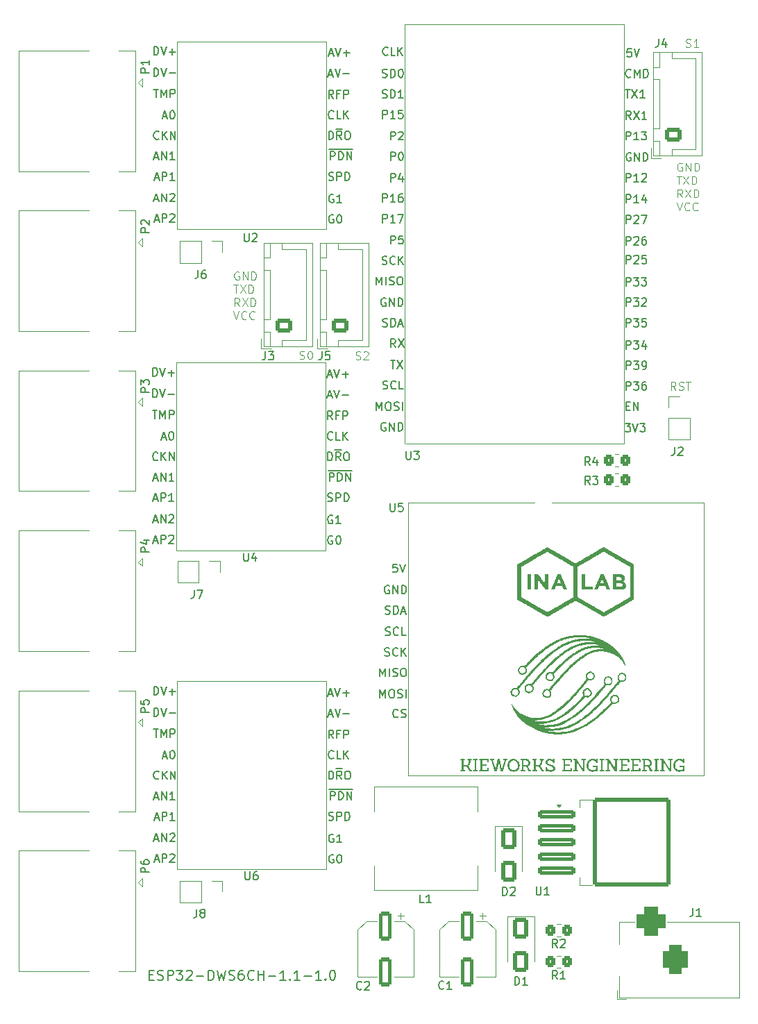
<source format=gto>
G04 #@! TF.GenerationSoftware,KiCad,Pcbnew,8.0.1*
G04 #@! TF.CreationDate,2024-06-28T04:03:20+07:00*
G04 #@! TF.ProjectId,kicad-weight-scale-6-ch,6b696361-642d-4776-9569-6768742d7363,rev?*
G04 #@! TF.SameCoordinates,Original*
G04 #@! TF.FileFunction,Legend,Top*
G04 #@! TF.FilePolarity,Positive*
%FSLAX46Y46*%
G04 Gerber Fmt 4.6, Leading zero omitted, Abs format (unit mm)*
G04 Created by KiCad (PCBNEW 8.0.1) date 2024-06-28 04:03:20*
%MOMM*%
%LPD*%
G01*
G04 APERTURE LIST*
G04 Aperture macros list*
%AMRoundRect*
0 Rectangle with rounded corners*
0 $1 Rounding radius*
0 $2 $3 $4 $5 $6 $7 $8 $9 X,Y pos of 4 corners*
0 Add a 4 corners polygon primitive as box body*
4,1,4,$2,$3,$4,$5,$6,$7,$8,$9,$2,$3,0*
0 Add four circle primitives for the rounded corners*
1,1,$1+$1,$2,$3*
1,1,$1+$1,$4,$5*
1,1,$1+$1,$6,$7*
1,1,$1+$1,$8,$9*
0 Add four rect primitives between the rounded corners*
20,1,$1+$1,$2,$3,$4,$5,0*
20,1,$1+$1,$4,$5,$6,$7,0*
20,1,$1+$1,$6,$7,$8,$9,0*
20,1,$1+$1,$8,$9,$2,$3,0*%
G04 Aperture macros list end*
%ADD10C,0.125000*%
%ADD11C,0.150000*%
%ADD12C,0.300000*%
%ADD13C,0.200000*%
%ADD14C,0.120000*%
%ADD15C,0.000000*%
%ADD16RoundRect,0.250000X-0.550000X1.500000X-0.550000X-1.500000X0.550000X-1.500000X0.550000X1.500000X0*%
%ADD17RoundRect,0.250000X-0.650000X1.000000X-0.650000X-1.000000X0.650000X-1.000000X0.650000X1.000000X0*%
%ADD18R,1.700000X1.700000*%
%ADD19O,1.700000X1.700000*%
%ADD20O,2.600000X1.600000*%
%ADD21R,1.524000X1.524000*%
%ADD22C,1.524000*%
%ADD23C,3.500000*%
%ADD24RoundRect,0.250000X-0.350000X-0.450000X0.350000X-0.450000X0.350000X0.450000X-0.350000X0.450000X0*%
%ADD25C,3.200000*%
%ADD26RoundRect,0.250000X0.350000X0.450000X-0.350000X0.450000X-0.350000X-0.450000X0.350000X-0.450000X0*%
%ADD27RoundRect,0.250000X0.725000X-0.600000X0.725000X0.600000X-0.725000X0.600000X-0.725000X-0.600000X0*%
%ADD28O,1.950000X1.700000*%
%ADD29RoundRect,0.250000X-2.050000X-0.300000X2.050000X-0.300000X2.050000X0.300000X-2.050000X0.300000X0*%
%ADD30RoundRect,0.250002X-4.449998X-5.149998X4.449998X-5.149998X4.449998X5.149998X-4.449998X5.149998X0*%
%ADD31C,3.100000*%
%ADD32R,2.900000X5.400000*%
%ADD33R,3.500000X3.500000*%
%ADD34RoundRect,0.750000X0.750000X1.000000X-0.750000X1.000000X-0.750000X-1.000000X0.750000X-1.000000X0*%
%ADD35RoundRect,0.875000X0.875000X0.875000X-0.875000X0.875000X-0.875000X-0.875000X0.875000X-0.875000X0*%
G04 APERTURE END LIST*
D10*
X126744140Y-64138906D02*
X126648902Y-64091287D01*
X126648902Y-64091287D02*
X126506045Y-64091287D01*
X126506045Y-64091287D02*
X126363188Y-64138906D01*
X126363188Y-64138906D02*
X126267950Y-64234144D01*
X126267950Y-64234144D02*
X126220331Y-64329382D01*
X126220331Y-64329382D02*
X126172712Y-64519858D01*
X126172712Y-64519858D02*
X126172712Y-64662715D01*
X126172712Y-64662715D02*
X126220331Y-64853191D01*
X126220331Y-64853191D02*
X126267950Y-64948429D01*
X126267950Y-64948429D02*
X126363188Y-65043668D01*
X126363188Y-65043668D02*
X126506045Y-65091287D01*
X126506045Y-65091287D02*
X126601283Y-65091287D01*
X126601283Y-65091287D02*
X126744140Y-65043668D01*
X126744140Y-65043668D02*
X126791759Y-64996048D01*
X126791759Y-64996048D02*
X126791759Y-64662715D01*
X126791759Y-64662715D02*
X126601283Y-64662715D01*
X127220331Y-65091287D02*
X127220331Y-64091287D01*
X127220331Y-64091287D02*
X127791759Y-65091287D01*
X127791759Y-65091287D02*
X127791759Y-64091287D01*
X128267950Y-65091287D02*
X128267950Y-64091287D01*
X128267950Y-64091287D02*
X128506045Y-64091287D01*
X128506045Y-64091287D02*
X128648902Y-64138906D01*
X128648902Y-64138906D02*
X128744140Y-64234144D01*
X128744140Y-64234144D02*
X128791759Y-64329382D01*
X128791759Y-64329382D02*
X128839378Y-64519858D01*
X128839378Y-64519858D02*
X128839378Y-64662715D01*
X128839378Y-64662715D02*
X128791759Y-64853191D01*
X128791759Y-64853191D02*
X128744140Y-64948429D01*
X128744140Y-64948429D02*
X128648902Y-65043668D01*
X128648902Y-65043668D02*
X128506045Y-65091287D01*
X128506045Y-65091287D02*
X128267950Y-65091287D01*
X126077474Y-65701231D02*
X126648902Y-65701231D01*
X126363188Y-66701231D02*
X126363188Y-65701231D01*
X126886998Y-65701231D02*
X127553664Y-66701231D01*
X127553664Y-65701231D02*
X126886998Y-66701231D01*
X127934617Y-66701231D02*
X127934617Y-65701231D01*
X127934617Y-65701231D02*
X128172712Y-65701231D01*
X128172712Y-65701231D02*
X128315569Y-65748850D01*
X128315569Y-65748850D02*
X128410807Y-65844088D01*
X128410807Y-65844088D02*
X128458426Y-65939326D01*
X128458426Y-65939326D02*
X128506045Y-66129802D01*
X128506045Y-66129802D02*
X128506045Y-66272659D01*
X128506045Y-66272659D02*
X128458426Y-66463135D01*
X128458426Y-66463135D02*
X128410807Y-66558373D01*
X128410807Y-66558373D02*
X128315569Y-66653612D01*
X128315569Y-66653612D02*
X128172712Y-66701231D01*
X128172712Y-66701231D02*
X127934617Y-66701231D01*
X126791759Y-68311175D02*
X126458426Y-67834984D01*
X126220331Y-68311175D02*
X126220331Y-67311175D01*
X126220331Y-67311175D02*
X126601283Y-67311175D01*
X126601283Y-67311175D02*
X126696521Y-67358794D01*
X126696521Y-67358794D02*
X126744140Y-67406413D01*
X126744140Y-67406413D02*
X126791759Y-67501651D01*
X126791759Y-67501651D02*
X126791759Y-67644508D01*
X126791759Y-67644508D02*
X126744140Y-67739746D01*
X126744140Y-67739746D02*
X126696521Y-67787365D01*
X126696521Y-67787365D02*
X126601283Y-67834984D01*
X126601283Y-67834984D02*
X126220331Y-67834984D01*
X127125093Y-67311175D02*
X127791759Y-68311175D01*
X127791759Y-67311175D02*
X127125093Y-68311175D01*
X128172712Y-68311175D02*
X128172712Y-67311175D01*
X128172712Y-67311175D02*
X128410807Y-67311175D01*
X128410807Y-67311175D02*
X128553664Y-67358794D01*
X128553664Y-67358794D02*
X128648902Y-67454032D01*
X128648902Y-67454032D02*
X128696521Y-67549270D01*
X128696521Y-67549270D02*
X128744140Y-67739746D01*
X128744140Y-67739746D02*
X128744140Y-67882603D01*
X128744140Y-67882603D02*
X128696521Y-68073079D01*
X128696521Y-68073079D02*
X128648902Y-68168317D01*
X128648902Y-68168317D02*
X128553664Y-68263556D01*
X128553664Y-68263556D02*
X128410807Y-68311175D01*
X128410807Y-68311175D02*
X128172712Y-68311175D01*
X126077474Y-68921119D02*
X126410807Y-69921119D01*
X126410807Y-69921119D02*
X126744140Y-68921119D01*
X127648902Y-69825880D02*
X127601283Y-69873500D01*
X127601283Y-69873500D02*
X127458426Y-69921119D01*
X127458426Y-69921119D02*
X127363188Y-69921119D01*
X127363188Y-69921119D02*
X127220331Y-69873500D01*
X127220331Y-69873500D02*
X127125093Y-69778261D01*
X127125093Y-69778261D02*
X127077474Y-69683023D01*
X127077474Y-69683023D02*
X127029855Y-69492547D01*
X127029855Y-69492547D02*
X127029855Y-69349690D01*
X127029855Y-69349690D02*
X127077474Y-69159214D01*
X127077474Y-69159214D02*
X127125093Y-69063976D01*
X127125093Y-69063976D02*
X127220331Y-68968738D01*
X127220331Y-68968738D02*
X127363188Y-68921119D01*
X127363188Y-68921119D02*
X127458426Y-68921119D01*
X127458426Y-68921119D02*
X127601283Y-68968738D01*
X127601283Y-68968738D02*
X127648902Y-69016357D01*
X128648902Y-69825880D02*
X128601283Y-69873500D01*
X128601283Y-69873500D02*
X128458426Y-69921119D01*
X128458426Y-69921119D02*
X128363188Y-69921119D01*
X128363188Y-69921119D02*
X128220331Y-69873500D01*
X128220331Y-69873500D02*
X128125093Y-69778261D01*
X128125093Y-69778261D02*
X128077474Y-69683023D01*
X128077474Y-69683023D02*
X128029855Y-69492547D01*
X128029855Y-69492547D02*
X128029855Y-69349690D01*
X128029855Y-69349690D02*
X128077474Y-69159214D01*
X128077474Y-69159214D02*
X128125093Y-69063976D01*
X128125093Y-69063976D02*
X128220331Y-68968738D01*
X128220331Y-68968738D02*
X128363188Y-68921119D01*
X128363188Y-68921119D02*
X128458426Y-68921119D01*
X128458426Y-68921119D02*
X128601283Y-68968738D01*
X128601283Y-68968738D02*
X128648902Y-69016357D01*
X181272712Y-36673500D02*
X181415569Y-36721119D01*
X181415569Y-36721119D02*
X181653664Y-36721119D01*
X181653664Y-36721119D02*
X181748902Y-36673500D01*
X181748902Y-36673500D02*
X181796521Y-36625880D01*
X181796521Y-36625880D02*
X181844140Y-36530642D01*
X181844140Y-36530642D02*
X181844140Y-36435404D01*
X181844140Y-36435404D02*
X181796521Y-36340166D01*
X181796521Y-36340166D02*
X181748902Y-36292547D01*
X181748902Y-36292547D02*
X181653664Y-36244928D01*
X181653664Y-36244928D02*
X181463188Y-36197309D01*
X181463188Y-36197309D02*
X181367950Y-36149690D01*
X181367950Y-36149690D02*
X181320331Y-36102071D01*
X181320331Y-36102071D02*
X181272712Y-36006833D01*
X181272712Y-36006833D02*
X181272712Y-35911595D01*
X181272712Y-35911595D02*
X181320331Y-35816357D01*
X181320331Y-35816357D02*
X181367950Y-35768738D01*
X181367950Y-35768738D02*
X181463188Y-35721119D01*
X181463188Y-35721119D02*
X181701283Y-35721119D01*
X181701283Y-35721119D02*
X181844140Y-35768738D01*
X182796521Y-36721119D02*
X182225093Y-36721119D01*
X182510807Y-36721119D02*
X182510807Y-35721119D01*
X182510807Y-35721119D02*
X182415569Y-35863976D01*
X182415569Y-35863976D02*
X182320331Y-35959214D01*
X182320331Y-35959214D02*
X182225093Y-36006833D01*
D11*
X116441905Y-55269104D02*
X116918095Y-55269104D01*
X116346667Y-55554819D02*
X116680000Y-54554819D01*
X116680000Y-54554819D02*
X117013333Y-55554819D01*
X117346667Y-55554819D02*
X117346667Y-54554819D01*
X117346667Y-54554819D02*
X117918095Y-55554819D01*
X117918095Y-55554819D02*
X117918095Y-54554819D01*
X118346667Y-54650057D02*
X118394286Y-54602438D01*
X118394286Y-54602438D02*
X118489524Y-54554819D01*
X118489524Y-54554819D02*
X118727619Y-54554819D01*
X118727619Y-54554819D02*
X118822857Y-54602438D01*
X118822857Y-54602438D02*
X118870476Y-54650057D01*
X118870476Y-54650057D02*
X118918095Y-54745295D01*
X118918095Y-54745295D02*
X118918095Y-54840533D01*
X118918095Y-54840533D02*
X118870476Y-54983390D01*
X118870476Y-54983390D02*
X118299048Y-55554819D01*
X118299048Y-55554819D02*
X118918095Y-55554819D01*
D10*
X180794140Y-50863906D02*
X180698902Y-50816287D01*
X180698902Y-50816287D02*
X180556045Y-50816287D01*
X180556045Y-50816287D02*
X180413188Y-50863906D01*
X180413188Y-50863906D02*
X180317950Y-50959144D01*
X180317950Y-50959144D02*
X180270331Y-51054382D01*
X180270331Y-51054382D02*
X180222712Y-51244858D01*
X180222712Y-51244858D02*
X180222712Y-51387715D01*
X180222712Y-51387715D02*
X180270331Y-51578191D01*
X180270331Y-51578191D02*
X180317950Y-51673429D01*
X180317950Y-51673429D02*
X180413188Y-51768668D01*
X180413188Y-51768668D02*
X180556045Y-51816287D01*
X180556045Y-51816287D02*
X180651283Y-51816287D01*
X180651283Y-51816287D02*
X180794140Y-51768668D01*
X180794140Y-51768668D02*
X180841759Y-51721048D01*
X180841759Y-51721048D02*
X180841759Y-51387715D01*
X180841759Y-51387715D02*
X180651283Y-51387715D01*
X181270331Y-51816287D02*
X181270331Y-50816287D01*
X181270331Y-50816287D02*
X181841759Y-51816287D01*
X181841759Y-51816287D02*
X181841759Y-50816287D01*
X182317950Y-51816287D02*
X182317950Y-50816287D01*
X182317950Y-50816287D02*
X182556045Y-50816287D01*
X182556045Y-50816287D02*
X182698902Y-50863906D01*
X182698902Y-50863906D02*
X182794140Y-50959144D01*
X182794140Y-50959144D02*
X182841759Y-51054382D01*
X182841759Y-51054382D02*
X182889378Y-51244858D01*
X182889378Y-51244858D02*
X182889378Y-51387715D01*
X182889378Y-51387715D02*
X182841759Y-51578191D01*
X182841759Y-51578191D02*
X182794140Y-51673429D01*
X182794140Y-51673429D02*
X182698902Y-51768668D01*
X182698902Y-51768668D02*
X182556045Y-51816287D01*
X182556045Y-51816287D02*
X182317950Y-51816287D01*
X180127474Y-52426231D02*
X180698902Y-52426231D01*
X180413188Y-53426231D02*
X180413188Y-52426231D01*
X180936998Y-52426231D02*
X181603664Y-53426231D01*
X181603664Y-52426231D02*
X180936998Y-53426231D01*
X181984617Y-53426231D02*
X181984617Y-52426231D01*
X181984617Y-52426231D02*
X182222712Y-52426231D01*
X182222712Y-52426231D02*
X182365569Y-52473850D01*
X182365569Y-52473850D02*
X182460807Y-52569088D01*
X182460807Y-52569088D02*
X182508426Y-52664326D01*
X182508426Y-52664326D02*
X182556045Y-52854802D01*
X182556045Y-52854802D02*
X182556045Y-52997659D01*
X182556045Y-52997659D02*
X182508426Y-53188135D01*
X182508426Y-53188135D02*
X182460807Y-53283373D01*
X182460807Y-53283373D02*
X182365569Y-53378612D01*
X182365569Y-53378612D02*
X182222712Y-53426231D01*
X182222712Y-53426231D02*
X181984617Y-53426231D01*
X180841759Y-55036175D02*
X180508426Y-54559984D01*
X180270331Y-55036175D02*
X180270331Y-54036175D01*
X180270331Y-54036175D02*
X180651283Y-54036175D01*
X180651283Y-54036175D02*
X180746521Y-54083794D01*
X180746521Y-54083794D02*
X180794140Y-54131413D01*
X180794140Y-54131413D02*
X180841759Y-54226651D01*
X180841759Y-54226651D02*
X180841759Y-54369508D01*
X180841759Y-54369508D02*
X180794140Y-54464746D01*
X180794140Y-54464746D02*
X180746521Y-54512365D01*
X180746521Y-54512365D02*
X180651283Y-54559984D01*
X180651283Y-54559984D02*
X180270331Y-54559984D01*
X181175093Y-54036175D02*
X181841759Y-55036175D01*
X181841759Y-54036175D02*
X181175093Y-55036175D01*
X182222712Y-55036175D02*
X182222712Y-54036175D01*
X182222712Y-54036175D02*
X182460807Y-54036175D01*
X182460807Y-54036175D02*
X182603664Y-54083794D01*
X182603664Y-54083794D02*
X182698902Y-54179032D01*
X182698902Y-54179032D02*
X182746521Y-54274270D01*
X182746521Y-54274270D02*
X182794140Y-54464746D01*
X182794140Y-54464746D02*
X182794140Y-54607603D01*
X182794140Y-54607603D02*
X182746521Y-54798079D01*
X182746521Y-54798079D02*
X182698902Y-54893317D01*
X182698902Y-54893317D02*
X182603664Y-54988556D01*
X182603664Y-54988556D02*
X182460807Y-55036175D01*
X182460807Y-55036175D02*
X182222712Y-55036175D01*
X180127474Y-55646119D02*
X180460807Y-56646119D01*
X180460807Y-56646119D02*
X180794140Y-55646119D01*
X181698902Y-56550880D02*
X181651283Y-56598500D01*
X181651283Y-56598500D02*
X181508426Y-56646119D01*
X181508426Y-56646119D02*
X181413188Y-56646119D01*
X181413188Y-56646119D02*
X181270331Y-56598500D01*
X181270331Y-56598500D02*
X181175093Y-56503261D01*
X181175093Y-56503261D02*
X181127474Y-56408023D01*
X181127474Y-56408023D02*
X181079855Y-56217547D01*
X181079855Y-56217547D02*
X181079855Y-56074690D01*
X181079855Y-56074690D02*
X181127474Y-55884214D01*
X181127474Y-55884214D02*
X181175093Y-55788976D01*
X181175093Y-55788976D02*
X181270331Y-55693738D01*
X181270331Y-55693738D02*
X181413188Y-55646119D01*
X181413188Y-55646119D02*
X181508426Y-55646119D01*
X181508426Y-55646119D02*
X181651283Y-55693738D01*
X181651283Y-55693738D02*
X181698902Y-55741357D01*
X182698902Y-56550880D02*
X182651283Y-56598500D01*
X182651283Y-56598500D02*
X182508426Y-56646119D01*
X182508426Y-56646119D02*
X182413188Y-56646119D01*
X182413188Y-56646119D02*
X182270331Y-56598500D01*
X182270331Y-56598500D02*
X182175093Y-56503261D01*
X182175093Y-56503261D02*
X182127474Y-56408023D01*
X182127474Y-56408023D02*
X182079855Y-56217547D01*
X182079855Y-56217547D02*
X182079855Y-56074690D01*
X182079855Y-56074690D02*
X182127474Y-55884214D01*
X182127474Y-55884214D02*
X182175093Y-55788976D01*
X182175093Y-55788976D02*
X182270331Y-55693738D01*
X182270331Y-55693738D02*
X182413188Y-55646119D01*
X182413188Y-55646119D02*
X182508426Y-55646119D01*
X182508426Y-55646119D02*
X182651283Y-55693738D01*
X182651283Y-55693738D02*
X182698902Y-55741357D01*
X180016759Y-78521119D02*
X179683426Y-78044928D01*
X179445331Y-78521119D02*
X179445331Y-77521119D01*
X179445331Y-77521119D02*
X179826283Y-77521119D01*
X179826283Y-77521119D02*
X179921521Y-77568738D01*
X179921521Y-77568738D02*
X179969140Y-77616357D01*
X179969140Y-77616357D02*
X180016759Y-77711595D01*
X180016759Y-77711595D02*
X180016759Y-77854452D01*
X180016759Y-77854452D02*
X179969140Y-77949690D01*
X179969140Y-77949690D02*
X179921521Y-77997309D01*
X179921521Y-77997309D02*
X179826283Y-78044928D01*
X179826283Y-78044928D02*
X179445331Y-78044928D01*
X180397712Y-78473500D02*
X180540569Y-78521119D01*
X180540569Y-78521119D02*
X180778664Y-78521119D01*
X180778664Y-78521119D02*
X180873902Y-78473500D01*
X180873902Y-78473500D02*
X180921521Y-78425880D01*
X180921521Y-78425880D02*
X180969140Y-78330642D01*
X180969140Y-78330642D02*
X180969140Y-78235404D01*
X180969140Y-78235404D02*
X180921521Y-78140166D01*
X180921521Y-78140166D02*
X180873902Y-78092547D01*
X180873902Y-78092547D02*
X180778664Y-78044928D01*
X180778664Y-78044928D02*
X180588188Y-77997309D01*
X180588188Y-77997309D02*
X180492950Y-77949690D01*
X180492950Y-77949690D02*
X180445331Y-77902071D01*
X180445331Y-77902071D02*
X180397712Y-77806833D01*
X180397712Y-77806833D02*
X180397712Y-77711595D01*
X180397712Y-77711595D02*
X180445331Y-77616357D01*
X180445331Y-77616357D02*
X180492950Y-77568738D01*
X180492950Y-77568738D02*
X180588188Y-77521119D01*
X180588188Y-77521119D02*
X180826283Y-77521119D01*
X180826283Y-77521119D02*
X180969140Y-77568738D01*
X181254855Y-77521119D02*
X181826283Y-77521119D01*
X181540569Y-78521119D02*
X181540569Y-77521119D01*
X140997712Y-74773500D02*
X141140569Y-74821119D01*
X141140569Y-74821119D02*
X141378664Y-74821119D01*
X141378664Y-74821119D02*
X141473902Y-74773500D01*
X141473902Y-74773500D02*
X141521521Y-74725880D01*
X141521521Y-74725880D02*
X141569140Y-74630642D01*
X141569140Y-74630642D02*
X141569140Y-74535404D01*
X141569140Y-74535404D02*
X141521521Y-74440166D01*
X141521521Y-74440166D02*
X141473902Y-74392547D01*
X141473902Y-74392547D02*
X141378664Y-74344928D01*
X141378664Y-74344928D02*
X141188188Y-74297309D01*
X141188188Y-74297309D02*
X141092950Y-74249690D01*
X141092950Y-74249690D02*
X141045331Y-74202071D01*
X141045331Y-74202071D02*
X140997712Y-74106833D01*
X140997712Y-74106833D02*
X140997712Y-74011595D01*
X140997712Y-74011595D02*
X141045331Y-73916357D01*
X141045331Y-73916357D02*
X141092950Y-73868738D01*
X141092950Y-73868738D02*
X141188188Y-73821119D01*
X141188188Y-73821119D02*
X141426283Y-73821119D01*
X141426283Y-73821119D02*
X141569140Y-73868738D01*
X141950093Y-73916357D02*
X141997712Y-73868738D01*
X141997712Y-73868738D02*
X142092950Y-73821119D01*
X142092950Y-73821119D02*
X142331045Y-73821119D01*
X142331045Y-73821119D02*
X142426283Y-73868738D01*
X142426283Y-73868738D02*
X142473902Y-73916357D01*
X142473902Y-73916357D02*
X142521521Y-74011595D01*
X142521521Y-74011595D02*
X142521521Y-74106833D01*
X142521521Y-74106833D02*
X142473902Y-74249690D01*
X142473902Y-74249690D02*
X141902474Y-74821119D01*
X141902474Y-74821119D02*
X142521521Y-74821119D01*
X134147712Y-74723500D02*
X134290569Y-74771119D01*
X134290569Y-74771119D02*
X134528664Y-74771119D01*
X134528664Y-74771119D02*
X134623902Y-74723500D01*
X134623902Y-74723500D02*
X134671521Y-74675880D01*
X134671521Y-74675880D02*
X134719140Y-74580642D01*
X134719140Y-74580642D02*
X134719140Y-74485404D01*
X134719140Y-74485404D02*
X134671521Y-74390166D01*
X134671521Y-74390166D02*
X134623902Y-74342547D01*
X134623902Y-74342547D02*
X134528664Y-74294928D01*
X134528664Y-74294928D02*
X134338188Y-74247309D01*
X134338188Y-74247309D02*
X134242950Y-74199690D01*
X134242950Y-74199690D02*
X134195331Y-74152071D01*
X134195331Y-74152071D02*
X134147712Y-74056833D01*
X134147712Y-74056833D02*
X134147712Y-73961595D01*
X134147712Y-73961595D02*
X134195331Y-73866357D01*
X134195331Y-73866357D02*
X134242950Y-73818738D01*
X134242950Y-73818738D02*
X134338188Y-73771119D01*
X134338188Y-73771119D02*
X134576283Y-73771119D01*
X134576283Y-73771119D02*
X134719140Y-73818738D01*
X135338188Y-73771119D02*
X135433426Y-73771119D01*
X135433426Y-73771119D02*
X135528664Y-73818738D01*
X135528664Y-73818738D02*
X135576283Y-73866357D01*
X135576283Y-73866357D02*
X135623902Y-73961595D01*
X135623902Y-73961595D02*
X135671521Y-74152071D01*
X135671521Y-74152071D02*
X135671521Y-74390166D01*
X135671521Y-74390166D02*
X135623902Y-74580642D01*
X135623902Y-74580642D02*
X135576283Y-74675880D01*
X135576283Y-74675880D02*
X135528664Y-74723500D01*
X135528664Y-74723500D02*
X135433426Y-74771119D01*
X135433426Y-74771119D02*
X135338188Y-74771119D01*
X135338188Y-74771119D02*
X135242950Y-74723500D01*
X135242950Y-74723500D02*
X135195331Y-74675880D01*
X135195331Y-74675880D02*
X135147712Y-74580642D01*
X135147712Y-74580642D02*
X135100093Y-74390166D01*
X135100093Y-74390166D02*
X135100093Y-74152071D01*
X135100093Y-74152071D02*
X135147712Y-73961595D01*
X135147712Y-73961595D02*
X135195331Y-73866357D01*
X135195331Y-73866357D02*
X135242950Y-73818738D01*
X135242950Y-73818738D02*
X135338188Y-73771119D01*
D12*
G36*
X155135973Y-125045000D02*
G01*
X155172609Y-125008363D01*
X155172609Y-124901018D01*
X155135973Y-124864382D01*
X155015073Y-124864382D01*
X154835554Y-124508642D01*
X154801204Y-124442630D01*
X154757433Y-124379378D01*
X154712456Y-124345244D01*
X154784062Y-124295498D01*
X154835064Y-124242531D01*
X154879726Y-124177672D01*
X154917353Y-124100749D01*
X154947251Y-124011590D01*
X154964182Y-123936587D01*
X154976081Y-123854533D01*
X154982654Y-123765354D01*
X154983932Y-123701908D01*
X155116922Y-123701908D01*
X155153925Y-123665272D01*
X155153925Y-123557927D01*
X155116922Y-123520924D01*
X154648709Y-123520924D01*
X154611706Y-123557927D01*
X154611706Y-123665272D01*
X154648709Y-123701908D01*
X154779867Y-123701908D01*
X154778092Y-123780114D01*
X154768840Y-123884321D01*
X154751806Y-123973630D01*
X154727130Y-124048966D01*
X154682588Y-124129277D01*
X154625047Y-124188586D01*
X154554843Y-124229087D01*
X154472311Y-124252974D01*
X154377786Y-124262441D01*
X154352320Y-124262812D01*
X154143859Y-124262812D01*
X154143859Y-123701908D01*
X154259996Y-123701908D01*
X154296999Y-123665272D01*
X154296999Y-123557927D01*
X154259996Y-123520924D01*
X153789584Y-123520924D01*
X153750750Y-123557927D01*
X153750750Y-123665272D01*
X153789584Y-123701908D01*
X153937595Y-123701908D01*
X153937595Y-124864382D01*
X153789584Y-124864382D01*
X153750750Y-124901018D01*
X153750750Y-125008363D01*
X153789584Y-125045000D01*
X154325209Y-125045000D01*
X154364043Y-125008363D01*
X154364043Y-124901018D01*
X154325209Y-124864382D01*
X154143859Y-124864382D01*
X154143859Y-124435369D01*
X154428157Y-124435369D01*
X154504637Y-124442319D01*
X154575984Y-124475383D01*
X154619033Y-124537951D01*
X154816503Y-124937655D01*
X154856521Y-124999955D01*
X154918821Y-125040619D01*
X154953157Y-125045000D01*
X155135973Y-125045000D01*
G37*
G36*
X155828035Y-125045000D02*
G01*
X155866870Y-125008363D01*
X155866870Y-124901018D01*
X155828035Y-124864382D01*
X155678192Y-124864382D01*
X155678192Y-123701908D01*
X155828035Y-123701908D01*
X155866870Y-123665272D01*
X155866870Y-123557927D01*
X155828035Y-123520924D01*
X155323918Y-123520924D01*
X155285083Y-123557927D01*
X155285083Y-123665272D01*
X155323918Y-123701908D01*
X155471929Y-123701908D01*
X155471929Y-124864382D01*
X155323918Y-124864382D01*
X155285083Y-124901018D01*
X155285083Y-125008363D01*
X155323918Y-125045000D01*
X155828035Y-125045000D01*
G37*
G36*
X157187979Y-125045000D02*
G01*
X157227180Y-125008363D01*
X157227180Y-124670209D01*
X157187979Y-124633206D01*
X157074773Y-124633206D01*
X157035572Y-124670209D01*
X157035572Y-124864382D01*
X156427041Y-124864382D01*
X156427041Y-124381880D01*
X156946545Y-124381880D01*
X156985380Y-124345244D01*
X156985380Y-124237899D01*
X156946545Y-124200896D01*
X156427041Y-124200896D01*
X156427041Y-123701908D01*
X157037770Y-123701908D01*
X157037770Y-123896814D01*
X157074773Y-123935282D01*
X157187979Y-123935282D01*
X157227180Y-123896081D01*
X157227180Y-123557927D01*
X157187979Y-123520924D01*
X156072766Y-123520924D01*
X156033932Y-123557927D01*
X156033932Y-123665272D01*
X156072766Y-123701908D01*
X156220778Y-123701908D01*
X156220778Y-124864382D01*
X156072766Y-124864382D01*
X156033932Y-124901018D01*
X156033932Y-125008363D01*
X156072766Y-125045000D01*
X157187979Y-125045000D01*
G37*
G36*
X158859333Y-125045000D02*
G01*
X158929996Y-125021277D01*
X158967881Y-124958528D01*
X158969609Y-124953042D01*
X159351360Y-123701908D01*
X159477023Y-123701908D01*
X159513660Y-123665272D01*
X159513660Y-123557927D01*
X159477023Y-123520924D01*
X159002215Y-123520924D01*
X158965212Y-123557927D01*
X158965212Y-123665272D01*
X159002215Y-123701908D01*
X159135572Y-123701908D01*
X158817201Y-124800268D01*
X158822330Y-124800268D01*
X158528506Y-123520924D01*
X158341660Y-123520924D01*
X158049668Y-124800268D01*
X158055530Y-124800268D01*
X157736793Y-123701908D01*
X157868318Y-123701908D01*
X157907152Y-123665272D01*
X157907152Y-123557927D01*
X157868318Y-123520924D01*
X157395708Y-123520924D01*
X157356507Y-123557927D01*
X157356507Y-123665272D01*
X157395708Y-123701908D01*
X157519173Y-123701908D01*
X157901290Y-124953408D01*
X157938100Y-125018326D01*
X158007320Y-125044904D01*
X158013032Y-125045000D01*
X158090701Y-125045000D01*
X158163928Y-125022148D01*
X158201307Y-124958087D01*
X158202808Y-124952309D01*
X158437281Y-123896448D01*
X158431053Y-123896448D01*
X158669556Y-124952309D01*
X158704855Y-125019179D01*
X158774338Y-125044911D01*
X158779832Y-125045000D01*
X158859333Y-125045000D01*
G37*
G36*
X160315839Y-123500818D02*
G01*
X160421021Y-123518166D01*
X160522014Y-123549947D01*
X160617197Y-123595745D01*
X160704948Y-123655143D01*
X160783647Y-123727724D01*
X160851671Y-123813072D01*
X160890291Y-123876858D01*
X160922966Y-123946010D01*
X160949216Y-124020403D01*
X160968560Y-124099916D01*
X160980519Y-124184423D01*
X160984612Y-124273803D01*
X160980873Y-124361879D01*
X160969882Y-124445847D01*
X160951978Y-124525491D01*
X160927499Y-124600594D01*
X160896785Y-124670937D01*
X160860172Y-124736304D01*
X160818001Y-124796477D01*
X160745062Y-124876522D01*
X160661521Y-124943659D01*
X160568520Y-124997153D01*
X160467203Y-125036272D01*
X160395602Y-125054002D01*
X160321152Y-125064799D01*
X160244190Y-125068447D01*
X160167243Y-125064703D01*
X160092710Y-125053641D01*
X160020941Y-125035518D01*
X159919242Y-124995654D01*
X159825745Y-124941341D01*
X159741637Y-124873443D01*
X159668107Y-124792825D01*
X159625550Y-124732440D01*
X159588574Y-124667041D01*
X159557532Y-124596884D01*
X159532775Y-124522226D01*
X159514656Y-124443323D01*
X159503526Y-124360430D01*
X159500010Y-124280031D01*
X159720655Y-124280031D01*
X159723673Y-124351495D01*
X159738909Y-124450253D01*
X159765827Y-124538839D01*
X159803116Y-124617199D01*
X159849461Y-124685282D01*
X159903550Y-124743034D01*
X159964069Y-124790404D01*
X160029706Y-124827339D01*
X160099148Y-124853786D01*
X160171080Y-124869693D01*
X160244190Y-124875006D01*
X160293036Y-124872643D01*
X160365469Y-124860262D01*
X160435753Y-124837322D01*
X160502597Y-124803878D01*
X160564714Y-124759981D01*
X160620812Y-124705683D01*
X160669602Y-124641038D01*
X160709795Y-124566097D01*
X160740101Y-124480915D01*
X160759230Y-124385541D01*
X160765893Y-124280031D01*
X160758880Y-124172704D01*
X160738845Y-124076323D01*
X160707295Y-123990804D01*
X160665738Y-123916062D01*
X160615680Y-123852010D01*
X160558628Y-123798565D01*
X160496089Y-123755640D01*
X160429570Y-123723151D01*
X160337292Y-123695920D01*
X160244190Y-123686887D01*
X160151009Y-123695920D01*
X160058523Y-123723151D01*
X159991790Y-123755640D01*
X159929007Y-123798565D01*
X159871699Y-123852010D01*
X159821390Y-123916062D01*
X159779606Y-123990804D01*
X159747873Y-124076323D01*
X159727714Y-124172704D01*
X159720655Y-124280031D01*
X159500010Y-124280031D01*
X159499738Y-124273803D01*
X159503880Y-124184423D01*
X159515978Y-124099916D01*
X159535538Y-124020403D01*
X159562066Y-123946010D01*
X159595068Y-123876858D01*
X159634050Y-123813072D01*
X159678520Y-123754776D01*
X159754432Y-123677892D01*
X159839913Y-123614054D01*
X159933295Y-123563676D01*
X160032913Y-123527176D01*
X160137100Y-123504971D01*
X160244190Y-123497477D01*
X160315839Y-123500818D01*
G37*
G36*
X161832727Y-123525168D02*
G01*
X161908891Y-123537834D01*
X162002247Y-123567654D01*
X162084571Y-123612042D01*
X162154047Y-123670765D01*
X162208859Y-123743592D01*
X162247192Y-123830290D01*
X162264034Y-123904278D01*
X162269818Y-123985840D01*
X162266853Y-124046188D01*
X162253960Y-124120309D01*
X162224262Y-124202353D01*
X162180489Y-124272081D01*
X162123732Y-124328922D01*
X162055082Y-124372307D01*
X161975628Y-124401664D01*
X161977376Y-124403101D01*
X162021441Y-124464035D01*
X162058426Y-124530258D01*
X162231716Y-124864382D01*
X162352616Y-124864382D01*
X162389619Y-124901018D01*
X162389619Y-125008363D01*
X162352616Y-125045000D01*
X162170167Y-125045000D01*
X162135694Y-125040619D01*
X162073435Y-124999955D01*
X162033513Y-124937655D01*
X161836043Y-124540882D01*
X161830587Y-124529794D01*
X161786023Y-124467424D01*
X161714410Y-124444162D01*
X161459420Y-124444162D01*
X161459420Y-124864382D01*
X161636374Y-124864382D01*
X161673377Y-124901018D01*
X161673377Y-125008363D01*
X161636374Y-125045000D01*
X161105146Y-125045000D01*
X161066311Y-125008363D01*
X161066311Y-124901018D01*
X161105146Y-124864382D01*
X161253157Y-124864382D01*
X161253157Y-123701908D01*
X161459420Y-123701908D01*
X161459420Y-124271238D01*
X161716242Y-124271238D01*
X161736025Y-124271035D01*
X161810187Y-124265939D01*
X161891016Y-124248920D01*
X161969079Y-124210651D01*
X162024615Y-124150164D01*
X162052255Y-124080685D01*
X162061723Y-123992069D01*
X162061268Y-123971638D01*
X162046009Y-123882576D01*
X162011212Y-123813853D01*
X161947692Y-123755400D01*
X161879976Y-123724341D01*
X161801873Y-123707181D01*
X161716242Y-123701908D01*
X161459420Y-123701908D01*
X161253157Y-123701908D01*
X161105146Y-123701908D01*
X161066311Y-123665272D01*
X161066311Y-123557927D01*
X161105146Y-123520924D01*
X161752145Y-123520924D01*
X161832727Y-123525168D01*
G37*
G36*
X163918457Y-125045000D02*
G01*
X163955094Y-125008363D01*
X163955094Y-124901018D01*
X163918457Y-124864382D01*
X163797557Y-124864382D01*
X163618039Y-124508642D01*
X163583688Y-124442630D01*
X163539917Y-124379378D01*
X163494940Y-124345244D01*
X163566547Y-124295498D01*
X163617548Y-124242531D01*
X163662210Y-124177672D01*
X163699838Y-124100749D01*
X163729735Y-124011590D01*
X163746667Y-123936587D01*
X163758566Y-123854533D01*
X163765138Y-123765354D01*
X163766416Y-123701908D01*
X163899406Y-123701908D01*
X163936409Y-123665272D01*
X163936409Y-123557927D01*
X163899406Y-123520924D01*
X163431193Y-123520924D01*
X163394190Y-123557927D01*
X163394190Y-123665272D01*
X163431193Y-123701908D01*
X163562351Y-123701908D01*
X163560576Y-123780114D01*
X163551324Y-123884321D01*
X163534290Y-123973630D01*
X163509615Y-124048966D01*
X163465072Y-124129277D01*
X163407531Y-124188586D01*
X163337328Y-124229087D01*
X163254796Y-124252974D01*
X163160270Y-124262441D01*
X163134804Y-124262812D01*
X162926343Y-124262812D01*
X162926343Y-123701908D01*
X163042480Y-123701908D01*
X163079483Y-123665272D01*
X163079483Y-123557927D01*
X163042480Y-123520924D01*
X162572069Y-123520924D01*
X162533234Y-123557927D01*
X162533234Y-123665272D01*
X162572069Y-123701908D01*
X162720080Y-123701908D01*
X162720080Y-124864382D01*
X162572069Y-124864382D01*
X162533234Y-124901018D01*
X162533234Y-125008363D01*
X162572069Y-125045000D01*
X163107693Y-125045000D01*
X163146528Y-125008363D01*
X163146528Y-124901018D01*
X163107693Y-124864382D01*
X162926343Y-124864382D01*
X162926343Y-124435369D01*
X163210642Y-124435369D01*
X163287121Y-124442319D01*
X163358468Y-124475383D01*
X163401517Y-124537951D01*
X163598988Y-124937655D01*
X163639006Y-124999955D01*
X163701305Y-125040619D01*
X163735642Y-125045000D01*
X163918457Y-125045000D01*
G37*
G36*
X164262107Y-125045000D02*
G01*
X164299110Y-125007997D01*
X164297278Y-124847529D01*
X164345993Y-124906932D01*
X164414352Y-124961880D01*
X164492458Y-125006031D01*
X164568937Y-125035912D01*
X164657976Y-125057597D01*
X164733064Y-125066614D01*
X164787107Y-125068447D01*
X164887678Y-125063183D01*
X164977104Y-125047975D01*
X165055659Y-125023697D01*
X165123616Y-124991225D01*
X165198213Y-124936693D01*
X165255105Y-124871222D01*
X165294939Y-124796885D01*
X165318364Y-124715756D01*
X165326029Y-124629909D01*
X165315368Y-124537498D01*
X165285241Y-124460042D01*
X165238427Y-124395705D01*
X165177709Y-124342656D01*
X165105866Y-124299061D01*
X165025680Y-124263087D01*
X164939933Y-124232899D01*
X164851404Y-124206666D01*
X164762875Y-124182554D01*
X164677128Y-124158730D01*
X164596942Y-124133360D01*
X164525099Y-124104611D01*
X164439062Y-124051142D01*
X164387440Y-123979759D01*
X164376779Y-123919162D01*
X164392503Y-123839248D01*
X164437989Y-123773206D01*
X164498745Y-123730499D01*
X164577914Y-123703132D01*
X164656802Y-123693759D01*
X164673900Y-123693482D01*
X164768506Y-123700838D01*
X164847196Y-123720942D01*
X164924728Y-123759503D01*
X164980970Y-123807612D01*
X165023154Y-123869835D01*
X165042096Y-123944075D01*
X165042096Y-124003060D01*
X165079099Y-124039696D01*
X165211357Y-124039696D01*
X165248360Y-124003060D01*
X165248360Y-123545104D01*
X165211357Y-123520924D01*
X165093754Y-123520924D01*
X165054919Y-123557927D01*
X165057850Y-123649152D01*
X165003691Y-123593768D01*
X164931401Y-123550607D01*
X164850410Y-123521451D01*
X164769178Y-123505038D01*
X164695025Y-123498355D01*
X164654849Y-123497477D01*
X164570483Y-123502252D01*
X164492790Y-123516128D01*
X164422124Y-123538428D01*
X164339449Y-123580100D01*
X164270740Y-123633946D01*
X164216838Y-123698365D01*
X164178586Y-123771757D01*
X164156824Y-123852519D01*
X164151831Y-123916964D01*
X164162303Y-124013569D01*
X164191895Y-124094558D01*
X164237878Y-124161788D01*
X164297518Y-124217119D01*
X164368086Y-124262408D01*
X164446848Y-124299513D01*
X164531073Y-124330291D01*
X164618030Y-124356601D01*
X164704987Y-124380301D01*
X164789212Y-124403248D01*
X164867974Y-124427301D01*
X164938541Y-124454317D01*
X165023051Y-124504462D01*
X165073757Y-124571726D01*
X165084228Y-124629176D01*
X165071581Y-124710498D01*
X165034518Y-124776349D01*
X164974358Y-124826020D01*
X164892420Y-124858801D01*
X164808452Y-124872703D01*
X164751570Y-124875006D01*
X164664500Y-124868054D01*
X164588590Y-124848946D01*
X164503758Y-124809097D01*
X164436415Y-124758525D01*
X164385217Y-124703452D01*
X164341876Y-124637758D01*
X164314083Y-124568562D01*
X164313764Y-124565062D01*
X164313764Y-124520366D01*
X164276762Y-124480799D01*
X164146336Y-124480799D01*
X164105669Y-124514870D01*
X164105669Y-125007997D01*
X164144504Y-125045000D01*
X164262107Y-125045000D01*
G37*
G36*
X167314288Y-125045000D02*
G01*
X167353489Y-125008363D01*
X167353489Y-124670209D01*
X167314288Y-124633206D01*
X167201081Y-124633206D01*
X167161880Y-124670209D01*
X167161880Y-124864382D01*
X166553349Y-124864382D01*
X166553349Y-124381880D01*
X167072854Y-124381880D01*
X167111688Y-124345244D01*
X167111688Y-124237899D01*
X167072854Y-124200896D01*
X166553349Y-124200896D01*
X166553349Y-123701908D01*
X167164078Y-123701908D01*
X167164078Y-123896814D01*
X167201081Y-123935282D01*
X167314288Y-123935282D01*
X167353489Y-123896081D01*
X167353489Y-123557927D01*
X167314288Y-123520924D01*
X166199075Y-123520924D01*
X166160240Y-123557927D01*
X166160240Y-123665272D01*
X166199075Y-123701908D01*
X166347086Y-123701908D01*
X166347086Y-124864382D01*
X166199075Y-124864382D01*
X166160240Y-124901018D01*
X166160240Y-125008363D01*
X166199075Y-125045000D01*
X167314288Y-125045000D01*
G37*
G36*
X168848255Y-125045000D02*
G01*
X168887456Y-125008363D01*
X168887456Y-123701908D01*
X169037299Y-123701908D01*
X169074302Y-123665272D01*
X169074302Y-123557927D01*
X169037299Y-123520924D01*
X168531350Y-123520924D01*
X168494347Y-123557927D01*
X168494347Y-123665272D01*
X168531350Y-123701908D01*
X168681193Y-123701908D01*
X168688886Y-124734323D01*
X168692916Y-124731758D01*
X168657367Y-124662759D01*
X168619949Y-124596292D01*
X168578977Y-124529525D01*
X167980338Y-123597861D01*
X167930478Y-123540620D01*
X167863468Y-123520924D01*
X167569277Y-123520924D01*
X167530443Y-123557927D01*
X167530443Y-123665272D01*
X167569277Y-123701908D01*
X167717288Y-123701908D01*
X167717288Y-124864382D01*
X167569277Y-124864382D01*
X167530443Y-124901018D01*
X167530443Y-125008363D01*
X167569277Y-125045000D01*
X168073394Y-125045000D01*
X168112229Y-125008363D01*
X168112229Y-124901018D01*
X168073394Y-124864382D01*
X167923551Y-124864382D01*
X167915858Y-123853217D01*
X167911828Y-123855781D01*
X167945169Y-123921182D01*
X167984059Y-123988481D01*
X168011113Y-124030903D01*
X168617812Y-124974658D01*
X168669140Y-125029642D01*
X168735048Y-125045000D01*
X168848255Y-125045000D01*
G37*
G36*
X170496528Y-125045000D02*
G01*
X170533531Y-125007997D01*
X170533531Y-124370157D01*
X170496528Y-124333154D01*
X169952477Y-124333154D01*
X169915474Y-124370157D01*
X169915474Y-124466877D01*
X169952477Y-124505711D01*
X170331297Y-124505711D01*
X170331297Y-124655188D01*
X170281679Y-124720119D01*
X170219374Y-124773855D01*
X170151904Y-124813143D01*
X170069002Y-124844093D01*
X169990751Y-124860741D01*
X169901223Y-124868440D01*
X169877006Y-124868778D01*
X169780327Y-124859280D01*
X169709433Y-124839765D01*
X169641392Y-124809723D01*
X169577527Y-124769235D01*
X169519159Y-124718386D01*
X169467612Y-124657258D01*
X169424207Y-124585936D01*
X169390266Y-124504502D01*
X169367111Y-124413040D01*
X169356066Y-124311633D01*
X169355303Y-124275635D01*
X169361779Y-124176872D01*
X169380407Y-124086274D01*
X169409991Y-124004177D01*
X169449333Y-123930921D01*
X169497237Y-123866844D01*
X169552505Y-123812286D01*
X169613939Y-123767584D01*
X169680343Y-123733078D01*
X169750519Y-123709106D01*
X169823269Y-123696007D01*
X169872609Y-123693482D01*
X169964937Y-123700365D01*
X170047880Y-123719419D01*
X170120536Y-123748254D01*
X170195517Y-123794408D01*
X170251255Y-123847436D01*
X170290260Y-123913567D01*
X170297958Y-123955432D01*
X170297958Y-123980711D01*
X170334595Y-124016615D01*
X170467219Y-124016615D01*
X170506053Y-123979979D01*
X170506053Y-123547302D01*
X170467219Y-123520924D01*
X170349616Y-123520924D01*
X170312613Y-123558660D01*
X170314078Y-123676629D01*
X170258036Y-123616217D01*
X170191840Y-123571884D01*
X170117751Y-123538512D01*
X170045453Y-123517123D01*
X169961082Y-123502740D01*
X169864183Y-123497477D01*
X169760895Y-123504731D01*
X169659903Y-123526297D01*
X169562925Y-123561883D01*
X169471678Y-123611194D01*
X169387879Y-123673938D01*
X169313245Y-123749820D01*
X169249492Y-123838548D01*
X169213884Y-123904691D01*
X169184384Y-123976326D01*
X169161502Y-124053365D01*
X169145745Y-124135723D01*
X169137623Y-124223311D01*
X169136584Y-124269040D01*
X169140301Y-124358316D01*
X169151226Y-124443288D01*
X169169019Y-124523753D01*
X169193341Y-124599512D01*
X169223852Y-124670364D01*
X169260212Y-124736107D01*
X169302082Y-124796542D01*
X169374473Y-124876802D01*
X169457349Y-124943987D01*
X169549564Y-124997422D01*
X169649972Y-125036429D01*
X169757425Y-125060329D01*
X169832409Y-125067537D01*
X169870778Y-125068447D01*
X169962485Y-125063971D01*
X170044589Y-125051600D01*
X170117307Y-125032917D01*
X170195341Y-125003103D01*
X170270677Y-124961932D01*
X170334268Y-124913223D01*
X170347784Y-124900286D01*
X170346318Y-125017156D01*
X170385153Y-125045000D01*
X170496528Y-125045000D01*
G37*
G36*
X171262229Y-125045000D02*
G01*
X171301064Y-125008363D01*
X171301064Y-124901018D01*
X171262229Y-124864382D01*
X171112386Y-124864382D01*
X171112386Y-123701908D01*
X171262229Y-123701908D01*
X171301064Y-123665272D01*
X171301064Y-123557927D01*
X171262229Y-123520924D01*
X170758112Y-123520924D01*
X170719277Y-123557927D01*
X170719277Y-123665272D01*
X170758112Y-123701908D01*
X170906123Y-123701908D01*
X170906123Y-124864382D01*
X170758112Y-124864382D01*
X170719277Y-124901018D01*
X170719277Y-125008363D01*
X170758112Y-125045000D01*
X171262229Y-125045000D01*
G37*
G36*
X172785938Y-125045000D02*
G01*
X172825139Y-125008363D01*
X172825139Y-123701908D01*
X172974982Y-123701908D01*
X173011985Y-123665272D01*
X173011985Y-123557927D01*
X172974982Y-123520924D01*
X172469033Y-123520924D01*
X172432030Y-123557927D01*
X172432030Y-123665272D01*
X172469033Y-123701908D01*
X172618876Y-123701908D01*
X172626570Y-124734323D01*
X172630600Y-124731758D01*
X172595050Y-124662759D01*
X172557633Y-124596292D01*
X172516660Y-124529525D01*
X171918021Y-123597861D01*
X171868161Y-123540620D01*
X171801151Y-123520924D01*
X171506960Y-123520924D01*
X171468126Y-123557927D01*
X171468126Y-123665272D01*
X171506960Y-123701908D01*
X171654972Y-123701908D01*
X171654972Y-124864382D01*
X171506960Y-124864382D01*
X171468126Y-124901018D01*
X171468126Y-125008363D01*
X171506960Y-125045000D01*
X172011078Y-125045000D01*
X172049912Y-125008363D01*
X172049912Y-124901018D01*
X172011078Y-124864382D01*
X171861235Y-124864382D01*
X171853541Y-123853217D01*
X171849511Y-123855781D01*
X171882852Y-123921182D01*
X171921742Y-123988481D01*
X171948796Y-124030903D01*
X172555495Y-124974658D01*
X172606823Y-125029642D01*
X172672732Y-125045000D01*
X172785938Y-125045000D01*
G37*
G36*
X174314776Y-125045000D02*
G01*
X174353977Y-125008363D01*
X174353977Y-124670209D01*
X174314776Y-124633206D01*
X174201570Y-124633206D01*
X174162369Y-124670209D01*
X174162369Y-124864382D01*
X173553838Y-124864382D01*
X173553838Y-124381880D01*
X174073342Y-124381880D01*
X174112177Y-124345244D01*
X174112177Y-124237899D01*
X174073342Y-124200896D01*
X173553838Y-124200896D01*
X173553838Y-123701908D01*
X174164567Y-123701908D01*
X174164567Y-123896814D01*
X174201570Y-123935282D01*
X174314776Y-123935282D01*
X174353977Y-123896081D01*
X174353977Y-123557927D01*
X174314776Y-123520924D01*
X173199563Y-123520924D01*
X173160729Y-123557927D01*
X173160729Y-123665272D01*
X173199563Y-123701908D01*
X173347575Y-123701908D01*
X173347575Y-124864382D01*
X173199563Y-124864382D01*
X173160729Y-124901018D01*
X173160729Y-125008363D01*
X173199563Y-125045000D01*
X174314776Y-125045000D01*
G37*
G36*
X175684979Y-125045000D02*
G01*
X175724180Y-125008363D01*
X175724180Y-124670209D01*
X175684979Y-124633206D01*
X175571772Y-124633206D01*
X175532571Y-124670209D01*
X175532571Y-124864382D01*
X174924040Y-124864382D01*
X174924040Y-124381880D01*
X175443545Y-124381880D01*
X175482379Y-124345244D01*
X175482379Y-124237899D01*
X175443545Y-124200896D01*
X174924040Y-124200896D01*
X174924040Y-123701908D01*
X175534769Y-123701908D01*
X175534769Y-123896814D01*
X175571772Y-123935282D01*
X175684979Y-123935282D01*
X175724180Y-123896081D01*
X175724180Y-123557927D01*
X175684979Y-123520924D01*
X174569766Y-123520924D01*
X174530931Y-123557927D01*
X174530931Y-123665272D01*
X174569766Y-123701908D01*
X174717777Y-123701908D01*
X174717777Y-124864382D01*
X174569766Y-124864382D01*
X174530931Y-124901018D01*
X174530931Y-125008363D01*
X174569766Y-125045000D01*
X175684979Y-125045000D01*
G37*
G36*
X176667549Y-123525168D02*
G01*
X176743713Y-123537834D01*
X176837069Y-123567654D01*
X176919393Y-123612042D01*
X176988869Y-123670765D01*
X177043682Y-123743592D01*
X177082014Y-123830290D01*
X177098856Y-123904278D01*
X177104640Y-123985840D01*
X177101675Y-124046188D01*
X177088782Y-124120309D01*
X177059084Y-124202353D01*
X177015311Y-124272081D01*
X176958554Y-124328922D01*
X176889904Y-124372307D01*
X176810450Y-124401664D01*
X176812198Y-124403101D01*
X176856263Y-124464035D01*
X176893248Y-124530258D01*
X177066538Y-124864382D01*
X177187438Y-124864382D01*
X177224441Y-124901018D01*
X177224441Y-125008363D01*
X177187438Y-125045000D01*
X177004989Y-125045000D01*
X176970517Y-125040619D01*
X176908257Y-124999955D01*
X176868335Y-124937655D01*
X176670865Y-124540882D01*
X176665409Y-124529794D01*
X176620845Y-124467424D01*
X176549232Y-124444162D01*
X176294242Y-124444162D01*
X176294242Y-124864382D01*
X176471196Y-124864382D01*
X176508199Y-124901018D01*
X176508199Y-125008363D01*
X176471196Y-125045000D01*
X175939968Y-125045000D01*
X175901133Y-125008363D01*
X175901133Y-124901018D01*
X175939968Y-124864382D01*
X176087979Y-124864382D01*
X176087979Y-123701908D01*
X176294242Y-123701908D01*
X176294242Y-124271238D01*
X176551064Y-124271238D01*
X176570847Y-124271035D01*
X176645009Y-124265939D01*
X176725838Y-124248920D01*
X176803901Y-124210651D01*
X176859437Y-124150164D01*
X176887077Y-124080685D01*
X176896545Y-123992069D01*
X176896090Y-123971638D01*
X176880831Y-123882576D01*
X176846034Y-123813853D01*
X176782514Y-123755400D01*
X176714798Y-123724341D01*
X176636695Y-123707181D01*
X176551064Y-123701908D01*
X176294242Y-123701908D01*
X176087979Y-123701908D01*
X175939968Y-123701908D01*
X175901133Y-123665272D01*
X175901133Y-123557927D01*
X175939968Y-123520924D01*
X176586967Y-123520924D01*
X176667549Y-123525168D01*
G37*
G36*
X177911008Y-125045000D02*
G01*
X177949842Y-125008363D01*
X177949842Y-124901018D01*
X177911008Y-124864382D01*
X177761165Y-124864382D01*
X177761165Y-123701908D01*
X177911008Y-123701908D01*
X177949842Y-123665272D01*
X177949842Y-123557927D01*
X177911008Y-123520924D01*
X177406891Y-123520924D01*
X177368056Y-123557927D01*
X177368056Y-123665272D01*
X177406891Y-123701908D01*
X177554902Y-123701908D01*
X177554902Y-124864382D01*
X177406891Y-124864382D01*
X177368056Y-124901018D01*
X177368056Y-125008363D01*
X177406891Y-125045000D01*
X177911008Y-125045000D01*
G37*
G36*
X179434717Y-125045000D02*
G01*
X179473918Y-125008363D01*
X179473918Y-123701908D01*
X179623761Y-123701908D01*
X179660764Y-123665272D01*
X179660764Y-123557927D01*
X179623761Y-123520924D01*
X179117812Y-123520924D01*
X179080809Y-123557927D01*
X179080809Y-123665272D01*
X179117812Y-123701908D01*
X179267655Y-123701908D01*
X179275348Y-124734323D01*
X179279378Y-124731758D01*
X179243829Y-124662759D01*
X179206411Y-124596292D01*
X179165439Y-124529525D01*
X178566800Y-123597861D01*
X178516940Y-123540620D01*
X178449930Y-123520924D01*
X178155739Y-123520924D01*
X178116905Y-123557927D01*
X178116905Y-123665272D01*
X178155739Y-123701908D01*
X178303750Y-123701908D01*
X178303750Y-124864382D01*
X178155739Y-124864382D01*
X178116905Y-124901018D01*
X178116905Y-125008363D01*
X178155739Y-125045000D01*
X178659856Y-125045000D01*
X178698691Y-125008363D01*
X178698691Y-124901018D01*
X178659856Y-124864382D01*
X178510013Y-124864382D01*
X178502320Y-123853217D01*
X178498290Y-123855781D01*
X178531631Y-123921182D01*
X178570521Y-123988481D01*
X178597575Y-124030903D01*
X179204274Y-124974658D01*
X179255602Y-125029642D01*
X179321510Y-125045000D01*
X179434717Y-125045000D01*
G37*
G36*
X181082990Y-125045000D02*
G01*
X181119993Y-125007997D01*
X181119993Y-124370157D01*
X181082990Y-124333154D01*
X180538939Y-124333154D01*
X180501936Y-124370157D01*
X180501936Y-124466877D01*
X180538939Y-124505711D01*
X180917759Y-124505711D01*
X180917759Y-124655188D01*
X180868141Y-124720119D01*
X180805836Y-124773855D01*
X180738366Y-124813143D01*
X180655463Y-124844093D01*
X180577213Y-124860741D01*
X180487685Y-124868440D01*
X180463468Y-124868778D01*
X180366789Y-124859280D01*
X180295895Y-124839765D01*
X180227854Y-124809723D01*
X180163989Y-124769235D01*
X180105621Y-124718386D01*
X180054074Y-124657258D01*
X180010669Y-124585936D01*
X179976728Y-124504502D01*
X179953573Y-124413040D01*
X179942528Y-124311633D01*
X179941765Y-124275635D01*
X179948241Y-124176872D01*
X179966869Y-124086274D01*
X179996453Y-124004177D01*
X180035795Y-123930921D01*
X180083699Y-123866844D01*
X180138967Y-123812286D01*
X180200401Y-123767584D01*
X180266805Y-123733078D01*
X180336980Y-123709106D01*
X180409731Y-123696007D01*
X180459071Y-123693482D01*
X180551399Y-123700365D01*
X180634342Y-123719419D01*
X180706998Y-123748254D01*
X180781979Y-123794408D01*
X180837717Y-123847436D01*
X180876722Y-123913567D01*
X180884420Y-123955432D01*
X180884420Y-123980711D01*
X180921057Y-124016615D01*
X181053681Y-124016615D01*
X181092515Y-123979979D01*
X181092515Y-123547302D01*
X181053681Y-123520924D01*
X180936078Y-123520924D01*
X180899075Y-123558660D01*
X180900540Y-123676629D01*
X180844498Y-123616217D01*
X180778302Y-123571884D01*
X180704213Y-123538512D01*
X180631915Y-123517123D01*
X180547544Y-123502740D01*
X180450645Y-123497477D01*
X180347357Y-123504731D01*
X180246365Y-123526297D01*
X180149387Y-123561883D01*
X180058140Y-123611194D01*
X179974341Y-123673938D01*
X179899706Y-123749820D01*
X179835954Y-123838548D01*
X179800346Y-123904691D01*
X179770846Y-123976326D01*
X179747964Y-124053365D01*
X179732207Y-124135723D01*
X179724085Y-124223311D01*
X179723046Y-124269040D01*
X179726763Y-124358316D01*
X179737688Y-124443288D01*
X179755481Y-124523753D01*
X179779803Y-124599512D01*
X179810314Y-124670364D01*
X179846674Y-124736107D01*
X179888544Y-124796542D01*
X179960935Y-124876802D01*
X180043811Y-124943987D01*
X180136026Y-124997422D01*
X180236434Y-125036429D01*
X180343887Y-125060329D01*
X180418871Y-125067537D01*
X180457240Y-125068447D01*
X180548947Y-125063971D01*
X180631051Y-125051600D01*
X180703769Y-125032917D01*
X180781803Y-125003103D01*
X180857139Y-124961932D01*
X180920730Y-124913223D01*
X180934246Y-124900286D01*
X180932780Y-125017156D01*
X180971615Y-125045000D01*
X181082990Y-125045000D01*
G37*
D13*
X115817292Y-149864171D02*
X116217292Y-149864171D01*
X116388720Y-150492742D02*
X115817292Y-150492742D01*
X115817292Y-150492742D02*
X115817292Y-149292742D01*
X115817292Y-149292742D02*
X116388720Y-149292742D01*
X116845863Y-150435600D02*
X117017292Y-150492742D01*
X117017292Y-150492742D02*
X117303006Y-150492742D01*
X117303006Y-150492742D02*
X117417292Y-150435600D01*
X117417292Y-150435600D02*
X117474434Y-150378457D01*
X117474434Y-150378457D02*
X117531577Y-150264171D01*
X117531577Y-150264171D02*
X117531577Y-150149885D01*
X117531577Y-150149885D02*
X117474434Y-150035600D01*
X117474434Y-150035600D02*
X117417292Y-149978457D01*
X117417292Y-149978457D02*
X117303006Y-149921314D01*
X117303006Y-149921314D02*
X117074434Y-149864171D01*
X117074434Y-149864171D02*
X116960149Y-149807028D01*
X116960149Y-149807028D02*
X116903006Y-149749885D01*
X116903006Y-149749885D02*
X116845863Y-149635600D01*
X116845863Y-149635600D02*
X116845863Y-149521314D01*
X116845863Y-149521314D02*
X116903006Y-149407028D01*
X116903006Y-149407028D02*
X116960149Y-149349885D01*
X116960149Y-149349885D02*
X117074434Y-149292742D01*
X117074434Y-149292742D02*
X117360149Y-149292742D01*
X117360149Y-149292742D02*
X117531577Y-149349885D01*
X118045863Y-150492742D02*
X118045863Y-149292742D01*
X118045863Y-149292742D02*
X118503006Y-149292742D01*
X118503006Y-149292742D02*
X118617291Y-149349885D01*
X118617291Y-149349885D02*
X118674434Y-149407028D01*
X118674434Y-149407028D02*
X118731577Y-149521314D01*
X118731577Y-149521314D02*
X118731577Y-149692742D01*
X118731577Y-149692742D02*
X118674434Y-149807028D01*
X118674434Y-149807028D02*
X118617291Y-149864171D01*
X118617291Y-149864171D02*
X118503006Y-149921314D01*
X118503006Y-149921314D02*
X118045863Y-149921314D01*
X119131577Y-149292742D02*
X119874434Y-149292742D01*
X119874434Y-149292742D02*
X119474434Y-149749885D01*
X119474434Y-149749885D02*
X119645863Y-149749885D01*
X119645863Y-149749885D02*
X119760149Y-149807028D01*
X119760149Y-149807028D02*
X119817291Y-149864171D01*
X119817291Y-149864171D02*
X119874434Y-149978457D01*
X119874434Y-149978457D02*
X119874434Y-150264171D01*
X119874434Y-150264171D02*
X119817291Y-150378457D01*
X119817291Y-150378457D02*
X119760149Y-150435600D01*
X119760149Y-150435600D02*
X119645863Y-150492742D01*
X119645863Y-150492742D02*
X119303006Y-150492742D01*
X119303006Y-150492742D02*
X119188720Y-150435600D01*
X119188720Y-150435600D02*
X119131577Y-150378457D01*
X120331577Y-149407028D02*
X120388720Y-149349885D01*
X120388720Y-149349885D02*
X120503006Y-149292742D01*
X120503006Y-149292742D02*
X120788720Y-149292742D01*
X120788720Y-149292742D02*
X120903006Y-149349885D01*
X120903006Y-149349885D02*
X120960148Y-149407028D01*
X120960148Y-149407028D02*
X121017291Y-149521314D01*
X121017291Y-149521314D02*
X121017291Y-149635600D01*
X121017291Y-149635600D02*
X120960148Y-149807028D01*
X120960148Y-149807028D02*
X120274434Y-150492742D01*
X120274434Y-150492742D02*
X121017291Y-150492742D01*
X121531577Y-150035600D02*
X122445863Y-150035600D01*
X123017291Y-150492742D02*
X123017291Y-149292742D01*
X123017291Y-149292742D02*
X123303005Y-149292742D01*
X123303005Y-149292742D02*
X123474434Y-149349885D01*
X123474434Y-149349885D02*
X123588719Y-149464171D01*
X123588719Y-149464171D02*
X123645862Y-149578457D01*
X123645862Y-149578457D02*
X123703005Y-149807028D01*
X123703005Y-149807028D02*
X123703005Y-149978457D01*
X123703005Y-149978457D02*
X123645862Y-150207028D01*
X123645862Y-150207028D02*
X123588719Y-150321314D01*
X123588719Y-150321314D02*
X123474434Y-150435600D01*
X123474434Y-150435600D02*
X123303005Y-150492742D01*
X123303005Y-150492742D02*
X123017291Y-150492742D01*
X124103005Y-149292742D02*
X124388719Y-150492742D01*
X124388719Y-150492742D02*
X124617291Y-149635600D01*
X124617291Y-149635600D02*
X124845862Y-150492742D01*
X124845862Y-150492742D02*
X125131577Y-149292742D01*
X125531577Y-150435600D02*
X125703006Y-150492742D01*
X125703006Y-150492742D02*
X125988720Y-150492742D01*
X125988720Y-150492742D02*
X126103006Y-150435600D01*
X126103006Y-150435600D02*
X126160148Y-150378457D01*
X126160148Y-150378457D02*
X126217291Y-150264171D01*
X126217291Y-150264171D02*
X126217291Y-150149885D01*
X126217291Y-150149885D02*
X126160148Y-150035600D01*
X126160148Y-150035600D02*
X126103006Y-149978457D01*
X126103006Y-149978457D02*
X125988720Y-149921314D01*
X125988720Y-149921314D02*
X125760148Y-149864171D01*
X125760148Y-149864171D02*
X125645863Y-149807028D01*
X125645863Y-149807028D02*
X125588720Y-149749885D01*
X125588720Y-149749885D02*
X125531577Y-149635600D01*
X125531577Y-149635600D02*
X125531577Y-149521314D01*
X125531577Y-149521314D02*
X125588720Y-149407028D01*
X125588720Y-149407028D02*
X125645863Y-149349885D01*
X125645863Y-149349885D02*
X125760148Y-149292742D01*
X125760148Y-149292742D02*
X126045863Y-149292742D01*
X126045863Y-149292742D02*
X126217291Y-149349885D01*
X127245863Y-149292742D02*
X127017291Y-149292742D01*
X127017291Y-149292742D02*
X126903005Y-149349885D01*
X126903005Y-149349885D02*
X126845863Y-149407028D01*
X126845863Y-149407028D02*
X126731577Y-149578457D01*
X126731577Y-149578457D02*
X126674434Y-149807028D01*
X126674434Y-149807028D02*
X126674434Y-150264171D01*
X126674434Y-150264171D02*
X126731577Y-150378457D01*
X126731577Y-150378457D02*
X126788720Y-150435600D01*
X126788720Y-150435600D02*
X126903005Y-150492742D01*
X126903005Y-150492742D02*
X127131577Y-150492742D01*
X127131577Y-150492742D02*
X127245863Y-150435600D01*
X127245863Y-150435600D02*
X127303005Y-150378457D01*
X127303005Y-150378457D02*
X127360148Y-150264171D01*
X127360148Y-150264171D02*
X127360148Y-149978457D01*
X127360148Y-149978457D02*
X127303005Y-149864171D01*
X127303005Y-149864171D02*
X127245863Y-149807028D01*
X127245863Y-149807028D02*
X127131577Y-149749885D01*
X127131577Y-149749885D02*
X126903005Y-149749885D01*
X126903005Y-149749885D02*
X126788720Y-149807028D01*
X126788720Y-149807028D02*
X126731577Y-149864171D01*
X126731577Y-149864171D02*
X126674434Y-149978457D01*
X128560148Y-150378457D02*
X128503005Y-150435600D01*
X128503005Y-150435600D02*
X128331577Y-150492742D01*
X128331577Y-150492742D02*
X128217291Y-150492742D01*
X128217291Y-150492742D02*
X128045862Y-150435600D01*
X128045862Y-150435600D02*
X127931577Y-150321314D01*
X127931577Y-150321314D02*
X127874434Y-150207028D01*
X127874434Y-150207028D02*
X127817291Y-149978457D01*
X127817291Y-149978457D02*
X127817291Y-149807028D01*
X127817291Y-149807028D02*
X127874434Y-149578457D01*
X127874434Y-149578457D02*
X127931577Y-149464171D01*
X127931577Y-149464171D02*
X128045862Y-149349885D01*
X128045862Y-149349885D02*
X128217291Y-149292742D01*
X128217291Y-149292742D02*
X128331577Y-149292742D01*
X128331577Y-149292742D02*
X128503005Y-149349885D01*
X128503005Y-149349885D02*
X128560148Y-149407028D01*
X129074434Y-150492742D02*
X129074434Y-149292742D01*
X129074434Y-149864171D02*
X129760148Y-149864171D01*
X129760148Y-150492742D02*
X129760148Y-149292742D01*
X130331577Y-150035600D02*
X131245863Y-150035600D01*
X132445862Y-150492742D02*
X131760148Y-150492742D01*
X132103005Y-150492742D02*
X132103005Y-149292742D01*
X132103005Y-149292742D02*
X131988719Y-149464171D01*
X131988719Y-149464171D02*
X131874434Y-149578457D01*
X131874434Y-149578457D02*
X131760148Y-149635600D01*
X132960148Y-150378457D02*
X133017291Y-150435600D01*
X133017291Y-150435600D02*
X132960148Y-150492742D01*
X132960148Y-150492742D02*
X132903005Y-150435600D01*
X132903005Y-150435600D02*
X132960148Y-150378457D01*
X132960148Y-150378457D02*
X132960148Y-150492742D01*
X134160148Y-150492742D02*
X133474434Y-150492742D01*
X133817291Y-150492742D02*
X133817291Y-149292742D01*
X133817291Y-149292742D02*
X133703005Y-149464171D01*
X133703005Y-149464171D02*
X133588720Y-149578457D01*
X133588720Y-149578457D02*
X133474434Y-149635600D01*
X134674434Y-150035600D02*
X135588720Y-150035600D01*
X136788719Y-150492742D02*
X136103005Y-150492742D01*
X136445862Y-150492742D02*
X136445862Y-149292742D01*
X136445862Y-149292742D02*
X136331576Y-149464171D01*
X136331576Y-149464171D02*
X136217291Y-149578457D01*
X136217291Y-149578457D02*
X136103005Y-149635600D01*
X137303005Y-150378457D02*
X137360148Y-150435600D01*
X137360148Y-150435600D02*
X137303005Y-150492742D01*
X137303005Y-150492742D02*
X137245862Y-150435600D01*
X137245862Y-150435600D02*
X137303005Y-150378457D01*
X137303005Y-150378457D02*
X137303005Y-150492742D01*
X138103005Y-149292742D02*
X138217291Y-149292742D01*
X138217291Y-149292742D02*
X138331577Y-149349885D01*
X138331577Y-149349885D02*
X138388720Y-149407028D01*
X138388720Y-149407028D02*
X138445862Y-149521314D01*
X138445862Y-149521314D02*
X138503005Y-149749885D01*
X138503005Y-149749885D02*
X138503005Y-150035600D01*
X138503005Y-150035600D02*
X138445862Y-150264171D01*
X138445862Y-150264171D02*
X138388720Y-150378457D01*
X138388720Y-150378457D02*
X138331577Y-150435600D01*
X138331577Y-150435600D02*
X138217291Y-150492742D01*
X138217291Y-150492742D02*
X138103005Y-150492742D01*
X138103005Y-150492742D02*
X137988720Y-150435600D01*
X137988720Y-150435600D02*
X137931577Y-150378457D01*
X137931577Y-150378457D02*
X137874434Y-150264171D01*
X137874434Y-150264171D02*
X137817291Y-150035600D01*
X137817291Y-150035600D02*
X137817291Y-149749885D01*
X137817291Y-149749885D02*
X137874434Y-149521314D01*
X137874434Y-149521314D02*
X137931577Y-149407028D01*
X137931577Y-149407028D02*
X137988720Y-149349885D01*
X137988720Y-149349885D02*
X138103005Y-149292742D01*
D11*
X151733333Y-151509580D02*
X151685714Y-151557200D01*
X151685714Y-151557200D02*
X151542857Y-151604819D01*
X151542857Y-151604819D02*
X151447619Y-151604819D01*
X151447619Y-151604819D02*
X151304762Y-151557200D01*
X151304762Y-151557200D02*
X151209524Y-151461961D01*
X151209524Y-151461961D02*
X151161905Y-151366723D01*
X151161905Y-151366723D02*
X151114286Y-151176247D01*
X151114286Y-151176247D02*
X151114286Y-151033390D01*
X151114286Y-151033390D02*
X151161905Y-150842914D01*
X151161905Y-150842914D02*
X151209524Y-150747676D01*
X151209524Y-150747676D02*
X151304762Y-150652438D01*
X151304762Y-150652438D02*
X151447619Y-150604819D01*
X151447619Y-150604819D02*
X151542857Y-150604819D01*
X151542857Y-150604819D02*
X151685714Y-150652438D01*
X151685714Y-150652438D02*
X151733333Y-150700057D01*
X152685714Y-151604819D02*
X152114286Y-151604819D01*
X152400000Y-151604819D02*
X152400000Y-150604819D01*
X152400000Y-150604819D02*
X152304762Y-150747676D01*
X152304762Y-150747676D02*
X152209524Y-150842914D01*
X152209524Y-150842914D02*
X152114286Y-150890533D01*
X158911905Y-140154819D02*
X158911905Y-139154819D01*
X158911905Y-139154819D02*
X159150000Y-139154819D01*
X159150000Y-139154819D02*
X159292857Y-139202438D01*
X159292857Y-139202438D02*
X159388095Y-139297676D01*
X159388095Y-139297676D02*
X159435714Y-139392914D01*
X159435714Y-139392914D02*
X159483333Y-139583390D01*
X159483333Y-139583390D02*
X159483333Y-139726247D01*
X159483333Y-139726247D02*
X159435714Y-139916723D01*
X159435714Y-139916723D02*
X159388095Y-140011961D01*
X159388095Y-140011961D02*
X159292857Y-140107200D01*
X159292857Y-140107200D02*
X159150000Y-140154819D01*
X159150000Y-140154819D02*
X158911905Y-140154819D01*
X159864286Y-139250057D02*
X159911905Y-139202438D01*
X159911905Y-139202438D02*
X160007143Y-139154819D01*
X160007143Y-139154819D02*
X160245238Y-139154819D01*
X160245238Y-139154819D02*
X160340476Y-139202438D01*
X160340476Y-139202438D02*
X160388095Y-139250057D01*
X160388095Y-139250057D02*
X160435714Y-139345295D01*
X160435714Y-139345295D02*
X160435714Y-139440533D01*
X160435714Y-139440533D02*
X160388095Y-139583390D01*
X160388095Y-139583390D02*
X159816667Y-140154819D01*
X159816667Y-140154819D02*
X160435714Y-140154819D01*
X121741666Y-63904819D02*
X121741666Y-64619104D01*
X121741666Y-64619104D02*
X121694047Y-64761961D01*
X121694047Y-64761961D02*
X121598809Y-64857200D01*
X121598809Y-64857200D02*
X121455952Y-64904819D01*
X121455952Y-64904819D02*
X121360714Y-64904819D01*
X122646428Y-63904819D02*
X122455952Y-63904819D01*
X122455952Y-63904819D02*
X122360714Y-63952438D01*
X122360714Y-63952438D02*
X122313095Y-64000057D01*
X122313095Y-64000057D02*
X122217857Y-64142914D01*
X122217857Y-64142914D02*
X122170238Y-64333390D01*
X122170238Y-64333390D02*
X122170238Y-64714342D01*
X122170238Y-64714342D02*
X122217857Y-64809580D01*
X122217857Y-64809580D02*
X122265476Y-64857200D01*
X122265476Y-64857200D02*
X122360714Y-64904819D01*
X122360714Y-64904819D02*
X122551190Y-64904819D01*
X122551190Y-64904819D02*
X122646428Y-64857200D01*
X122646428Y-64857200D02*
X122694047Y-64809580D01*
X122694047Y-64809580D02*
X122741666Y-64714342D01*
X122741666Y-64714342D02*
X122741666Y-64476247D01*
X122741666Y-64476247D02*
X122694047Y-64381009D01*
X122694047Y-64381009D02*
X122646428Y-64333390D01*
X122646428Y-64333390D02*
X122551190Y-64285771D01*
X122551190Y-64285771D02*
X122360714Y-64285771D01*
X122360714Y-64285771D02*
X122265476Y-64333390D01*
X122265476Y-64333390D02*
X122217857Y-64381009D01*
X122217857Y-64381009D02*
X122170238Y-64476247D01*
X147138095Y-85979819D02*
X147138095Y-86789342D01*
X147138095Y-86789342D02*
X147185714Y-86884580D01*
X147185714Y-86884580D02*
X147233333Y-86932200D01*
X147233333Y-86932200D02*
X147328571Y-86979819D01*
X147328571Y-86979819D02*
X147519047Y-86979819D01*
X147519047Y-86979819D02*
X147614285Y-86932200D01*
X147614285Y-86932200D02*
X147661904Y-86884580D01*
X147661904Y-86884580D02*
X147709523Y-86789342D01*
X147709523Y-86789342D02*
X147709523Y-85979819D01*
X148090476Y-85979819D02*
X148709523Y-85979819D01*
X148709523Y-85979819D02*
X148376190Y-86360771D01*
X148376190Y-86360771D02*
X148519047Y-86360771D01*
X148519047Y-86360771D02*
X148614285Y-86408390D01*
X148614285Y-86408390D02*
X148661904Y-86456009D01*
X148661904Y-86456009D02*
X148709523Y-86551247D01*
X148709523Y-86551247D02*
X148709523Y-86789342D01*
X148709523Y-86789342D02*
X148661904Y-86884580D01*
X148661904Y-86884580D02*
X148614285Y-86932200D01*
X148614285Y-86932200D02*
X148519047Y-86979819D01*
X148519047Y-86979819D02*
X148233333Y-86979819D01*
X148233333Y-86979819D02*
X148138095Y-86932200D01*
X148138095Y-86932200D02*
X148090476Y-86884580D01*
X173985714Y-65804819D02*
X173985714Y-64804819D01*
X173985714Y-64804819D02*
X174366666Y-64804819D01*
X174366666Y-64804819D02*
X174461904Y-64852438D01*
X174461904Y-64852438D02*
X174509523Y-64900057D01*
X174509523Y-64900057D02*
X174557142Y-64995295D01*
X174557142Y-64995295D02*
X174557142Y-65138152D01*
X174557142Y-65138152D02*
X174509523Y-65233390D01*
X174509523Y-65233390D02*
X174461904Y-65281009D01*
X174461904Y-65281009D02*
X174366666Y-65328628D01*
X174366666Y-65328628D02*
X173985714Y-65328628D01*
X174890476Y-64804819D02*
X175509523Y-64804819D01*
X175509523Y-64804819D02*
X175176190Y-65185771D01*
X175176190Y-65185771D02*
X175319047Y-65185771D01*
X175319047Y-65185771D02*
X175414285Y-65233390D01*
X175414285Y-65233390D02*
X175461904Y-65281009D01*
X175461904Y-65281009D02*
X175509523Y-65376247D01*
X175509523Y-65376247D02*
X175509523Y-65614342D01*
X175509523Y-65614342D02*
X175461904Y-65709580D01*
X175461904Y-65709580D02*
X175414285Y-65757200D01*
X175414285Y-65757200D02*
X175319047Y-65804819D01*
X175319047Y-65804819D02*
X175033333Y-65804819D01*
X175033333Y-65804819D02*
X174938095Y-65757200D01*
X174938095Y-65757200D02*
X174890476Y-65709580D01*
X175842857Y-64804819D02*
X176461904Y-64804819D01*
X176461904Y-64804819D02*
X176128571Y-65185771D01*
X176128571Y-65185771D02*
X176271428Y-65185771D01*
X176271428Y-65185771D02*
X176366666Y-65233390D01*
X176366666Y-65233390D02*
X176414285Y-65281009D01*
X176414285Y-65281009D02*
X176461904Y-65376247D01*
X176461904Y-65376247D02*
X176461904Y-65614342D01*
X176461904Y-65614342D02*
X176414285Y-65709580D01*
X176414285Y-65709580D02*
X176366666Y-65757200D01*
X176366666Y-65757200D02*
X176271428Y-65804819D01*
X176271428Y-65804819D02*
X175985714Y-65804819D01*
X175985714Y-65804819D02*
X175890476Y-65757200D01*
X175890476Y-65757200D02*
X175842857Y-65709580D01*
X144285714Y-55604819D02*
X144285714Y-54604819D01*
X144285714Y-54604819D02*
X144666666Y-54604819D01*
X144666666Y-54604819D02*
X144761904Y-54652438D01*
X144761904Y-54652438D02*
X144809523Y-54700057D01*
X144809523Y-54700057D02*
X144857142Y-54795295D01*
X144857142Y-54795295D02*
X144857142Y-54938152D01*
X144857142Y-54938152D02*
X144809523Y-55033390D01*
X144809523Y-55033390D02*
X144761904Y-55081009D01*
X144761904Y-55081009D02*
X144666666Y-55128628D01*
X144666666Y-55128628D02*
X144285714Y-55128628D01*
X145809523Y-55604819D02*
X145238095Y-55604819D01*
X145523809Y-55604819D02*
X145523809Y-54604819D01*
X145523809Y-54604819D02*
X145428571Y-54747676D01*
X145428571Y-54747676D02*
X145333333Y-54842914D01*
X145333333Y-54842914D02*
X145238095Y-54890533D01*
X146666666Y-54604819D02*
X146476190Y-54604819D01*
X146476190Y-54604819D02*
X146380952Y-54652438D01*
X146380952Y-54652438D02*
X146333333Y-54700057D01*
X146333333Y-54700057D02*
X146238095Y-54842914D01*
X146238095Y-54842914D02*
X146190476Y-55033390D01*
X146190476Y-55033390D02*
X146190476Y-55414342D01*
X146190476Y-55414342D02*
X146238095Y-55509580D01*
X146238095Y-55509580D02*
X146285714Y-55557200D01*
X146285714Y-55557200D02*
X146380952Y-55604819D01*
X146380952Y-55604819D02*
X146571428Y-55604819D01*
X146571428Y-55604819D02*
X146666666Y-55557200D01*
X146666666Y-55557200D02*
X146714285Y-55509580D01*
X146714285Y-55509580D02*
X146761904Y-55414342D01*
X146761904Y-55414342D02*
X146761904Y-55176247D01*
X146761904Y-55176247D02*
X146714285Y-55081009D01*
X146714285Y-55081009D02*
X146666666Y-55033390D01*
X146666666Y-55033390D02*
X146571428Y-54985771D01*
X146571428Y-54985771D02*
X146380952Y-54985771D01*
X146380952Y-54985771D02*
X146285714Y-55033390D01*
X146285714Y-55033390D02*
X146238095Y-55081009D01*
X146238095Y-55081009D02*
X146190476Y-55176247D01*
X145261905Y-48004819D02*
X145261905Y-47004819D01*
X145261905Y-47004819D02*
X145642857Y-47004819D01*
X145642857Y-47004819D02*
X145738095Y-47052438D01*
X145738095Y-47052438D02*
X145785714Y-47100057D01*
X145785714Y-47100057D02*
X145833333Y-47195295D01*
X145833333Y-47195295D02*
X145833333Y-47338152D01*
X145833333Y-47338152D02*
X145785714Y-47433390D01*
X145785714Y-47433390D02*
X145738095Y-47481009D01*
X145738095Y-47481009D02*
X145642857Y-47528628D01*
X145642857Y-47528628D02*
X145261905Y-47528628D01*
X146214286Y-47100057D02*
X146261905Y-47052438D01*
X146261905Y-47052438D02*
X146357143Y-47004819D01*
X146357143Y-47004819D02*
X146595238Y-47004819D01*
X146595238Y-47004819D02*
X146690476Y-47052438D01*
X146690476Y-47052438D02*
X146738095Y-47100057D01*
X146738095Y-47100057D02*
X146785714Y-47195295D01*
X146785714Y-47195295D02*
X146785714Y-47290533D01*
X146785714Y-47290533D02*
X146738095Y-47433390D01*
X146738095Y-47433390D02*
X146166667Y-48004819D01*
X146166667Y-48004819D02*
X146785714Y-48004819D01*
X144285714Y-70757200D02*
X144428571Y-70804819D01*
X144428571Y-70804819D02*
X144666666Y-70804819D01*
X144666666Y-70804819D02*
X144761904Y-70757200D01*
X144761904Y-70757200D02*
X144809523Y-70709580D01*
X144809523Y-70709580D02*
X144857142Y-70614342D01*
X144857142Y-70614342D02*
X144857142Y-70519104D01*
X144857142Y-70519104D02*
X144809523Y-70423866D01*
X144809523Y-70423866D02*
X144761904Y-70376247D01*
X144761904Y-70376247D02*
X144666666Y-70328628D01*
X144666666Y-70328628D02*
X144476190Y-70281009D01*
X144476190Y-70281009D02*
X144380952Y-70233390D01*
X144380952Y-70233390D02*
X144333333Y-70185771D01*
X144333333Y-70185771D02*
X144285714Y-70090533D01*
X144285714Y-70090533D02*
X144285714Y-69995295D01*
X144285714Y-69995295D02*
X144333333Y-69900057D01*
X144333333Y-69900057D02*
X144380952Y-69852438D01*
X144380952Y-69852438D02*
X144476190Y-69804819D01*
X144476190Y-69804819D02*
X144714285Y-69804819D01*
X144714285Y-69804819D02*
X144857142Y-69852438D01*
X145285714Y-70804819D02*
X145285714Y-69804819D01*
X145285714Y-69804819D02*
X145523809Y-69804819D01*
X145523809Y-69804819D02*
X145666666Y-69852438D01*
X145666666Y-69852438D02*
X145761904Y-69947676D01*
X145761904Y-69947676D02*
X145809523Y-70042914D01*
X145809523Y-70042914D02*
X145857142Y-70233390D01*
X145857142Y-70233390D02*
X145857142Y-70376247D01*
X145857142Y-70376247D02*
X145809523Y-70566723D01*
X145809523Y-70566723D02*
X145761904Y-70661961D01*
X145761904Y-70661961D02*
X145666666Y-70757200D01*
X145666666Y-70757200D02*
X145523809Y-70804819D01*
X145523809Y-70804819D02*
X145285714Y-70804819D01*
X146238095Y-70519104D02*
X146714285Y-70519104D01*
X146142857Y-70804819D02*
X146476190Y-69804819D01*
X146476190Y-69804819D02*
X146809523Y-70804819D01*
X174557142Y-45504819D02*
X174223809Y-45028628D01*
X173985714Y-45504819D02*
X173985714Y-44504819D01*
X173985714Y-44504819D02*
X174366666Y-44504819D01*
X174366666Y-44504819D02*
X174461904Y-44552438D01*
X174461904Y-44552438D02*
X174509523Y-44600057D01*
X174509523Y-44600057D02*
X174557142Y-44695295D01*
X174557142Y-44695295D02*
X174557142Y-44838152D01*
X174557142Y-44838152D02*
X174509523Y-44933390D01*
X174509523Y-44933390D02*
X174461904Y-44981009D01*
X174461904Y-44981009D02*
X174366666Y-45028628D01*
X174366666Y-45028628D02*
X173985714Y-45028628D01*
X174890476Y-44504819D02*
X175557142Y-45504819D01*
X175557142Y-44504819D02*
X174890476Y-45504819D01*
X176461904Y-45504819D02*
X175890476Y-45504819D01*
X176176190Y-45504819D02*
X176176190Y-44504819D01*
X176176190Y-44504819D02*
X176080952Y-44647676D01*
X176080952Y-44647676D02*
X175985714Y-44742914D01*
X175985714Y-44742914D02*
X175890476Y-44790533D01*
X173985714Y-78504819D02*
X173985714Y-77504819D01*
X173985714Y-77504819D02*
X174366666Y-77504819D01*
X174366666Y-77504819D02*
X174461904Y-77552438D01*
X174461904Y-77552438D02*
X174509523Y-77600057D01*
X174509523Y-77600057D02*
X174557142Y-77695295D01*
X174557142Y-77695295D02*
X174557142Y-77838152D01*
X174557142Y-77838152D02*
X174509523Y-77933390D01*
X174509523Y-77933390D02*
X174461904Y-77981009D01*
X174461904Y-77981009D02*
X174366666Y-78028628D01*
X174366666Y-78028628D02*
X173985714Y-78028628D01*
X174890476Y-77504819D02*
X175509523Y-77504819D01*
X175509523Y-77504819D02*
X175176190Y-77885771D01*
X175176190Y-77885771D02*
X175319047Y-77885771D01*
X175319047Y-77885771D02*
X175414285Y-77933390D01*
X175414285Y-77933390D02*
X175461904Y-77981009D01*
X175461904Y-77981009D02*
X175509523Y-78076247D01*
X175509523Y-78076247D02*
X175509523Y-78314342D01*
X175509523Y-78314342D02*
X175461904Y-78409580D01*
X175461904Y-78409580D02*
X175414285Y-78457200D01*
X175414285Y-78457200D02*
X175319047Y-78504819D01*
X175319047Y-78504819D02*
X175033333Y-78504819D01*
X175033333Y-78504819D02*
X174938095Y-78457200D01*
X174938095Y-78457200D02*
X174890476Y-78409580D01*
X176366666Y-77504819D02*
X176176190Y-77504819D01*
X176176190Y-77504819D02*
X176080952Y-77552438D01*
X176080952Y-77552438D02*
X176033333Y-77600057D01*
X176033333Y-77600057D02*
X175938095Y-77742914D01*
X175938095Y-77742914D02*
X175890476Y-77933390D01*
X175890476Y-77933390D02*
X175890476Y-78314342D01*
X175890476Y-78314342D02*
X175938095Y-78409580D01*
X175938095Y-78409580D02*
X175985714Y-78457200D01*
X175985714Y-78457200D02*
X176080952Y-78504819D01*
X176080952Y-78504819D02*
X176271428Y-78504819D01*
X176271428Y-78504819D02*
X176366666Y-78457200D01*
X176366666Y-78457200D02*
X176414285Y-78409580D01*
X176414285Y-78409580D02*
X176461904Y-78314342D01*
X176461904Y-78314342D02*
X176461904Y-78076247D01*
X176461904Y-78076247D02*
X176414285Y-77981009D01*
X176414285Y-77981009D02*
X176366666Y-77933390D01*
X176366666Y-77933390D02*
X176271428Y-77885771D01*
X176271428Y-77885771D02*
X176080952Y-77885771D01*
X176080952Y-77885771D02*
X175985714Y-77933390D01*
X175985714Y-77933390D02*
X175938095Y-77981009D01*
X175938095Y-77981009D02*
X175890476Y-78076247D01*
X144638095Y-67352438D02*
X144542857Y-67304819D01*
X144542857Y-67304819D02*
X144400000Y-67304819D01*
X144400000Y-67304819D02*
X144257143Y-67352438D01*
X144257143Y-67352438D02*
X144161905Y-67447676D01*
X144161905Y-67447676D02*
X144114286Y-67542914D01*
X144114286Y-67542914D02*
X144066667Y-67733390D01*
X144066667Y-67733390D02*
X144066667Y-67876247D01*
X144066667Y-67876247D02*
X144114286Y-68066723D01*
X144114286Y-68066723D02*
X144161905Y-68161961D01*
X144161905Y-68161961D02*
X144257143Y-68257200D01*
X144257143Y-68257200D02*
X144400000Y-68304819D01*
X144400000Y-68304819D02*
X144495238Y-68304819D01*
X144495238Y-68304819D02*
X144638095Y-68257200D01*
X144638095Y-68257200D02*
X144685714Y-68209580D01*
X144685714Y-68209580D02*
X144685714Y-67876247D01*
X144685714Y-67876247D02*
X144495238Y-67876247D01*
X145114286Y-68304819D02*
X145114286Y-67304819D01*
X145114286Y-67304819D02*
X145685714Y-68304819D01*
X145685714Y-68304819D02*
X145685714Y-67304819D01*
X146161905Y-68304819D02*
X146161905Y-67304819D01*
X146161905Y-67304819D02*
X146400000Y-67304819D01*
X146400000Y-67304819D02*
X146542857Y-67352438D01*
X146542857Y-67352438D02*
X146638095Y-67447676D01*
X146638095Y-67447676D02*
X146685714Y-67542914D01*
X146685714Y-67542914D02*
X146733333Y-67733390D01*
X146733333Y-67733390D02*
X146733333Y-67876247D01*
X146733333Y-67876247D02*
X146685714Y-68066723D01*
X146685714Y-68066723D02*
X146638095Y-68161961D01*
X146638095Y-68161961D02*
X146542857Y-68257200D01*
X146542857Y-68257200D02*
X146400000Y-68304819D01*
X146400000Y-68304819D02*
X146161905Y-68304819D01*
X144309524Y-78357200D02*
X144452381Y-78404819D01*
X144452381Y-78404819D02*
X144690476Y-78404819D01*
X144690476Y-78404819D02*
X144785714Y-78357200D01*
X144785714Y-78357200D02*
X144833333Y-78309580D01*
X144833333Y-78309580D02*
X144880952Y-78214342D01*
X144880952Y-78214342D02*
X144880952Y-78119104D01*
X144880952Y-78119104D02*
X144833333Y-78023866D01*
X144833333Y-78023866D02*
X144785714Y-77976247D01*
X144785714Y-77976247D02*
X144690476Y-77928628D01*
X144690476Y-77928628D02*
X144500000Y-77881009D01*
X144500000Y-77881009D02*
X144404762Y-77833390D01*
X144404762Y-77833390D02*
X144357143Y-77785771D01*
X144357143Y-77785771D02*
X144309524Y-77690533D01*
X144309524Y-77690533D02*
X144309524Y-77595295D01*
X144309524Y-77595295D02*
X144357143Y-77500057D01*
X144357143Y-77500057D02*
X144404762Y-77452438D01*
X144404762Y-77452438D02*
X144500000Y-77404819D01*
X144500000Y-77404819D02*
X144738095Y-77404819D01*
X144738095Y-77404819D02*
X144880952Y-77452438D01*
X145880952Y-78309580D02*
X145833333Y-78357200D01*
X145833333Y-78357200D02*
X145690476Y-78404819D01*
X145690476Y-78404819D02*
X145595238Y-78404819D01*
X145595238Y-78404819D02*
X145452381Y-78357200D01*
X145452381Y-78357200D02*
X145357143Y-78261961D01*
X145357143Y-78261961D02*
X145309524Y-78166723D01*
X145309524Y-78166723D02*
X145261905Y-77976247D01*
X145261905Y-77976247D02*
X145261905Y-77833390D01*
X145261905Y-77833390D02*
X145309524Y-77642914D01*
X145309524Y-77642914D02*
X145357143Y-77547676D01*
X145357143Y-77547676D02*
X145452381Y-77452438D01*
X145452381Y-77452438D02*
X145595238Y-77404819D01*
X145595238Y-77404819D02*
X145690476Y-77404819D01*
X145690476Y-77404819D02*
X145833333Y-77452438D01*
X145833333Y-77452438D02*
X145880952Y-77500057D01*
X146785714Y-78404819D02*
X146309524Y-78404819D01*
X146309524Y-78404819D02*
X146309524Y-77404819D01*
X173985714Y-48004819D02*
X173985714Y-47004819D01*
X173985714Y-47004819D02*
X174366666Y-47004819D01*
X174366666Y-47004819D02*
X174461904Y-47052438D01*
X174461904Y-47052438D02*
X174509523Y-47100057D01*
X174509523Y-47100057D02*
X174557142Y-47195295D01*
X174557142Y-47195295D02*
X174557142Y-47338152D01*
X174557142Y-47338152D02*
X174509523Y-47433390D01*
X174509523Y-47433390D02*
X174461904Y-47481009D01*
X174461904Y-47481009D02*
X174366666Y-47528628D01*
X174366666Y-47528628D02*
X173985714Y-47528628D01*
X175509523Y-48004819D02*
X174938095Y-48004819D01*
X175223809Y-48004819D02*
X175223809Y-47004819D01*
X175223809Y-47004819D02*
X175128571Y-47147676D01*
X175128571Y-47147676D02*
X175033333Y-47242914D01*
X175033333Y-47242914D02*
X174938095Y-47290533D01*
X175842857Y-47004819D02*
X176461904Y-47004819D01*
X176461904Y-47004819D02*
X176128571Y-47385771D01*
X176128571Y-47385771D02*
X176271428Y-47385771D01*
X176271428Y-47385771D02*
X176366666Y-47433390D01*
X176366666Y-47433390D02*
X176414285Y-47481009D01*
X176414285Y-47481009D02*
X176461904Y-47576247D01*
X176461904Y-47576247D02*
X176461904Y-47814342D01*
X176461904Y-47814342D02*
X176414285Y-47909580D01*
X176414285Y-47909580D02*
X176366666Y-47957200D01*
X176366666Y-47957200D02*
X176271428Y-48004819D01*
X176271428Y-48004819D02*
X175985714Y-48004819D01*
X175985714Y-48004819D02*
X175890476Y-47957200D01*
X175890476Y-47957200D02*
X175842857Y-47909580D01*
X173985714Y-68304819D02*
X173985714Y-67304819D01*
X173985714Y-67304819D02*
X174366666Y-67304819D01*
X174366666Y-67304819D02*
X174461904Y-67352438D01*
X174461904Y-67352438D02*
X174509523Y-67400057D01*
X174509523Y-67400057D02*
X174557142Y-67495295D01*
X174557142Y-67495295D02*
X174557142Y-67638152D01*
X174557142Y-67638152D02*
X174509523Y-67733390D01*
X174509523Y-67733390D02*
X174461904Y-67781009D01*
X174461904Y-67781009D02*
X174366666Y-67828628D01*
X174366666Y-67828628D02*
X173985714Y-67828628D01*
X174890476Y-67304819D02*
X175509523Y-67304819D01*
X175509523Y-67304819D02*
X175176190Y-67685771D01*
X175176190Y-67685771D02*
X175319047Y-67685771D01*
X175319047Y-67685771D02*
X175414285Y-67733390D01*
X175414285Y-67733390D02*
X175461904Y-67781009D01*
X175461904Y-67781009D02*
X175509523Y-67876247D01*
X175509523Y-67876247D02*
X175509523Y-68114342D01*
X175509523Y-68114342D02*
X175461904Y-68209580D01*
X175461904Y-68209580D02*
X175414285Y-68257200D01*
X175414285Y-68257200D02*
X175319047Y-68304819D01*
X175319047Y-68304819D02*
X175033333Y-68304819D01*
X175033333Y-68304819D02*
X174938095Y-68257200D01*
X174938095Y-68257200D02*
X174890476Y-68209580D01*
X175890476Y-67400057D02*
X175938095Y-67352438D01*
X175938095Y-67352438D02*
X176033333Y-67304819D01*
X176033333Y-67304819D02*
X176271428Y-67304819D01*
X176271428Y-67304819D02*
X176366666Y-67352438D01*
X176366666Y-67352438D02*
X176414285Y-67400057D01*
X176414285Y-67400057D02*
X176461904Y-67495295D01*
X176461904Y-67495295D02*
X176461904Y-67590533D01*
X176461904Y-67590533D02*
X176414285Y-67733390D01*
X176414285Y-67733390D02*
X175842857Y-68304819D01*
X175842857Y-68304819D02*
X176461904Y-68304819D01*
X173985714Y-70804819D02*
X173985714Y-69804819D01*
X173985714Y-69804819D02*
X174366666Y-69804819D01*
X174366666Y-69804819D02*
X174461904Y-69852438D01*
X174461904Y-69852438D02*
X174509523Y-69900057D01*
X174509523Y-69900057D02*
X174557142Y-69995295D01*
X174557142Y-69995295D02*
X174557142Y-70138152D01*
X174557142Y-70138152D02*
X174509523Y-70233390D01*
X174509523Y-70233390D02*
X174461904Y-70281009D01*
X174461904Y-70281009D02*
X174366666Y-70328628D01*
X174366666Y-70328628D02*
X173985714Y-70328628D01*
X174890476Y-69804819D02*
X175509523Y-69804819D01*
X175509523Y-69804819D02*
X175176190Y-70185771D01*
X175176190Y-70185771D02*
X175319047Y-70185771D01*
X175319047Y-70185771D02*
X175414285Y-70233390D01*
X175414285Y-70233390D02*
X175461904Y-70281009D01*
X175461904Y-70281009D02*
X175509523Y-70376247D01*
X175509523Y-70376247D02*
X175509523Y-70614342D01*
X175509523Y-70614342D02*
X175461904Y-70709580D01*
X175461904Y-70709580D02*
X175414285Y-70757200D01*
X175414285Y-70757200D02*
X175319047Y-70804819D01*
X175319047Y-70804819D02*
X175033333Y-70804819D01*
X175033333Y-70804819D02*
X174938095Y-70757200D01*
X174938095Y-70757200D02*
X174890476Y-70709580D01*
X176414285Y-69804819D02*
X175938095Y-69804819D01*
X175938095Y-69804819D02*
X175890476Y-70281009D01*
X175890476Y-70281009D02*
X175938095Y-70233390D01*
X175938095Y-70233390D02*
X176033333Y-70185771D01*
X176033333Y-70185771D02*
X176271428Y-70185771D01*
X176271428Y-70185771D02*
X176366666Y-70233390D01*
X176366666Y-70233390D02*
X176414285Y-70281009D01*
X176414285Y-70281009D02*
X176461904Y-70376247D01*
X176461904Y-70376247D02*
X176461904Y-70614342D01*
X176461904Y-70614342D02*
X176414285Y-70709580D01*
X176414285Y-70709580D02*
X176366666Y-70757200D01*
X176366666Y-70757200D02*
X176271428Y-70804819D01*
X176271428Y-70804819D02*
X176033333Y-70804819D01*
X176033333Y-70804819D02*
X175938095Y-70757200D01*
X175938095Y-70757200D02*
X175890476Y-70709580D01*
X173985714Y-63104819D02*
X173985714Y-62104819D01*
X173985714Y-62104819D02*
X174366666Y-62104819D01*
X174366666Y-62104819D02*
X174461904Y-62152438D01*
X174461904Y-62152438D02*
X174509523Y-62200057D01*
X174509523Y-62200057D02*
X174557142Y-62295295D01*
X174557142Y-62295295D02*
X174557142Y-62438152D01*
X174557142Y-62438152D02*
X174509523Y-62533390D01*
X174509523Y-62533390D02*
X174461904Y-62581009D01*
X174461904Y-62581009D02*
X174366666Y-62628628D01*
X174366666Y-62628628D02*
X173985714Y-62628628D01*
X174938095Y-62200057D02*
X174985714Y-62152438D01*
X174985714Y-62152438D02*
X175080952Y-62104819D01*
X175080952Y-62104819D02*
X175319047Y-62104819D01*
X175319047Y-62104819D02*
X175414285Y-62152438D01*
X175414285Y-62152438D02*
X175461904Y-62200057D01*
X175461904Y-62200057D02*
X175509523Y-62295295D01*
X175509523Y-62295295D02*
X175509523Y-62390533D01*
X175509523Y-62390533D02*
X175461904Y-62533390D01*
X175461904Y-62533390D02*
X174890476Y-63104819D01*
X174890476Y-63104819D02*
X175509523Y-63104819D01*
X176414285Y-62104819D02*
X175938095Y-62104819D01*
X175938095Y-62104819D02*
X175890476Y-62581009D01*
X175890476Y-62581009D02*
X175938095Y-62533390D01*
X175938095Y-62533390D02*
X176033333Y-62485771D01*
X176033333Y-62485771D02*
X176271428Y-62485771D01*
X176271428Y-62485771D02*
X176366666Y-62533390D01*
X176366666Y-62533390D02*
X176414285Y-62581009D01*
X176414285Y-62581009D02*
X176461904Y-62676247D01*
X176461904Y-62676247D02*
X176461904Y-62914342D01*
X176461904Y-62914342D02*
X176414285Y-63009580D01*
X176414285Y-63009580D02*
X176366666Y-63057200D01*
X176366666Y-63057200D02*
X176271428Y-63104819D01*
X176271428Y-63104819D02*
X176033333Y-63104819D01*
X176033333Y-63104819D02*
X175938095Y-63057200D01*
X175938095Y-63057200D02*
X175890476Y-63009580D01*
X144638095Y-82552438D02*
X144542857Y-82504819D01*
X144542857Y-82504819D02*
X144400000Y-82504819D01*
X144400000Y-82504819D02*
X144257143Y-82552438D01*
X144257143Y-82552438D02*
X144161905Y-82647676D01*
X144161905Y-82647676D02*
X144114286Y-82742914D01*
X144114286Y-82742914D02*
X144066667Y-82933390D01*
X144066667Y-82933390D02*
X144066667Y-83076247D01*
X144066667Y-83076247D02*
X144114286Y-83266723D01*
X144114286Y-83266723D02*
X144161905Y-83361961D01*
X144161905Y-83361961D02*
X144257143Y-83457200D01*
X144257143Y-83457200D02*
X144400000Y-83504819D01*
X144400000Y-83504819D02*
X144495238Y-83504819D01*
X144495238Y-83504819D02*
X144638095Y-83457200D01*
X144638095Y-83457200D02*
X144685714Y-83409580D01*
X144685714Y-83409580D02*
X144685714Y-83076247D01*
X144685714Y-83076247D02*
X144495238Y-83076247D01*
X145114286Y-83504819D02*
X145114286Y-82504819D01*
X145114286Y-82504819D02*
X145685714Y-83504819D01*
X145685714Y-83504819D02*
X145685714Y-82504819D01*
X146161905Y-83504819D02*
X146161905Y-82504819D01*
X146161905Y-82504819D02*
X146400000Y-82504819D01*
X146400000Y-82504819D02*
X146542857Y-82552438D01*
X146542857Y-82552438D02*
X146638095Y-82647676D01*
X146638095Y-82647676D02*
X146685714Y-82742914D01*
X146685714Y-82742914D02*
X146733333Y-82933390D01*
X146733333Y-82933390D02*
X146733333Y-83076247D01*
X146733333Y-83076247D02*
X146685714Y-83266723D01*
X146685714Y-83266723D02*
X146638095Y-83361961D01*
X146638095Y-83361961D02*
X146542857Y-83457200D01*
X146542857Y-83457200D02*
X146400000Y-83504819D01*
X146400000Y-83504819D02*
X146161905Y-83504819D01*
X173961905Y-80481009D02*
X174295238Y-80481009D01*
X174438095Y-81004819D02*
X173961905Y-81004819D01*
X173961905Y-81004819D02*
X173961905Y-80004819D01*
X173961905Y-80004819D02*
X174438095Y-80004819D01*
X174866667Y-81004819D02*
X174866667Y-80004819D01*
X174866667Y-80004819D02*
X175438095Y-81004819D01*
X175438095Y-81004819D02*
X175438095Y-80004819D01*
X173985714Y-73504819D02*
X173985714Y-72504819D01*
X173985714Y-72504819D02*
X174366666Y-72504819D01*
X174366666Y-72504819D02*
X174461904Y-72552438D01*
X174461904Y-72552438D02*
X174509523Y-72600057D01*
X174509523Y-72600057D02*
X174557142Y-72695295D01*
X174557142Y-72695295D02*
X174557142Y-72838152D01*
X174557142Y-72838152D02*
X174509523Y-72933390D01*
X174509523Y-72933390D02*
X174461904Y-72981009D01*
X174461904Y-72981009D02*
X174366666Y-73028628D01*
X174366666Y-73028628D02*
X173985714Y-73028628D01*
X174890476Y-72504819D02*
X175509523Y-72504819D01*
X175509523Y-72504819D02*
X175176190Y-72885771D01*
X175176190Y-72885771D02*
X175319047Y-72885771D01*
X175319047Y-72885771D02*
X175414285Y-72933390D01*
X175414285Y-72933390D02*
X175461904Y-72981009D01*
X175461904Y-72981009D02*
X175509523Y-73076247D01*
X175509523Y-73076247D02*
X175509523Y-73314342D01*
X175509523Y-73314342D02*
X175461904Y-73409580D01*
X175461904Y-73409580D02*
X175414285Y-73457200D01*
X175414285Y-73457200D02*
X175319047Y-73504819D01*
X175319047Y-73504819D02*
X175033333Y-73504819D01*
X175033333Y-73504819D02*
X174938095Y-73457200D01*
X174938095Y-73457200D02*
X174890476Y-73409580D01*
X176366666Y-72838152D02*
X176366666Y-73504819D01*
X176128571Y-72457200D02*
X175890476Y-73171485D01*
X175890476Y-73171485D02*
X176509523Y-73171485D01*
X173985714Y-55704819D02*
X173985714Y-54704819D01*
X173985714Y-54704819D02*
X174366666Y-54704819D01*
X174366666Y-54704819D02*
X174461904Y-54752438D01*
X174461904Y-54752438D02*
X174509523Y-54800057D01*
X174509523Y-54800057D02*
X174557142Y-54895295D01*
X174557142Y-54895295D02*
X174557142Y-55038152D01*
X174557142Y-55038152D02*
X174509523Y-55133390D01*
X174509523Y-55133390D02*
X174461904Y-55181009D01*
X174461904Y-55181009D02*
X174366666Y-55228628D01*
X174366666Y-55228628D02*
X173985714Y-55228628D01*
X175509523Y-55704819D02*
X174938095Y-55704819D01*
X175223809Y-55704819D02*
X175223809Y-54704819D01*
X175223809Y-54704819D02*
X175128571Y-54847676D01*
X175128571Y-54847676D02*
X175033333Y-54942914D01*
X175033333Y-54942914D02*
X174938095Y-54990533D01*
X176366666Y-55038152D02*
X176366666Y-55704819D01*
X176128571Y-54657200D02*
X175890476Y-55371485D01*
X175890476Y-55371485D02*
X176509523Y-55371485D01*
X173861905Y-41904819D02*
X174433333Y-41904819D01*
X174147619Y-42904819D02*
X174147619Y-41904819D01*
X174671429Y-41904819D02*
X175338095Y-42904819D01*
X175338095Y-41904819D02*
X174671429Y-42904819D01*
X176242857Y-42904819D02*
X175671429Y-42904819D01*
X175957143Y-42904819D02*
X175957143Y-41904819D01*
X175957143Y-41904819D02*
X175861905Y-42047676D01*
X175861905Y-42047676D02*
X175766667Y-42142914D01*
X175766667Y-42142914D02*
X175671429Y-42190533D01*
X173985714Y-53104819D02*
X173985714Y-52104819D01*
X173985714Y-52104819D02*
X174366666Y-52104819D01*
X174366666Y-52104819D02*
X174461904Y-52152438D01*
X174461904Y-52152438D02*
X174509523Y-52200057D01*
X174509523Y-52200057D02*
X174557142Y-52295295D01*
X174557142Y-52295295D02*
X174557142Y-52438152D01*
X174557142Y-52438152D02*
X174509523Y-52533390D01*
X174509523Y-52533390D02*
X174461904Y-52581009D01*
X174461904Y-52581009D02*
X174366666Y-52628628D01*
X174366666Y-52628628D02*
X173985714Y-52628628D01*
X175509523Y-53104819D02*
X174938095Y-53104819D01*
X175223809Y-53104819D02*
X175223809Y-52104819D01*
X175223809Y-52104819D02*
X175128571Y-52247676D01*
X175128571Y-52247676D02*
X175033333Y-52342914D01*
X175033333Y-52342914D02*
X174938095Y-52390533D01*
X175890476Y-52200057D02*
X175938095Y-52152438D01*
X175938095Y-52152438D02*
X176033333Y-52104819D01*
X176033333Y-52104819D02*
X176271428Y-52104819D01*
X176271428Y-52104819D02*
X176366666Y-52152438D01*
X176366666Y-52152438D02*
X176414285Y-52200057D01*
X176414285Y-52200057D02*
X176461904Y-52295295D01*
X176461904Y-52295295D02*
X176461904Y-52390533D01*
X176461904Y-52390533D02*
X176414285Y-52533390D01*
X176414285Y-52533390D02*
X175842857Y-53104819D01*
X175842857Y-53104819D02*
X176461904Y-53104819D01*
X145238095Y-74904819D02*
X145809523Y-74904819D01*
X145523809Y-75904819D02*
X145523809Y-74904819D01*
X146047619Y-74904819D02*
X146714285Y-75904819D01*
X146714285Y-74904819D02*
X146047619Y-75904819D01*
X144285714Y-45404819D02*
X144285714Y-44404819D01*
X144285714Y-44404819D02*
X144666666Y-44404819D01*
X144666666Y-44404819D02*
X144761904Y-44452438D01*
X144761904Y-44452438D02*
X144809523Y-44500057D01*
X144809523Y-44500057D02*
X144857142Y-44595295D01*
X144857142Y-44595295D02*
X144857142Y-44738152D01*
X144857142Y-44738152D02*
X144809523Y-44833390D01*
X144809523Y-44833390D02*
X144761904Y-44881009D01*
X144761904Y-44881009D02*
X144666666Y-44928628D01*
X144666666Y-44928628D02*
X144285714Y-44928628D01*
X145809523Y-45404819D02*
X145238095Y-45404819D01*
X145523809Y-45404819D02*
X145523809Y-44404819D01*
X145523809Y-44404819D02*
X145428571Y-44547676D01*
X145428571Y-44547676D02*
X145333333Y-44642914D01*
X145333333Y-44642914D02*
X145238095Y-44690533D01*
X146714285Y-44404819D02*
X146238095Y-44404819D01*
X146238095Y-44404819D02*
X146190476Y-44881009D01*
X146190476Y-44881009D02*
X146238095Y-44833390D01*
X146238095Y-44833390D02*
X146333333Y-44785771D01*
X146333333Y-44785771D02*
X146571428Y-44785771D01*
X146571428Y-44785771D02*
X146666666Y-44833390D01*
X146666666Y-44833390D02*
X146714285Y-44881009D01*
X146714285Y-44881009D02*
X146761904Y-44976247D01*
X146761904Y-44976247D02*
X146761904Y-45214342D01*
X146761904Y-45214342D02*
X146714285Y-45309580D01*
X146714285Y-45309580D02*
X146666666Y-45357200D01*
X146666666Y-45357200D02*
X146571428Y-45404819D01*
X146571428Y-45404819D02*
X146333333Y-45404819D01*
X146333333Y-45404819D02*
X146238095Y-45357200D01*
X146238095Y-45357200D02*
X146190476Y-45309580D01*
X173985714Y-58204819D02*
X173985714Y-57204819D01*
X173985714Y-57204819D02*
X174366666Y-57204819D01*
X174366666Y-57204819D02*
X174461904Y-57252438D01*
X174461904Y-57252438D02*
X174509523Y-57300057D01*
X174509523Y-57300057D02*
X174557142Y-57395295D01*
X174557142Y-57395295D02*
X174557142Y-57538152D01*
X174557142Y-57538152D02*
X174509523Y-57633390D01*
X174509523Y-57633390D02*
X174461904Y-57681009D01*
X174461904Y-57681009D02*
X174366666Y-57728628D01*
X174366666Y-57728628D02*
X173985714Y-57728628D01*
X174938095Y-57300057D02*
X174985714Y-57252438D01*
X174985714Y-57252438D02*
X175080952Y-57204819D01*
X175080952Y-57204819D02*
X175319047Y-57204819D01*
X175319047Y-57204819D02*
X175414285Y-57252438D01*
X175414285Y-57252438D02*
X175461904Y-57300057D01*
X175461904Y-57300057D02*
X175509523Y-57395295D01*
X175509523Y-57395295D02*
X175509523Y-57490533D01*
X175509523Y-57490533D02*
X175461904Y-57633390D01*
X175461904Y-57633390D02*
X174890476Y-58204819D01*
X174890476Y-58204819D02*
X175509523Y-58204819D01*
X175842857Y-57204819D02*
X176509523Y-57204819D01*
X176509523Y-57204819D02*
X176080952Y-58204819D01*
X144238095Y-42857200D02*
X144380952Y-42904819D01*
X144380952Y-42904819D02*
X144619047Y-42904819D01*
X144619047Y-42904819D02*
X144714285Y-42857200D01*
X144714285Y-42857200D02*
X144761904Y-42809580D01*
X144761904Y-42809580D02*
X144809523Y-42714342D01*
X144809523Y-42714342D02*
X144809523Y-42619104D01*
X144809523Y-42619104D02*
X144761904Y-42523866D01*
X144761904Y-42523866D02*
X144714285Y-42476247D01*
X144714285Y-42476247D02*
X144619047Y-42428628D01*
X144619047Y-42428628D02*
X144428571Y-42381009D01*
X144428571Y-42381009D02*
X144333333Y-42333390D01*
X144333333Y-42333390D02*
X144285714Y-42285771D01*
X144285714Y-42285771D02*
X144238095Y-42190533D01*
X144238095Y-42190533D02*
X144238095Y-42095295D01*
X144238095Y-42095295D02*
X144285714Y-42000057D01*
X144285714Y-42000057D02*
X144333333Y-41952438D01*
X144333333Y-41952438D02*
X144428571Y-41904819D01*
X144428571Y-41904819D02*
X144666666Y-41904819D01*
X144666666Y-41904819D02*
X144809523Y-41952438D01*
X145238095Y-42904819D02*
X145238095Y-41904819D01*
X145238095Y-41904819D02*
X145476190Y-41904819D01*
X145476190Y-41904819D02*
X145619047Y-41952438D01*
X145619047Y-41952438D02*
X145714285Y-42047676D01*
X145714285Y-42047676D02*
X145761904Y-42142914D01*
X145761904Y-42142914D02*
X145809523Y-42333390D01*
X145809523Y-42333390D02*
X145809523Y-42476247D01*
X145809523Y-42476247D02*
X145761904Y-42666723D01*
X145761904Y-42666723D02*
X145714285Y-42761961D01*
X145714285Y-42761961D02*
X145619047Y-42857200D01*
X145619047Y-42857200D02*
X145476190Y-42904819D01*
X145476190Y-42904819D02*
X145238095Y-42904819D01*
X146761904Y-42904819D02*
X146190476Y-42904819D01*
X146476190Y-42904819D02*
X146476190Y-41904819D01*
X146476190Y-41904819D02*
X146380952Y-42047676D01*
X146380952Y-42047676D02*
X146285714Y-42142914D01*
X146285714Y-42142914D02*
X146190476Y-42190533D01*
X173985714Y-60804819D02*
X173985714Y-59804819D01*
X173985714Y-59804819D02*
X174366666Y-59804819D01*
X174366666Y-59804819D02*
X174461904Y-59852438D01*
X174461904Y-59852438D02*
X174509523Y-59900057D01*
X174509523Y-59900057D02*
X174557142Y-59995295D01*
X174557142Y-59995295D02*
X174557142Y-60138152D01*
X174557142Y-60138152D02*
X174509523Y-60233390D01*
X174509523Y-60233390D02*
X174461904Y-60281009D01*
X174461904Y-60281009D02*
X174366666Y-60328628D01*
X174366666Y-60328628D02*
X173985714Y-60328628D01*
X174938095Y-59900057D02*
X174985714Y-59852438D01*
X174985714Y-59852438D02*
X175080952Y-59804819D01*
X175080952Y-59804819D02*
X175319047Y-59804819D01*
X175319047Y-59804819D02*
X175414285Y-59852438D01*
X175414285Y-59852438D02*
X175461904Y-59900057D01*
X175461904Y-59900057D02*
X175509523Y-59995295D01*
X175509523Y-59995295D02*
X175509523Y-60090533D01*
X175509523Y-60090533D02*
X175461904Y-60233390D01*
X175461904Y-60233390D02*
X174890476Y-60804819D01*
X174890476Y-60804819D02*
X175509523Y-60804819D01*
X176366666Y-59804819D02*
X176176190Y-59804819D01*
X176176190Y-59804819D02*
X176080952Y-59852438D01*
X176080952Y-59852438D02*
X176033333Y-59900057D01*
X176033333Y-59900057D02*
X175938095Y-60042914D01*
X175938095Y-60042914D02*
X175890476Y-60233390D01*
X175890476Y-60233390D02*
X175890476Y-60614342D01*
X175890476Y-60614342D02*
X175938095Y-60709580D01*
X175938095Y-60709580D02*
X175985714Y-60757200D01*
X175985714Y-60757200D02*
X176080952Y-60804819D01*
X176080952Y-60804819D02*
X176271428Y-60804819D01*
X176271428Y-60804819D02*
X176366666Y-60757200D01*
X176366666Y-60757200D02*
X176414285Y-60709580D01*
X176414285Y-60709580D02*
X176461904Y-60614342D01*
X176461904Y-60614342D02*
X176461904Y-60376247D01*
X176461904Y-60376247D02*
X176414285Y-60281009D01*
X176414285Y-60281009D02*
X176366666Y-60233390D01*
X176366666Y-60233390D02*
X176271428Y-60185771D01*
X176271428Y-60185771D02*
X176080952Y-60185771D01*
X176080952Y-60185771D02*
X175985714Y-60233390D01*
X175985714Y-60233390D02*
X175938095Y-60281009D01*
X175938095Y-60281009D02*
X175890476Y-60376247D01*
X143528572Y-65704819D02*
X143528572Y-64704819D01*
X143528572Y-64704819D02*
X143861905Y-65419104D01*
X143861905Y-65419104D02*
X144195238Y-64704819D01*
X144195238Y-64704819D02*
X144195238Y-65704819D01*
X144671429Y-65704819D02*
X144671429Y-64704819D01*
X145100000Y-65657200D02*
X145242857Y-65704819D01*
X145242857Y-65704819D02*
X145480952Y-65704819D01*
X145480952Y-65704819D02*
X145576190Y-65657200D01*
X145576190Y-65657200D02*
X145623809Y-65609580D01*
X145623809Y-65609580D02*
X145671428Y-65514342D01*
X145671428Y-65514342D02*
X145671428Y-65419104D01*
X145671428Y-65419104D02*
X145623809Y-65323866D01*
X145623809Y-65323866D02*
X145576190Y-65276247D01*
X145576190Y-65276247D02*
X145480952Y-65228628D01*
X145480952Y-65228628D02*
X145290476Y-65181009D01*
X145290476Y-65181009D02*
X145195238Y-65133390D01*
X145195238Y-65133390D02*
X145147619Y-65085771D01*
X145147619Y-65085771D02*
X145100000Y-64990533D01*
X145100000Y-64990533D02*
X145100000Y-64895295D01*
X145100000Y-64895295D02*
X145147619Y-64800057D01*
X145147619Y-64800057D02*
X145195238Y-64752438D01*
X145195238Y-64752438D02*
X145290476Y-64704819D01*
X145290476Y-64704819D02*
X145528571Y-64704819D01*
X145528571Y-64704819D02*
X145671428Y-64752438D01*
X146290476Y-64704819D02*
X146480952Y-64704819D01*
X146480952Y-64704819D02*
X146576190Y-64752438D01*
X146576190Y-64752438D02*
X146671428Y-64847676D01*
X146671428Y-64847676D02*
X146719047Y-65038152D01*
X146719047Y-65038152D02*
X146719047Y-65371485D01*
X146719047Y-65371485D02*
X146671428Y-65561961D01*
X146671428Y-65561961D02*
X146576190Y-65657200D01*
X146576190Y-65657200D02*
X146480952Y-65704819D01*
X146480952Y-65704819D02*
X146290476Y-65704819D01*
X146290476Y-65704819D02*
X146195238Y-65657200D01*
X146195238Y-65657200D02*
X146100000Y-65561961D01*
X146100000Y-65561961D02*
X146052381Y-65371485D01*
X146052381Y-65371485D02*
X146052381Y-65038152D01*
X146052381Y-65038152D02*
X146100000Y-64847676D01*
X146100000Y-64847676D02*
X146195238Y-64752438D01*
X146195238Y-64752438D02*
X146290476Y-64704819D01*
X173861905Y-82604819D02*
X174480952Y-82604819D01*
X174480952Y-82604819D02*
X174147619Y-82985771D01*
X174147619Y-82985771D02*
X174290476Y-82985771D01*
X174290476Y-82985771D02*
X174385714Y-83033390D01*
X174385714Y-83033390D02*
X174433333Y-83081009D01*
X174433333Y-83081009D02*
X174480952Y-83176247D01*
X174480952Y-83176247D02*
X174480952Y-83414342D01*
X174480952Y-83414342D02*
X174433333Y-83509580D01*
X174433333Y-83509580D02*
X174385714Y-83557200D01*
X174385714Y-83557200D02*
X174290476Y-83604819D01*
X174290476Y-83604819D02*
X174004762Y-83604819D01*
X174004762Y-83604819D02*
X173909524Y-83557200D01*
X173909524Y-83557200D02*
X173861905Y-83509580D01*
X174766667Y-82604819D02*
X175100000Y-83604819D01*
X175100000Y-83604819D02*
X175433333Y-82604819D01*
X175671429Y-82604819D02*
X176290476Y-82604819D01*
X176290476Y-82604819D02*
X175957143Y-82985771D01*
X175957143Y-82985771D02*
X176100000Y-82985771D01*
X176100000Y-82985771D02*
X176195238Y-83033390D01*
X176195238Y-83033390D02*
X176242857Y-83081009D01*
X176242857Y-83081009D02*
X176290476Y-83176247D01*
X176290476Y-83176247D02*
X176290476Y-83414342D01*
X176290476Y-83414342D02*
X176242857Y-83509580D01*
X176242857Y-83509580D02*
X176195238Y-83557200D01*
X176195238Y-83557200D02*
X176100000Y-83604819D01*
X176100000Y-83604819D02*
X175814286Y-83604819D01*
X175814286Y-83604819D02*
X175719048Y-83557200D01*
X175719048Y-83557200D02*
X175671429Y-83509580D01*
X174609523Y-36904819D02*
X174133333Y-36904819D01*
X174133333Y-36904819D02*
X174085714Y-37381009D01*
X174085714Y-37381009D02*
X174133333Y-37333390D01*
X174133333Y-37333390D02*
X174228571Y-37285771D01*
X174228571Y-37285771D02*
X174466666Y-37285771D01*
X174466666Y-37285771D02*
X174561904Y-37333390D01*
X174561904Y-37333390D02*
X174609523Y-37381009D01*
X174609523Y-37381009D02*
X174657142Y-37476247D01*
X174657142Y-37476247D02*
X174657142Y-37714342D01*
X174657142Y-37714342D02*
X174609523Y-37809580D01*
X174609523Y-37809580D02*
X174561904Y-37857200D01*
X174561904Y-37857200D02*
X174466666Y-37904819D01*
X174466666Y-37904819D02*
X174228571Y-37904819D01*
X174228571Y-37904819D02*
X174133333Y-37857200D01*
X174133333Y-37857200D02*
X174085714Y-37809580D01*
X174942857Y-36904819D02*
X175276190Y-37904819D01*
X175276190Y-37904819D02*
X175609523Y-36904819D01*
X144285714Y-58104819D02*
X144285714Y-57104819D01*
X144285714Y-57104819D02*
X144666666Y-57104819D01*
X144666666Y-57104819D02*
X144761904Y-57152438D01*
X144761904Y-57152438D02*
X144809523Y-57200057D01*
X144809523Y-57200057D02*
X144857142Y-57295295D01*
X144857142Y-57295295D02*
X144857142Y-57438152D01*
X144857142Y-57438152D02*
X144809523Y-57533390D01*
X144809523Y-57533390D02*
X144761904Y-57581009D01*
X144761904Y-57581009D02*
X144666666Y-57628628D01*
X144666666Y-57628628D02*
X144285714Y-57628628D01*
X145809523Y-58104819D02*
X145238095Y-58104819D01*
X145523809Y-58104819D02*
X145523809Y-57104819D01*
X145523809Y-57104819D02*
X145428571Y-57247676D01*
X145428571Y-57247676D02*
X145333333Y-57342914D01*
X145333333Y-57342914D02*
X145238095Y-57390533D01*
X146142857Y-57104819D02*
X146809523Y-57104819D01*
X146809523Y-57104819D02*
X146380952Y-58104819D01*
X144238095Y-40357200D02*
X144380952Y-40404819D01*
X144380952Y-40404819D02*
X144619047Y-40404819D01*
X144619047Y-40404819D02*
X144714285Y-40357200D01*
X144714285Y-40357200D02*
X144761904Y-40309580D01*
X144761904Y-40309580D02*
X144809523Y-40214342D01*
X144809523Y-40214342D02*
X144809523Y-40119104D01*
X144809523Y-40119104D02*
X144761904Y-40023866D01*
X144761904Y-40023866D02*
X144714285Y-39976247D01*
X144714285Y-39976247D02*
X144619047Y-39928628D01*
X144619047Y-39928628D02*
X144428571Y-39881009D01*
X144428571Y-39881009D02*
X144333333Y-39833390D01*
X144333333Y-39833390D02*
X144285714Y-39785771D01*
X144285714Y-39785771D02*
X144238095Y-39690533D01*
X144238095Y-39690533D02*
X144238095Y-39595295D01*
X144238095Y-39595295D02*
X144285714Y-39500057D01*
X144285714Y-39500057D02*
X144333333Y-39452438D01*
X144333333Y-39452438D02*
X144428571Y-39404819D01*
X144428571Y-39404819D02*
X144666666Y-39404819D01*
X144666666Y-39404819D02*
X144809523Y-39452438D01*
X145238095Y-40404819D02*
X145238095Y-39404819D01*
X145238095Y-39404819D02*
X145476190Y-39404819D01*
X145476190Y-39404819D02*
X145619047Y-39452438D01*
X145619047Y-39452438D02*
X145714285Y-39547676D01*
X145714285Y-39547676D02*
X145761904Y-39642914D01*
X145761904Y-39642914D02*
X145809523Y-39833390D01*
X145809523Y-39833390D02*
X145809523Y-39976247D01*
X145809523Y-39976247D02*
X145761904Y-40166723D01*
X145761904Y-40166723D02*
X145714285Y-40261961D01*
X145714285Y-40261961D02*
X145619047Y-40357200D01*
X145619047Y-40357200D02*
X145476190Y-40404819D01*
X145476190Y-40404819D02*
X145238095Y-40404819D01*
X146428571Y-39404819D02*
X146523809Y-39404819D01*
X146523809Y-39404819D02*
X146619047Y-39452438D01*
X146619047Y-39452438D02*
X146666666Y-39500057D01*
X146666666Y-39500057D02*
X146714285Y-39595295D01*
X146714285Y-39595295D02*
X146761904Y-39785771D01*
X146761904Y-39785771D02*
X146761904Y-40023866D01*
X146761904Y-40023866D02*
X146714285Y-40214342D01*
X146714285Y-40214342D02*
X146666666Y-40309580D01*
X146666666Y-40309580D02*
X146619047Y-40357200D01*
X146619047Y-40357200D02*
X146523809Y-40404819D01*
X146523809Y-40404819D02*
X146428571Y-40404819D01*
X146428571Y-40404819D02*
X146333333Y-40357200D01*
X146333333Y-40357200D02*
X146285714Y-40309580D01*
X146285714Y-40309580D02*
X146238095Y-40214342D01*
X146238095Y-40214342D02*
X146190476Y-40023866D01*
X146190476Y-40023866D02*
X146190476Y-39785771D01*
X146190476Y-39785771D02*
X146238095Y-39595295D01*
X146238095Y-39595295D02*
X146285714Y-39500057D01*
X146285714Y-39500057D02*
X146333333Y-39452438D01*
X146333333Y-39452438D02*
X146428571Y-39404819D01*
X143528572Y-81004819D02*
X143528572Y-80004819D01*
X143528572Y-80004819D02*
X143861905Y-80719104D01*
X143861905Y-80719104D02*
X144195238Y-80004819D01*
X144195238Y-80004819D02*
X144195238Y-81004819D01*
X144861905Y-80004819D02*
X145052381Y-80004819D01*
X145052381Y-80004819D02*
X145147619Y-80052438D01*
X145147619Y-80052438D02*
X145242857Y-80147676D01*
X145242857Y-80147676D02*
X145290476Y-80338152D01*
X145290476Y-80338152D02*
X145290476Y-80671485D01*
X145290476Y-80671485D02*
X145242857Y-80861961D01*
X145242857Y-80861961D02*
X145147619Y-80957200D01*
X145147619Y-80957200D02*
X145052381Y-81004819D01*
X145052381Y-81004819D02*
X144861905Y-81004819D01*
X144861905Y-81004819D02*
X144766667Y-80957200D01*
X144766667Y-80957200D02*
X144671429Y-80861961D01*
X144671429Y-80861961D02*
X144623810Y-80671485D01*
X144623810Y-80671485D02*
X144623810Y-80338152D01*
X144623810Y-80338152D02*
X144671429Y-80147676D01*
X144671429Y-80147676D02*
X144766667Y-80052438D01*
X144766667Y-80052438D02*
X144861905Y-80004819D01*
X145671429Y-80957200D02*
X145814286Y-81004819D01*
X145814286Y-81004819D02*
X146052381Y-81004819D01*
X146052381Y-81004819D02*
X146147619Y-80957200D01*
X146147619Y-80957200D02*
X146195238Y-80909580D01*
X146195238Y-80909580D02*
X146242857Y-80814342D01*
X146242857Y-80814342D02*
X146242857Y-80719104D01*
X146242857Y-80719104D02*
X146195238Y-80623866D01*
X146195238Y-80623866D02*
X146147619Y-80576247D01*
X146147619Y-80576247D02*
X146052381Y-80528628D01*
X146052381Y-80528628D02*
X145861905Y-80481009D01*
X145861905Y-80481009D02*
X145766667Y-80433390D01*
X145766667Y-80433390D02*
X145719048Y-80385771D01*
X145719048Y-80385771D02*
X145671429Y-80290533D01*
X145671429Y-80290533D02*
X145671429Y-80195295D01*
X145671429Y-80195295D02*
X145719048Y-80100057D01*
X145719048Y-80100057D02*
X145766667Y-80052438D01*
X145766667Y-80052438D02*
X145861905Y-80004819D01*
X145861905Y-80004819D02*
X146100000Y-80004819D01*
X146100000Y-80004819D02*
X146242857Y-80052438D01*
X146671429Y-81004819D02*
X146671429Y-80004819D01*
X174538095Y-49652438D02*
X174442857Y-49604819D01*
X174442857Y-49604819D02*
X174300000Y-49604819D01*
X174300000Y-49604819D02*
X174157143Y-49652438D01*
X174157143Y-49652438D02*
X174061905Y-49747676D01*
X174061905Y-49747676D02*
X174014286Y-49842914D01*
X174014286Y-49842914D02*
X173966667Y-50033390D01*
X173966667Y-50033390D02*
X173966667Y-50176247D01*
X173966667Y-50176247D02*
X174014286Y-50366723D01*
X174014286Y-50366723D02*
X174061905Y-50461961D01*
X174061905Y-50461961D02*
X174157143Y-50557200D01*
X174157143Y-50557200D02*
X174300000Y-50604819D01*
X174300000Y-50604819D02*
X174395238Y-50604819D01*
X174395238Y-50604819D02*
X174538095Y-50557200D01*
X174538095Y-50557200D02*
X174585714Y-50509580D01*
X174585714Y-50509580D02*
X174585714Y-50176247D01*
X174585714Y-50176247D02*
X174395238Y-50176247D01*
X175014286Y-50604819D02*
X175014286Y-49604819D01*
X175014286Y-49604819D02*
X175585714Y-50604819D01*
X175585714Y-50604819D02*
X175585714Y-49604819D01*
X176061905Y-50604819D02*
X176061905Y-49604819D01*
X176061905Y-49604819D02*
X176300000Y-49604819D01*
X176300000Y-49604819D02*
X176442857Y-49652438D01*
X176442857Y-49652438D02*
X176538095Y-49747676D01*
X176538095Y-49747676D02*
X176585714Y-49842914D01*
X176585714Y-49842914D02*
X176633333Y-50033390D01*
X176633333Y-50033390D02*
X176633333Y-50176247D01*
X176633333Y-50176247D02*
X176585714Y-50366723D01*
X176585714Y-50366723D02*
X176538095Y-50461961D01*
X176538095Y-50461961D02*
X176442857Y-50557200D01*
X176442857Y-50557200D02*
X176300000Y-50604819D01*
X176300000Y-50604819D02*
X176061905Y-50604819D01*
X145261905Y-50504819D02*
X145261905Y-49504819D01*
X145261905Y-49504819D02*
X145642857Y-49504819D01*
X145642857Y-49504819D02*
X145738095Y-49552438D01*
X145738095Y-49552438D02*
X145785714Y-49600057D01*
X145785714Y-49600057D02*
X145833333Y-49695295D01*
X145833333Y-49695295D02*
X145833333Y-49838152D01*
X145833333Y-49838152D02*
X145785714Y-49933390D01*
X145785714Y-49933390D02*
X145738095Y-49981009D01*
X145738095Y-49981009D02*
X145642857Y-50028628D01*
X145642857Y-50028628D02*
X145261905Y-50028628D01*
X146452381Y-49504819D02*
X146547619Y-49504819D01*
X146547619Y-49504819D02*
X146642857Y-49552438D01*
X146642857Y-49552438D02*
X146690476Y-49600057D01*
X146690476Y-49600057D02*
X146738095Y-49695295D01*
X146738095Y-49695295D02*
X146785714Y-49885771D01*
X146785714Y-49885771D02*
X146785714Y-50123866D01*
X146785714Y-50123866D02*
X146738095Y-50314342D01*
X146738095Y-50314342D02*
X146690476Y-50409580D01*
X146690476Y-50409580D02*
X146642857Y-50457200D01*
X146642857Y-50457200D02*
X146547619Y-50504819D01*
X146547619Y-50504819D02*
X146452381Y-50504819D01*
X146452381Y-50504819D02*
X146357143Y-50457200D01*
X146357143Y-50457200D02*
X146309524Y-50409580D01*
X146309524Y-50409580D02*
X146261905Y-50314342D01*
X146261905Y-50314342D02*
X146214286Y-50123866D01*
X146214286Y-50123866D02*
X146214286Y-49885771D01*
X146214286Y-49885771D02*
X146261905Y-49695295D01*
X146261905Y-49695295D02*
X146309524Y-49600057D01*
X146309524Y-49600057D02*
X146357143Y-49552438D01*
X146357143Y-49552438D02*
X146452381Y-49504819D01*
X145261905Y-60704819D02*
X145261905Y-59704819D01*
X145261905Y-59704819D02*
X145642857Y-59704819D01*
X145642857Y-59704819D02*
X145738095Y-59752438D01*
X145738095Y-59752438D02*
X145785714Y-59800057D01*
X145785714Y-59800057D02*
X145833333Y-59895295D01*
X145833333Y-59895295D02*
X145833333Y-60038152D01*
X145833333Y-60038152D02*
X145785714Y-60133390D01*
X145785714Y-60133390D02*
X145738095Y-60181009D01*
X145738095Y-60181009D02*
X145642857Y-60228628D01*
X145642857Y-60228628D02*
X145261905Y-60228628D01*
X146738095Y-59704819D02*
X146261905Y-59704819D01*
X146261905Y-59704819D02*
X146214286Y-60181009D01*
X146214286Y-60181009D02*
X146261905Y-60133390D01*
X146261905Y-60133390D02*
X146357143Y-60085771D01*
X146357143Y-60085771D02*
X146595238Y-60085771D01*
X146595238Y-60085771D02*
X146690476Y-60133390D01*
X146690476Y-60133390D02*
X146738095Y-60181009D01*
X146738095Y-60181009D02*
X146785714Y-60276247D01*
X146785714Y-60276247D02*
X146785714Y-60514342D01*
X146785714Y-60514342D02*
X146738095Y-60609580D01*
X146738095Y-60609580D02*
X146690476Y-60657200D01*
X146690476Y-60657200D02*
X146595238Y-60704819D01*
X146595238Y-60704819D02*
X146357143Y-60704819D01*
X146357143Y-60704819D02*
X146261905Y-60657200D01*
X146261905Y-60657200D02*
X146214286Y-60609580D01*
X174538095Y-40309580D02*
X174490476Y-40357200D01*
X174490476Y-40357200D02*
X174347619Y-40404819D01*
X174347619Y-40404819D02*
X174252381Y-40404819D01*
X174252381Y-40404819D02*
X174109524Y-40357200D01*
X174109524Y-40357200D02*
X174014286Y-40261961D01*
X174014286Y-40261961D02*
X173966667Y-40166723D01*
X173966667Y-40166723D02*
X173919048Y-39976247D01*
X173919048Y-39976247D02*
X173919048Y-39833390D01*
X173919048Y-39833390D02*
X173966667Y-39642914D01*
X173966667Y-39642914D02*
X174014286Y-39547676D01*
X174014286Y-39547676D02*
X174109524Y-39452438D01*
X174109524Y-39452438D02*
X174252381Y-39404819D01*
X174252381Y-39404819D02*
X174347619Y-39404819D01*
X174347619Y-39404819D02*
X174490476Y-39452438D01*
X174490476Y-39452438D02*
X174538095Y-39500057D01*
X174966667Y-40404819D02*
X174966667Y-39404819D01*
X174966667Y-39404819D02*
X175300000Y-40119104D01*
X175300000Y-40119104D02*
X175633333Y-39404819D01*
X175633333Y-39404819D02*
X175633333Y-40404819D01*
X176109524Y-40404819D02*
X176109524Y-39404819D01*
X176109524Y-39404819D02*
X176347619Y-39404819D01*
X176347619Y-39404819D02*
X176490476Y-39452438D01*
X176490476Y-39452438D02*
X176585714Y-39547676D01*
X176585714Y-39547676D02*
X176633333Y-39642914D01*
X176633333Y-39642914D02*
X176680952Y-39833390D01*
X176680952Y-39833390D02*
X176680952Y-39976247D01*
X176680952Y-39976247D02*
X176633333Y-40166723D01*
X176633333Y-40166723D02*
X176585714Y-40261961D01*
X176585714Y-40261961D02*
X176490476Y-40357200D01*
X176490476Y-40357200D02*
X176347619Y-40404819D01*
X176347619Y-40404819D02*
X176109524Y-40404819D01*
X145833333Y-73304819D02*
X145500000Y-72828628D01*
X145261905Y-73304819D02*
X145261905Y-72304819D01*
X145261905Y-72304819D02*
X145642857Y-72304819D01*
X145642857Y-72304819D02*
X145738095Y-72352438D01*
X145738095Y-72352438D02*
X145785714Y-72400057D01*
X145785714Y-72400057D02*
X145833333Y-72495295D01*
X145833333Y-72495295D02*
X145833333Y-72638152D01*
X145833333Y-72638152D02*
X145785714Y-72733390D01*
X145785714Y-72733390D02*
X145738095Y-72781009D01*
X145738095Y-72781009D02*
X145642857Y-72828628D01*
X145642857Y-72828628D02*
X145261905Y-72828628D01*
X146166667Y-72304819D02*
X146833333Y-73304819D01*
X146833333Y-72304819D02*
X146166667Y-73304819D01*
X144904761Y-37609580D02*
X144857142Y-37657200D01*
X144857142Y-37657200D02*
X144714285Y-37704819D01*
X144714285Y-37704819D02*
X144619047Y-37704819D01*
X144619047Y-37704819D02*
X144476190Y-37657200D01*
X144476190Y-37657200D02*
X144380952Y-37561961D01*
X144380952Y-37561961D02*
X144333333Y-37466723D01*
X144333333Y-37466723D02*
X144285714Y-37276247D01*
X144285714Y-37276247D02*
X144285714Y-37133390D01*
X144285714Y-37133390D02*
X144333333Y-36942914D01*
X144333333Y-36942914D02*
X144380952Y-36847676D01*
X144380952Y-36847676D02*
X144476190Y-36752438D01*
X144476190Y-36752438D02*
X144619047Y-36704819D01*
X144619047Y-36704819D02*
X144714285Y-36704819D01*
X144714285Y-36704819D02*
X144857142Y-36752438D01*
X144857142Y-36752438D02*
X144904761Y-36800057D01*
X145809523Y-37704819D02*
X145333333Y-37704819D01*
X145333333Y-37704819D02*
X145333333Y-36704819D01*
X146142857Y-37704819D02*
X146142857Y-36704819D01*
X146714285Y-37704819D02*
X146285714Y-37133390D01*
X146714285Y-36704819D02*
X146142857Y-37276247D01*
X145261905Y-53104819D02*
X145261905Y-52104819D01*
X145261905Y-52104819D02*
X145642857Y-52104819D01*
X145642857Y-52104819D02*
X145738095Y-52152438D01*
X145738095Y-52152438D02*
X145785714Y-52200057D01*
X145785714Y-52200057D02*
X145833333Y-52295295D01*
X145833333Y-52295295D02*
X145833333Y-52438152D01*
X145833333Y-52438152D02*
X145785714Y-52533390D01*
X145785714Y-52533390D02*
X145738095Y-52581009D01*
X145738095Y-52581009D02*
X145642857Y-52628628D01*
X145642857Y-52628628D02*
X145261905Y-52628628D01*
X146690476Y-52438152D02*
X146690476Y-53104819D01*
X146452381Y-52057200D02*
X146214286Y-52771485D01*
X146214286Y-52771485D02*
X146833333Y-52771485D01*
X144214286Y-63157200D02*
X144357143Y-63204819D01*
X144357143Y-63204819D02*
X144595238Y-63204819D01*
X144595238Y-63204819D02*
X144690476Y-63157200D01*
X144690476Y-63157200D02*
X144738095Y-63109580D01*
X144738095Y-63109580D02*
X144785714Y-63014342D01*
X144785714Y-63014342D02*
X144785714Y-62919104D01*
X144785714Y-62919104D02*
X144738095Y-62823866D01*
X144738095Y-62823866D02*
X144690476Y-62776247D01*
X144690476Y-62776247D02*
X144595238Y-62728628D01*
X144595238Y-62728628D02*
X144404762Y-62681009D01*
X144404762Y-62681009D02*
X144309524Y-62633390D01*
X144309524Y-62633390D02*
X144261905Y-62585771D01*
X144261905Y-62585771D02*
X144214286Y-62490533D01*
X144214286Y-62490533D02*
X144214286Y-62395295D01*
X144214286Y-62395295D02*
X144261905Y-62300057D01*
X144261905Y-62300057D02*
X144309524Y-62252438D01*
X144309524Y-62252438D02*
X144404762Y-62204819D01*
X144404762Y-62204819D02*
X144642857Y-62204819D01*
X144642857Y-62204819D02*
X144785714Y-62252438D01*
X145785714Y-63109580D02*
X145738095Y-63157200D01*
X145738095Y-63157200D02*
X145595238Y-63204819D01*
X145595238Y-63204819D02*
X145500000Y-63204819D01*
X145500000Y-63204819D02*
X145357143Y-63157200D01*
X145357143Y-63157200D02*
X145261905Y-63061961D01*
X145261905Y-63061961D02*
X145214286Y-62966723D01*
X145214286Y-62966723D02*
X145166667Y-62776247D01*
X145166667Y-62776247D02*
X145166667Y-62633390D01*
X145166667Y-62633390D02*
X145214286Y-62442914D01*
X145214286Y-62442914D02*
X145261905Y-62347676D01*
X145261905Y-62347676D02*
X145357143Y-62252438D01*
X145357143Y-62252438D02*
X145500000Y-62204819D01*
X145500000Y-62204819D02*
X145595238Y-62204819D01*
X145595238Y-62204819D02*
X145738095Y-62252438D01*
X145738095Y-62252438D02*
X145785714Y-62300057D01*
X146214286Y-63204819D02*
X146214286Y-62204819D01*
X146785714Y-63204819D02*
X146357143Y-62633390D01*
X146785714Y-62204819D02*
X146214286Y-62776247D01*
X173985714Y-76004819D02*
X173985714Y-75004819D01*
X173985714Y-75004819D02*
X174366666Y-75004819D01*
X174366666Y-75004819D02*
X174461904Y-75052438D01*
X174461904Y-75052438D02*
X174509523Y-75100057D01*
X174509523Y-75100057D02*
X174557142Y-75195295D01*
X174557142Y-75195295D02*
X174557142Y-75338152D01*
X174557142Y-75338152D02*
X174509523Y-75433390D01*
X174509523Y-75433390D02*
X174461904Y-75481009D01*
X174461904Y-75481009D02*
X174366666Y-75528628D01*
X174366666Y-75528628D02*
X173985714Y-75528628D01*
X174890476Y-75004819D02*
X175509523Y-75004819D01*
X175509523Y-75004819D02*
X175176190Y-75385771D01*
X175176190Y-75385771D02*
X175319047Y-75385771D01*
X175319047Y-75385771D02*
X175414285Y-75433390D01*
X175414285Y-75433390D02*
X175461904Y-75481009D01*
X175461904Y-75481009D02*
X175509523Y-75576247D01*
X175509523Y-75576247D02*
X175509523Y-75814342D01*
X175509523Y-75814342D02*
X175461904Y-75909580D01*
X175461904Y-75909580D02*
X175414285Y-75957200D01*
X175414285Y-75957200D02*
X175319047Y-76004819D01*
X175319047Y-76004819D02*
X175033333Y-76004819D01*
X175033333Y-76004819D02*
X174938095Y-75957200D01*
X174938095Y-75957200D02*
X174890476Y-75909580D01*
X175985714Y-76004819D02*
X176176190Y-76004819D01*
X176176190Y-76004819D02*
X176271428Y-75957200D01*
X176271428Y-75957200D02*
X176319047Y-75909580D01*
X176319047Y-75909580D02*
X176414285Y-75766723D01*
X176414285Y-75766723D02*
X176461904Y-75576247D01*
X176461904Y-75576247D02*
X176461904Y-75195295D01*
X176461904Y-75195295D02*
X176414285Y-75100057D01*
X176414285Y-75100057D02*
X176366666Y-75052438D01*
X176366666Y-75052438D02*
X176271428Y-75004819D01*
X176271428Y-75004819D02*
X176080952Y-75004819D01*
X176080952Y-75004819D02*
X175985714Y-75052438D01*
X175985714Y-75052438D02*
X175938095Y-75100057D01*
X175938095Y-75100057D02*
X175890476Y-75195295D01*
X175890476Y-75195295D02*
X175890476Y-75433390D01*
X175890476Y-75433390D02*
X175938095Y-75528628D01*
X175938095Y-75528628D02*
X175985714Y-75576247D01*
X175985714Y-75576247D02*
X176080952Y-75623866D01*
X176080952Y-75623866D02*
X176271428Y-75623866D01*
X176271428Y-75623866D02*
X176366666Y-75576247D01*
X176366666Y-75576247D02*
X176414285Y-75528628D01*
X176414285Y-75528628D02*
X176461904Y-75433390D01*
X115782319Y-59288094D02*
X114782319Y-59288094D01*
X114782319Y-59288094D02*
X114782319Y-58907142D01*
X114782319Y-58907142D02*
X114829938Y-58811904D01*
X114829938Y-58811904D02*
X114877557Y-58764285D01*
X114877557Y-58764285D02*
X114972795Y-58716666D01*
X114972795Y-58716666D02*
X115115652Y-58716666D01*
X115115652Y-58716666D02*
X115210890Y-58764285D01*
X115210890Y-58764285D02*
X115258509Y-58811904D01*
X115258509Y-58811904D02*
X115306128Y-58907142D01*
X115306128Y-58907142D02*
X115306128Y-59288094D01*
X114877557Y-58335713D02*
X114829938Y-58288094D01*
X114829938Y-58288094D02*
X114782319Y-58192856D01*
X114782319Y-58192856D02*
X114782319Y-57954761D01*
X114782319Y-57954761D02*
X114829938Y-57859523D01*
X114829938Y-57859523D02*
X114877557Y-57811904D01*
X114877557Y-57811904D02*
X114972795Y-57764285D01*
X114972795Y-57764285D02*
X115068033Y-57764285D01*
X115068033Y-57764285D02*
X115210890Y-57811904D01*
X115210890Y-57811904D02*
X115782319Y-58383332D01*
X115782319Y-58383332D02*
X115782319Y-57764285D01*
X169558333Y-87704819D02*
X169225000Y-87228628D01*
X168986905Y-87704819D02*
X168986905Y-86704819D01*
X168986905Y-86704819D02*
X169367857Y-86704819D01*
X169367857Y-86704819D02*
X169463095Y-86752438D01*
X169463095Y-86752438D02*
X169510714Y-86800057D01*
X169510714Y-86800057D02*
X169558333Y-86895295D01*
X169558333Y-86895295D02*
X169558333Y-87038152D01*
X169558333Y-87038152D02*
X169510714Y-87133390D01*
X169510714Y-87133390D02*
X169463095Y-87181009D01*
X169463095Y-87181009D02*
X169367857Y-87228628D01*
X169367857Y-87228628D02*
X168986905Y-87228628D01*
X170415476Y-87038152D02*
X170415476Y-87704819D01*
X170177381Y-86657200D02*
X169939286Y-87371485D01*
X169939286Y-87371485D02*
X170558333Y-87371485D01*
X115764819Y-98288094D02*
X114764819Y-98288094D01*
X114764819Y-98288094D02*
X114764819Y-97907142D01*
X114764819Y-97907142D02*
X114812438Y-97811904D01*
X114812438Y-97811904D02*
X114860057Y-97764285D01*
X114860057Y-97764285D02*
X114955295Y-97716666D01*
X114955295Y-97716666D02*
X115098152Y-97716666D01*
X115098152Y-97716666D02*
X115193390Y-97764285D01*
X115193390Y-97764285D02*
X115241009Y-97811904D01*
X115241009Y-97811904D02*
X115288628Y-97907142D01*
X115288628Y-97907142D02*
X115288628Y-98288094D01*
X115098152Y-96859523D02*
X115764819Y-96859523D01*
X114717200Y-97097618D02*
X115431485Y-97335713D01*
X115431485Y-97335713D02*
X115431485Y-96716666D01*
X115764819Y-117838094D02*
X114764819Y-117838094D01*
X114764819Y-117838094D02*
X114764819Y-117457142D01*
X114764819Y-117457142D02*
X114812438Y-117361904D01*
X114812438Y-117361904D02*
X114860057Y-117314285D01*
X114860057Y-117314285D02*
X114955295Y-117266666D01*
X114955295Y-117266666D02*
X115098152Y-117266666D01*
X115098152Y-117266666D02*
X115193390Y-117314285D01*
X115193390Y-117314285D02*
X115241009Y-117361904D01*
X115241009Y-117361904D02*
X115288628Y-117457142D01*
X115288628Y-117457142D02*
X115288628Y-117838094D01*
X114764819Y-116361904D02*
X114764819Y-116838094D01*
X114764819Y-116838094D02*
X115241009Y-116885713D01*
X115241009Y-116885713D02*
X115193390Y-116838094D01*
X115193390Y-116838094D02*
X115145771Y-116742856D01*
X115145771Y-116742856D02*
X115145771Y-116504761D01*
X115145771Y-116504761D02*
X115193390Y-116409523D01*
X115193390Y-116409523D02*
X115241009Y-116361904D01*
X115241009Y-116361904D02*
X115336247Y-116314285D01*
X115336247Y-116314285D02*
X115574342Y-116314285D01*
X115574342Y-116314285D02*
X115669580Y-116361904D01*
X115669580Y-116361904D02*
X115717200Y-116409523D01*
X115717200Y-116409523D02*
X115764819Y-116504761D01*
X115764819Y-116504761D02*
X115764819Y-116742856D01*
X115764819Y-116742856D02*
X115717200Y-116838094D01*
X115717200Y-116838094D02*
X115669580Y-116885713D01*
X127488095Y-137254819D02*
X127488095Y-138064342D01*
X127488095Y-138064342D02*
X127535714Y-138159580D01*
X127535714Y-138159580D02*
X127583333Y-138207200D01*
X127583333Y-138207200D02*
X127678571Y-138254819D01*
X127678571Y-138254819D02*
X127869047Y-138254819D01*
X127869047Y-138254819D02*
X127964285Y-138207200D01*
X127964285Y-138207200D02*
X128011904Y-138159580D01*
X128011904Y-138159580D02*
X128059523Y-138064342D01*
X128059523Y-138064342D02*
X128059523Y-137254819D01*
X128964285Y-137254819D02*
X128773809Y-137254819D01*
X128773809Y-137254819D02*
X128678571Y-137302438D01*
X128678571Y-137302438D02*
X128630952Y-137350057D01*
X128630952Y-137350057D02*
X128535714Y-137492914D01*
X128535714Y-137492914D02*
X128488095Y-137683390D01*
X128488095Y-137683390D02*
X128488095Y-138064342D01*
X128488095Y-138064342D02*
X128535714Y-138159580D01*
X128535714Y-138159580D02*
X128583333Y-138207200D01*
X128583333Y-138207200D02*
X128678571Y-138254819D01*
X128678571Y-138254819D02*
X128869047Y-138254819D01*
X128869047Y-138254819D02*
X128964285Y-138207200D01*
X128964285Y-138207200D02*
X129011904Y-138159580D01*
X129011904Y-138159580D02*
X129059523Y-138064342D01*
X129059523Y-138064342D02*
X129059523Y-137826247D01*
X129059523Y-137826247D02*
X129011904Y-137731009D01*
X129011904Y-137731009D02*
X128964285Y-137683390D01*
X128964285Y-137683390D02*
X128869047Y-137635771D01*
X128869047Y-137635771D02*
X128678571Y-137635771D01*
X128678571Y-137635771D02*
X128583333Y-137683390D01*
X128583333Y-137683390D02*
X128535714Y-137731009D01*
X128535714Y-137731009D02*
X128488095Y-137826247D01*
X137694286Y-118109104D02*
X138170476Y-118109104D01*
X137599048Y-118394819D02*
X137932381Y-117394819D01*
X137932381Y-117394819D02*
X138265714Y-118394819D01*
X138456191Y-117394819D02*
X138789524Y-118394819D01*
X138789524Y-118394819D02*
X139122857Y-117394819D01*
X139456191Y-118013866D02*
X140218096Y-118013866D01*
X138265714Y-135242438D02*
X138170476Y-135194819D01*
X138170476Y-135194819D02*
X138027619Y-135194819D01*
X138027619Y-135194819D02*
X137884762Y-135242438D01*
X137884762Y-135242438D02*
X137789524Y-135337676D01*
X137789524Y-135337676D02*
X137741905Y-135432914D01*
X137741905Y-135432914D02*
X137694286Y-135623390D01*
X137694286Y-135623390D02*
X137694286Y-135766247D01*
X137694286Y-135766247D02*
X137741905Y-135956723D01*
X137741905Y-135956723D02*
X137789524Y-136051961D01*
X137789524Y-136051961D02*
X137884762Y-136147200D01*
X137884762Y-136147200D02*
X138027619Y-136194819D01*
X138027619Y-136194819D02*
X138122857Y-136194819D01*
X138122857Y-136194819D02*
X138265714Y-136147200D01*
X138265714Y-136147200D02*
X138313333Y-136099580D01*
X138313333Y-136099580D02*
X138313333Y-135766247D01*
X138313333Y-135766247D02*
X138122857Y-135766247D01*
X138932381Y-135194819D02*
X139027619Y-135194819D01*
X139027619Y-135194819D02*
X139122857Y-135242438D01*
X139122857Y-135242438D02*
X139170476Y-135290057D01*
X139170476Y-135290057D02*
X139218095Y-135385295D01*
X139218095Y-135385295D02*
X139265714Y-135575771D01*
X139265714Y-135575771D02*
X139265714Y-135813866D01*
X139265714Y-135813866D02*
X139218095Y-136004342D01*
X139218095Y-136004342D02*
X139170476Y-136099580D01*
X139170476Y-136099580D02*
X139122857Y-136147200D01*
X139122857Y-136147200D02*
X139027619Y-136194819D01*
X139027619Y-136194819D02*
X138932381Y-136194819D01*
X138932381Y-136194819D02*
X138837143Y-136147200D01*
X138837143Y-136147200D02*
X138789524Y-136099580D01*
X138789524Y-136099580D02*
X138741905Y-136004342D01*
X138741905Y-136004342D02*
X138694286Y-135813866D01*
X138694286Y-135813866D02*
X138694286Y-135575771D01*
X138694286Y-135575771D02*
X138741905Y-135385295D01*
X138741905Y-135385295D02*
X138789524Y-135290057D01*
X138789524Y-135290057D02*
X138837143Y-135242438D01*
X138837143Y-135242438D02*
X138932381Y-135194819D01*
X116965714Y-125899580D02*
X116918095Y-125947200D01*
X116918095Y-125947200D02*
X116775238Y-125994819D01*
X116775238Y-125994819D02*
X116680000Y-125994819D01*
X116680000Y-125994819D02*
X116537143Y-125947200D01*
X116537143Y-125947200D02*
X116441905Y-125851961D01*
X116441905Y-125851961D02*
X116394286Y-125756723D01*
X116394286Y-125756723D02*
X116346667Y-125566247D01*
X116346667Y-125566247D02*
X116346667Y-125423390D01*
X116346667Y-125423390D02*
X116394286Y-125232914D01*
X116394286Y-125232914D02*
X116441905Y-125137676D01*
X116441905Y-125137676D02*
X116537143Y-125042438D01*
X116537143Y-125042438D02*
X116680000Y-124994819D01*
X116680000Y-124994819D02*
X116775238Y-124994819D01*
X116775238Y-124994819D02*
X116918095Y-125042438D01*
X116918095Y-125042438D02*
X116965714Y-125090057D01*
X117394286Y-125994819D02*
X117394286Y-124994819D01*
X117965714Y-125994819D02*
X117537143Y-125423390D01*
X117965714Y-124994819D02*
X117394286Y-125566247D01*
X118394286Y-125994819D02*
X118394286Y-124994819D01*
X118394286Y-124994819D02*
X118965714Y-125994819D01*
X118965714Y-125994819D02*
X118965714Y-124994819D01*
X116465714Y-135809104D02*
X116941904Y-135809104D01*
X116370476Y-136094819D02*
X116703809Y-135094819D01*
X116703809Y-135094819D02*
X117037142Y-136094819D01*
X117370476Y-136094819D02*
X117370476Y-135094819D01*
X117370476Y-135094819D02*
X117751428Y-135094819D01*
X117751428Y-135094819D02*
X117846666Y-135142438D01*
X117846666Y-135142438D02*
X117894285Y-135190057D01*
X117894285Y-135190057D02*
X117941904Y-135285295D01*
X117941904Y-135285295D02*
X117941904Y-135428152D01*
X117941904Y-135428152D02*
X117894285Y-135523390D01*
X117894285Y-135523390D02*
X117846666Y-135571009D01*
X117846666Y-135571009D02*
X117751428Y-135618628D01*
X117751428Y-135618628D02*
X117370476Y-135618628D01*
X118322857Y-135190057D02*
X118370476Y-135142438D01*
X118370476Y-135142438D02*
X118465714Y-135094819D01*
X118465714Y-135094819D02*
X118703809Y-135094819D01*
X118703809Y-135094819D02*
X118799047Y-135142438D01*
X118799047Y-135142438D02*
X118846666Y-135190057D01*
X118846666Y-135190057D02*
X118894285Y-135285295D01*
X118894285Y-135285295D02*
X118894285Y-135380533D01*
X118894285Y-135380533D02*
X118846666Y-135523390D01*
X118846666Y-135523390D02*
X118275238Y-136094819D01*
X118275238Y-136094819D02*
X118894285Y-136094819D01*
X116441905Y-128209104D02*
X116918095Y-128209104D01*
X116346667Y-128494819D02*
X116680000Y-127494819D01*
X116680000Y-127494819D02*
X117013333Y-128494819D01*
X117346667Y-128494819D02*
X117346667Y-127494819D01*
X117346667Y-127494819D02*
X117918095Y-128494819D01*
X117918095Y-128494819D02*
X117918095Y-127494819D01*
X118918095Y-128494819D02*
X118346667Y-128494819D01*
X118632381Y-128494819D02*
X118632381Y-127494819D01*
X118632381Y-127494819D02*
X118537143Y-127637676D01*
X118537143Y-127637676D02*
X118441905Y-127732914D01*
X118441905Y-127732914D02*
X118346667Y-127780533D01*
X137894286Y-128494819D02*
X137894286Y-127494819D01*
X137894286Y-127494819D02*
X138275238Y-127494819D01*
X138275238Y-127494819D02*
X138370476Y-127542438D01*
X138370476Y-127542438D02*
X138418095Y-127590057D01*
X138418095Y-127590057D02*
X138465714Y-127685295D01*
X138465714Y-127685295D02*
X138465714Y-127828152D01*
X138465714Y-127828152D02*
X138418095Y-127923390D01*
X138418095Y-127923390D02*
X138370476Y-127971009D01*
X138370476Y-127971009D02*
X138275238Y-128018628D01*
X138275238Y-128018628D02*
X137894286Y-128018628D01*
X138894286Y-128494819D02*
X138894286Y-127494819D01*
X138894286Y-127494819D02*
X139132381Y-127494819D01*
X139132381Y-127494819D02*
X139275238Y-127542438D01*
X139275238Y-127542438D02*
X139370476Y-127637676D01*
X139370476Y-127637676D02*
X139418095Y-127732914D01*
X139418095Y-127732914D02*
X139465714Y-127923390D01*
X139465714Y-127923390D02*
X139465714Y-128066247D01*
X139465714Y-128066247D02*
X139418095Y-128256723D01*
X139418095Y-128256723D02*
X139370476Y-128351961D01*
X139370476Y-128351961D02*
X139275238Y-128447200D01*
X139275238Y-128447200D02*
X139132381Y-128494819D01*
X139132381Y-128494819D02*
X138894286Y-128494819D01*
X139894286Y-128494819D02*
X139894286Y-127494819D01*
X139894286Y-127494819D02*
X140465714Y-128494819D01*
X140465714Y-128494819D02*
X140465714Y-127494819D01*
X137756191Y-127217200D02*
X140603810Y-127217200D01*
X116370476Y-115694819D02*
X116370476Y-114694819D01*
X116370476Y-114694819D02*
X116608571Y-114694819D01*
X116608571Y-114694819D02*
X116751428Y-114742438D01*
X116751428Y-114742438D02*
X116846666Y-114837676D01*
X116846666Y-114837676D02*
X116894285Y-114932914D01*
X116894285Y-114932914D02*
X116941904Y-115123390D01*
X116941904Y-115123390D02*
X116941904Y-115266247D01*
X116941904Y-115266247D02*
X116894285Y-115456723D01*
X116894285Y-115456723D02*
X116846666Y-115551961D01*
X116846666Y-115551961D02*
X116751428Y-115647200D01*
X116751428Y-115647200D02*
X116608571Y-115694819D01*
X116608571Y-115694819D02*
X116370476Y-115694819D01*
X117227619Y-114694819D02*
X117560952Y-115694819D01*
X117560952Y-115694819D02*
X117894285Y-114694819D01*
X118227619Y-115313866D02*
X118989524Y-115313866D01*
X118608571Y-115694819D02*
X118608571Y-114932914D01*
X116370476Y-118294819D02*
X116370476Y-117294819D01*
X116370476Y-117294819D02*
X116608571Y-117294819D01*
X116608571Y-117294819D02*
X116751428Y-117342438D01*
X116751428Y-117342438D02*
X116846666Y-117437676D01*
X116846666Y-117437676D02*
X116894285Y-117532914D01*
X116894285Y-117532914D02*
X116941904Y-117723390D01*
X116941904Y-117723390D02*
X116941904Y-117866247D01*
X116941904Y-117866247D02*
X116894285Y-118056723D01*
X116894285Y-118056723D02*
X116846666Y-118151961D01*
X116846666Y-118151961D02*
X116751428Y-118247200D01*
X116751428Y-118247200D02*
X116608571Y-118294819D01*
X116608571Y-118294819D02*
X116370476Y-118294819D01*
X117227619Y-117294819D02*
X117560952Y-118294819D01*
X117560952Y-118294819D02*
X117894285Y-117294819D01*
X118227619Y-117913866D02*
X118989524Y-117913866D01*
X116322857Y-119894819D02*
X116894285Y-119894819D01*
X116608571Y-120894819D02*
X116608571Y-119894819D01*
X117227619Y-120894819D02*
X117227619Y-119894819D01*
X117227619Y-119894819D02*
X117560952Y-120609104D01*
X117560952Y-120609104D02*
X117894285Y-119894819D01*
X117894285Y-119894819D02*
X117894285Y-120894819D01*
X118370476Y-120894819D02*
X118370476Y-119894819D01*
X118370476Y-119894819D02*
X118751428Y-119894819D01*
X118751428Y-119894819D02*
X118846666Y-119942438D01*
X118846666Y-119942438D02*
X118894285Y-119990057D01*
X118894285Y-119990057D02*
X118941904Y-120085295D01*
X118941904Y-120085295D02*
X118941904Y-120228152D01*
X118941904Y-120228152D02*
X118894285Y-120323390D01*
X118894285Y-120323390D02*
X118846666Y-120371009D01*
X118846666Y-120371009D02*
X118751428Y-120418628D01*
X118751428Y-120418628D02*
X118370476Y-120418628D01*
X137694286Y-130947200D02*
X137837143Y-130994819D01*
X137837143Y-130994819D02*
X138075238Y-130994819D01*
X138075238Y-130994819D02*
X138170476Y-130947200D01*
X138170476Y-130947200D02*
X138218095Y-130899580D01*
X138218095Y-130899580D02*
X138265714Y-130804342D01*
X138265714Y-130804342D02*
X138265714Y-130709104D01*
X138265714Y-130709104D02*
X138218095Y-130613866D01*
X138218095Y-130613866D02*
X138170476Y-130566247D01*
X138170476Y-130566247D02*
X138075238Y-130518628D01*
X138075238Y-130518628D02*
X137884762Y-130471009D01*
X137884762Y-130471009D02*
X137789524Y-130423390D01*
X137789524Y-130423390D02*
X137741905Y-130375771D01*
X137741905Y-130375771D02*
X137694286Y-130280533D01*
X137694286Y-130280533D02*
X137694286Y-130185295D01*
X137694286Y-130185295D02*
X137741905Y-130090057D01*
X137741905Y-130090057D02*
X137789524Y-130042438D01*
X137789524Y-130042438D02*
X137884762Y-129994819D01*
X137884762Y-129994819D02*
X138122857Y-129994819D01*
X138122857Y-129994819D02*
X138265714Y-130042438D01*
X138694286Y-130994819D02*
X138694286Y-129994819D01*
X138694286Y-129994819D02*
X139075238Y-129994819D01*
X139075238Y-129994819D02*
X139170476Y-130042438D01*
X139170476Y-130042438D02*
X139218095Y-130090057D01*
X139218095Y-130090057D02*
X139265714Y-130185295D01*
X139265714Y-130185295D02*
X139265714Y-130328152D01*
X139265714Y-130328152D02*
X139218095Y-130423390D01*
X139218095Y-130423390D02*
X139170476Y-130471009D01*
X139170476Y-130471009D02*
X139075238Y-130518628D01*
X139075238Y-130518628D02*
X138694286Y-130518628D01*
X139694286Y-130994819D02*
X139694286Y-129994819D01*
X139694286Y-129994819D02*
X139932381Y-129994819D01*
X139932381Y-129994819D02*
X140075238Y-130042438D01*
X140075238Y-130042438D02*
X140170476Y-130137676D01*
X140170476Y-130137676D02*
X140218095Y-130232914D01*
X140218095Y-130232914D02*
X140265714Y-130423390D01*
X140265714Y-130423390D02*
X140265714Y-130566247D01*
X140265714Y-130566247D02*
X140218095Y-130756723D01*
X140218095Y-130756723D02*
X140170476Y-130851961D01*
X140170476Y-130851961D02*
X140075238Y-130947200D01*
X140075238Y-130947200D02*
X139932381Y-130994819D01*
X139932381Y-130994819D02*
X139694286Y-130994819D01*
X138265714Y-132742438D02*
X138170476Y-132694819D01*
X138170476Y-132694819D02*
X138027619Y-132694819D01*
X138027619Y-132694819D02*
X137884762Y-132742438D01*
X137884762Y-132742438D02*
X137789524Y-132837676D01*
X137789524Y-132837676D02*
X137741905Y-132932914D01*
X137741905Y-132932914D02*
X137694286Y-133123390D01*
X137694286Y-133123390D02*
X137694286Y-133266247D01*
X137694286Y-133266247D02*
X137741905Y-133456723D01*
X137741905Y-133456723D02*
X137789524Y-133551961D01*
X137789524Y-133551961D02*
X137884762Y-133647200D01*
X137884762Y-133647200D02*
X138027619Y-133694819D01*
X138027619Y-133694819D02*
X138122857Y-133694819D01*
X138122857Y-133694819D02*
X138265714Y-133647200D01*
X138265714Y-133647200D02*
X138313333Y-133599580D01*
X138313333Y-133599580D02*
X138313333Y-133266247D01*
X138313333Y-133266247D02*
X138122857Y-133266247D01*
X139265714Y-133694819D02*
X138694286Y-133694819D01*
X138980000Y-133694819D02*
X138980000Y-132694819D01*
X138980000Y-132694819D02*
X138884762Y-132837676D01*
X138884762Y-132837676D02*
X138789524Y-132932914D01*
X138789524Y-132932914D02*
X138694286Y-132980533D01*
X116441905Y-133309104D02*
X116918095Y-133309104D01*
X116346667Y-133594819D02*
X116680000Y-132594819D01*
X116680000Y-132594819D02*
X117013333Y-133594819D01*
X117346667Y-133594819D02*
X117346667Y-132594819D01*
X117346667Y-132594819D02*
X117918095Y-133594819D01*
X117918095Y-133594819D02*
X117918095Y-132594819D01*
X118346667Y-132690057D02*
X118394286Y-132642438D01*
X118394286Y-132642438D02*
X118489524Y-132594819D01*
X118489524Y-132594819D02*
X118727619Y-132594819D01*
X118727619Y-132594819D02*
X118822857Y-132642438D01*
X118822857Y-132642438D02*
X118870476Y-132690057D01*
X118870476Y-132690057D02*
X118918095Y-132785295D01*
X118918095Y-132785295D02*
X118918095Y-132880533D01*
X118918095Y-132880533D02*
X118870476Y-133023390D01*
X118870476Y-133023390D02*
X118299048Y-133594819D01*
X118299048Y-133594819D02*
X118918095Y-133594819D01*
X138260952Y-120994819D02*
X137927619Y-120518628D01*
X137689524Y-120994819D02*
X137689524Y-119994819D01*
X137689524Y-119994819D02*
X138070476Y-119994819D01*
X138070476Y-119994819D02*
X138165714Y-120042438D01*
X138165714Y-120042438D02*
X138213333Y-120090057D01*
X138213333Y-120090057D02*
X138260952Y-120185295D01*
X138260952Y-120185295D02*
X138260952Y-120328152D01*
X138260952Y-120328152D02*
X138213333Y-120423390D01*
X138213333Y-120423390D02*
X138165714Y-120471009D01*
X138165714Y-120471009D02*
X138070476Y-120518628D01*
X138070476Y-120518628D02*
X137689524Y-120518628D01*
X139022857Y-120471009D02*
X138689524Y-120471009D01*
X138689524Y-120994819D02*
X138689524Y-119994819D01*
X138689524Y-119994819D02*
X139165714Y-119994819D01*
X139546667Y-120994819D02*
X139546667Y-119994819D01*
X139546667Y-119994819D02*
X139927619Y-119994819D01*
X139927619Y-119994819D02*
X140022857Y-120042438D01*
X140022857Y-120042438D02*
X140070476Y-120090057D01*
X140070476Y-120090057D02*
X140118095Y-120185295D01*
X140118095Y-120185295D02*
X140118095Y-120328152D01*
X140118095Y-120328152D02*
X140070476Y-120423390D01*
X140070476Y-120423390D02*
X140022857Y-120471009D01*
X140022857Y-120471009D02*
X139927619Y-120518628D01*
X139927619Y-120518628D02*
X139546667Y-120518628D01*
X138284761Y-123399580D02*
X138237142Y-123447200D01*
X138237142Y-123447200D02*
X138094285Y-123494819D01*
X138094285Y-123494819D02*
X137999047Y-123494819D01*
X137999047Y-123494819D02*
X137856190Y-123447200D01*
X137856190Y-123447200D02*
X137760952Y-123351961D01*
X137760952Y-123351961D02*
X137713333Y-123256723D01*
X137713333Y-123256723D02*
X137665714Y-123066247D01*
X137665714Y-123066247D02*
X137665714Y-122923390D01*
X137665714Y-122923390D02*
X137713333Y-122732914D01*
X137713333Y-122732914D02*
X137760952Y-122637676D01*
X137760952Y-122637676D02*
X137856190Y-122542438D01*
X137856190Y-122542438D02*
X137999047Y-122494819D01*
X137999047Y-122494819D02*
X138094285Y-122494819D01*
X138094285Y-122494819D02*
X138237142Y-122542438D01*
X138237142Y-122542438D02*
X138284761Y-122590057D01*
X139189523Y-123494819D02*
X138713333Y-123494819D01*
X138713333Y-123494819D02*
X138713333Y-122494819D01*
X139522857Y-123494819D02*
X139522857Y-122494819D01*
X140094285Y-123494819D02*
X139665714Y-122923390D01*
X140094285Y-122494819D02*
X139522857Y-123066247D01*
X117465714Y-123209104D02*
X117941904Y-123209104D01*
X117370476Y-123494819D02*
X117703809Y-122494819D01*
X117703809Y-122494819D02*
X118037142Y-123494819D01*
X118560952Y-122494819D02*
X118656190Y-122494819D01*
X118656190Y-122494819D02*
X118751428Y-122542438D01*
X118751428Y-122542438D02*
X118799047Y-122590057D01*
X118799047Y-122590057D02*
X118846666Y-122685295D01*
X118846666Y-122685295D02*
X118894285Y-122875771D01*
X118894285Y-122875771D02*
X118894285Y-123113866D01*
X118894285Y-123113866D02*
X118846666Y-123304342D01*
X118846666Y-123304342D02*
X118799047Y-123399580D01*
X118799047Y-123399580D02*
X118751428Y-123447200D01*
X118751428Y-123447200D02*
X118656190Y-123494819D01*
X118656190Y-123494819D02*
X118560952Y-123494819D01*
X118560952Y-123494819D02*
X118465714Y-123447200D01*
X118465714Y-123447200D02*
X118418095Y-123399580D01*
X118418095Y-123399580D02*
X118370476Y-123304342D01*
X118370476Y-123304342D02*
X118322857Y-123113866D01*
X118322857Y-123113866D02*
X118322857Y-122875771D01*
X118322857Y-122875771D02*
X118370476Y-122685295D01*
X118370476Y-122685295D02*
X118418095Y-122590057D01*
X118418095Y-122590057D02*
X118465714Y-122542438D01*
X118465714Y-122542438D02*
X118560952Y-122494819D01*
X137694286Y-125994819D02*
X137694286Y-124994819D01*
X137694286Y-124994819D02*
X137932381Y-124994819D01*
X137932381Y-124994819D02*
X138075238Y-125042438D01*
X138075238Y-125042438D02*
X138170476Y-125137676D01*
X138170476Y-125137676D02*
X138218095Y-125232914D01*
X138218095Y-125232914D02*
X138265714Y-125423390D01*
X138265714Y-125423390D02*
X138265714Y-125566247D01*
X138265714Y-125566247D02*
X138218095Y-125756723D01*
X138218095Y-125756723D02*
X138170476Y-125851961D01*
X138170476Y-125851961D02*
X138075238Y-125947200D01*
X138075238Y-125947200D02*
X137932381Y-125994819D01*
X137932381Y-125994819D02*
X137694286Y-125994819D01*
X139265714Y-125994819D02*
X138932381Y-125518628D01*
X138694286Y-125994819D02*
X138694286Y-124994819D01*
X138694286Y-124994819D02*
X139075238Y-124994819D01*
X139075238Y-124994819D02*
X139170476Y-125042438D01*
X139170476Y-125042438D02*
X139218095Y-125090057D01*
X139218095Y-125090057D02*
X139265714Y-125185295D01*
X139265714Y-125185295D02*
X139265714Y-125328152D01*
X139265714Y-125328152D02*
X139218095Y-125423390D01*
X139218095Y-125423390D02*
X139170476Y-125471009D01*
X139170476Y-125471009D02*
X139075238Y-125518628D01*
X139075238Y-125518628D02*
X138694286Y-125518628D01*
X138556191Y-124717200D02*
X139356191Y-124717200D01*
X139884762Y-124994819D02*
X140075238Y-124994819D01*
X140075238Y-124994819D02*
X140170476Y-125042438D01*
X140170476Y-125042438D02*
X140265714Y-125137676D01*
X140265714Y-125137676D02*
X140313333Y-125328152D01*
X140313333Y-125328152D02*
X140313333Y-125661485D01*
X140313333Y-125661485D02*
X140265714Y-125851961D01*
X140265714Y-125851961D02*
X140170476Y-125947200D01*
X140170476Y-125947200D02*
X140075238Y-125994819D01*
X140075238Y-125994819D02*
X139884762Y-125994819D01*
X139884762Y-125994819D02*
X139789524Y-125947200D01*
X139789524Y-125947200D02*
X139694286Y-125851961D01*
X139694286Y-125851961D02*
X139646667Y-125661485D01*
X139646667Y-125661485D02*
X139646667Y-125328152D01*
X139646667Y-125328152D02*
X139694286Y-125137676D01*
X139694286Y-125137676D02*
X139789524Y-125042438D01*
X139789524Y-125042438D02*
X139884762Y-124994819D01*
X137664286Y-115594104D02*
X138140476Y-115594104D01*
X137569048Y-115879819D02*
X137902381Y-114879819D01*
X137902381Y-114879819D02*
X138235714Y-115879819D01*
X138426191Y-114879819D02*
X138759524Y-115879819D01*
X138759524Y-115879819D02*
X139092857Y-114879819D01*
X139426191Y-115498866D02*
X140188096Y-115498866D01*
X139807143Y-115879819D02*
X139807143Y-115117914D01*
X116465714Y-130709104D02*
X116941904Y-130709104D01*
X116370476Y-130994819D02*
X116703809Y-129994819D01*
X116703809Y-129994819D02*
X117037142Y-130994819D01*
X117370476Y-130994819D02*
X117370476Y-129994819D01*
X117370476Y-129994819D02*
X117751428Y-129994819D01*
X117751428Y-129994819D02*
X117846666Y-130042438D01*
X117846666Y-130042438D02*
X117894285Y-130090057D01*
X117894285Y-130090057D02*
X117941904Y-130185295D01*
X117941904Y-130185295D02*
X117941904Y-130328152D01*
X117941904Y-130328152D02*
X117894285Y-130423390D01*
X117894285Y-130423390D02*
X117846666Y-130471009D01*
X117846666Y-130471009D02*
X117751428Y-130518628D01*
X117751428Y-130518628D02*
X117370476Y-130518628D01*
X118894285Y-130994819D02*
X118322857Y-130994819D01*
X118608571Y-130994819D02*
X118608571Y-129994819D01*
X118608571Y-129994819D02*
X118513333Y-130137676D01*
X118513333Y-130137676D02*
X118418095Y-130232914D01*
X118418095Y-130232914D02*
X118322857Y-130280533D01*
X127313095Y-98404819D02*
X127313095Y-99214342D01*
X127313095Y-99214342D02*
X127360714Y-99309580D01*
X127360714Y-99309580D02*
X127408333Y-99357200D01*
X127408333Y-99357200D02*
X127503571Y-99404819D01*
X127503571Y-99404819D02*
X127694047Y-99404819D01*
X127694047Y-99404819D02*
X127789285Y-99357200D01*
X127789285Y-99357200D02*
X127836904Y-99309580D01*
X127836904Y-99309580D02*
X127884523Y-99214342D01*
X127884523Y-99214342D02*
X127884523Y-98404819D01*
X128789285Y-98738152D02*
X128789285Y-99404819D01*
X128551190Y-98357200D02*
X128313095Y-99071485D01*
X128313095Y-99071485D02*
X128932142Y-99071485D01*
X116845714Y-87019580D02*
X116798095Y-87067200D01*
X116798095Y-87067200D02*
X116655238Y-87114819D01*
X116655238Y-87114819D02*
X116560000Y-87114819D01*
X116560000Y-87114819D02*
X116417143Y-87067200D01*
X116417143Y-87067200D02*
X116321905Y-86971961D01*
X116321905Y-86971961D02*
X116274286Y-86876723D01*
X116274286Y-86876723D02*
X116226667Y-86686247D01*
X116226667Y-86686247D02*
X116226667Y-86543390D01*
X116226667Y-86543390D02*
X116274286Y-86352914D01*
X116274286Y-86352914D02*
X116321905Y-86257676D01*
X116321905Y-86257676D02*
X116417143Y-86162438D01*
X116417143Y-86162438D02*
X116560000Y-86114819D01*
X116560000Y-86114819D02*
X116655238Y-86114819D01*
X116655238Y-86114819D02*
X116798095Y-86162438D01*
X116798095Y-86162438D02*
X116845714Y-86210057D01*
X117274286Y-87114819D02*
X117274286Y-86114819D01*
X117845714Y-87114819D02*
X117417143Y-86543390D01*
X117845714Y-86114819D02*
X117274286Y-86686247D01*
X118274286Y-87114819D02*
X118274286Y-86114819D01*
X118274286Y-86114819D02*
X118845714Y-87114819D01*
X118845714Y-87114819D02*
X118845714Y-86114819D01*
X116250476Y-76814819D02*
X116250476Y-75814819D01*
X116250476Y-75814819D02*
X116488571Y-75814819D01*
X116488571Y-75814819D02*
X116631428Y-75862438D01*
X116631428Y-75862438D02*
X116726666Y-75957676D01*
X116726666Y-75957676D02*
X116774285Y-76052914D01*
X116774285Y-76052914D02*
X116821904Y-76243390D01*
X116821904Y-76243390D02*
X116821904Y-76386247D01*
X116821904Y-76386247D02*
X116774285Y-76576723D01*
X116774285Y-76576723D02*
X116726666Y-76671961D01*
X116726666Y-76671961D02*
X116631428Y-76767200D01*
X116631428Y-76767200D02*
X116488571Y-76814819D01*
X116488571Y-76814819D02*
X116250476Y-76814819D01*
X117107619Y-75814819D02*
X117440952Y-76814819D01*
X117440952Y-76814819D02*
X117774285Y-75814819D01*
X118107619Y-76433866D02*
X118869524Y-76433866D01*
X118488571Y-76814819D02*
X118488571Y-76052914D01*
X137574286Y-92067200D02*
X137717143Y-92114819D01*
X137717143Y-92114819D02*
X137955238Y-92114819D01*
X137955238Y-92114819D02*
X138050476Y-92067200D01*
X138050476Y-92067200D02*
X138098095Y-92019580D01*
X138098095Y-92019580D02*
X138145714Y-91924342D01*
X138145714Y-91924342D02*
X138145714Y-91829104D01*
X138145714Y-91829104D02*
X138098095Y-91733866D01*
X138098095Y-91733866D02*
X138050476Y-91686247D01*
X138050476Y-91686247D02*
X137955238Y-91638628D01*
X137955238Y-91638628D02*
X137764762Y-91591009D01*
X137764762Y-91591009D02*
X137669524Y-91543390D01*
X137669524Y-91543390D02*
X137621905Y-91495771D01*
X137621905Y-91495771D02*
X137574286Y-91400533D01*
X137574286Y-91400533D02*
X137574286Y-91305295D01*
X137574286Y-91305295D02*
X137621905Y-91210057D01*
X137621905Y-91210057D02*
X137669524Y-91162438D01*
X137669524Y-91162438D02*
X137764762Y-91114819D01*
X137764762Y-91114819D02*
X138002857Y-91114819D01*
X138002857Y-91114819D02*
X138145714Y-91162438D01*
X138574286Y-92114819D02*
X138574286Y-91114819D01*
X138574286Y-91114819D02*
X138955238Y-91114819D01*
X138955238Y-91114819D02*
X139050476Y-91162438D01*
X139050476Y-91162438D02*
X139098095Y-91210057D01*
X139098095Y-91210057D02*
X139145714Y-91305295D01*
X139145714Y-91305295D02*
X139145714Y-91448152D01*
X139145714Y-91448152D02*
X139098095Y-91543390D01*
X139098095Y-91543390D02*
X139050476Y-91591009D01*
X139050476Y-91591009D02*
X138955238Y-91638628D01*
X138955238Y-91638628D02*
X138574286Y-91638628D01*
X139574286Y-92114819D02*
X139574286Y-91114819D01*
X139574286Y-91114819D02*
X139812381Y-91114819D01*
X139812381Y-91114819D02*
X139955238Y-91162438D01*
X139955238Y-91162438D02*
X140050476Y-91257676D01*
X140050476Y-91257676D02*
X140098095Y-91352914D01*
X140098095Y-91352914D02*
X140145714Y-91543390D01*
X140145714Y-91543390D02*
X140145714Y-91686247D01*
X140145714Y-91686247D02*
X140098095Y-91876723D01*
X140098095Y-91876723D02*
X140050476Y-91971961D01*
X140050476Y-91971961D02*
X139955238Y-92067200D01*
X139955238Y-92067200D02*
X139812381Y-92114819D01*
X139812381Y-92114819D02*
X139574286Y-92114819D01*
X116345714Y-91829104D02*
X116821904Y-91829104D01*
X116250476Y-92114819D02*
X116583809Y-91114819D01*
X116583809Y-91114819D02*
X116917142Y-92114819D01*
X117250476Y-92114819D02*
X117250476Y-91114819D01*
X117250476Y-91114819D02*
X117631428Y-91114819D01*
X117631428Y-91114819D02*
X117726666Y-91162438D01*
X117726666Y-91162438D02*
X117774285Y-91210057D01*
X117774285Y-91210057D02*
X117821904Y-91305295D01*
X117821904Y-91305295D02*
X117821904Y-91448152D01*
X117821904Y-91448152D02*
X117774285Y-91543390D01*
X117774285Y-91543390D02*
X117726666Y-91591009D01*
X117726666Y-91591009D02*
X117631428Y-91638628D01*
X117631428Y-91638628D02*
X117250476Y-91638628D01*
X118774285Y-92114819D02*
X118202857Y-92114819D01*
X118488571Y-92114819D02*
X118488571Y-91114819D01*
X118488571Y-91114819D02*
X118393333Y-91257676D01*
X118393333Y-91257676D02*
X118298095Y-91352914D01*
X118298095Y-91352914D02*
X118202857Y-91400533D01*
X117345714Y-84329104D02*
X117821904Y-84329104D01*
X117250476Y-84614819D02*
X117583809Y-83614819D01*
X117583809Y-83614819D02*
X117917142Y-84614819D01*
X118440952Y-83614819D02*
X118536190Y-83614819D01*
X118536190Y-83614819D02*
X118631428Y-83662438D01*
X118631428Y-83662438D02*
X118679047Y-83710057D01*
X118679047Y-83710057D02*
X118726666Y-83805295D01*
X118726666Y-83805295D02*
X118774285Y-83995771D01*
X118774285Y-83995771D02*
X118774285Y-84233866D01*
X118774285Y-84233866D02*
X118726666Y-84424342D01*
X118726666Y-84424342D02*
X118679047Y-84519580D01*
X118679047Y-84519580D02*
X118631428Y-84567200D01*
X118631428Y-84567200D02*
X118536190Y-84614819D01*
X118536190Y-84614819D02*
X118440952Y-84614819D01*
X118440952Y-84614819D02*
X118345714Y-84567200D01*
X118345714Y-84567200D02*
X118298095Y-84519580D01*
X118298095Y-84519580D02*
X118250476Y-84424342D01*
X118250476Y-84424342D02*
X118202857Y-84233866D01*
X118202857Y-84233866D02*
X118202857Y-83995771D01*
X118202857Y-83995771D02*
X118250476Y-83805295D01*
X118250476Y-83805295D02*
X118298095Y-83710057D01*
X118298095Y-83710057D02*
X118345714Y-83662438D01*
X118345714Y-83662438D02*
X118440952Y-83614819D01*
X137589286Y-76694104D02*
X138065476Y-76694104D01*
X137494048Y-76979819D02*
X137827381Y-75979819D01*
X137827381Y-75979819D02*
X138160714Y-76979819D01*
X138351191Y-75979819D02*
X138684524Y-76979819D01*
X138684524Y-76979819D02*
X139017857Y-75979819D01*
X139351191Y-76598866D02*
X140113096Y-76598866D01*
X139732143Y-76979819D02*
X139732143Y-76217914D01*
X137574286Y-79229104D02*
X138050476Y-79229104D01*
X137479048Y-79514819D02*
X137812381Y-78514819D01*
X137812381Y-78514819D02*
X138145714Y-79514819D01*
X138336191Y-78514819D02*
X138669524Y-79514819D01*
X138669524Y-79514819D02*
X139002857Y-78514819D01*
X139336191Y-79133866D02*
X140098096Y-79133866D01*
X138164761Y-84519580D02*
X138117142Y-84567200D01*
X138117142Y-84567200D02*
X137974285Y-84614819D01*
X137974285Y-84614819D02*
X137879047Y-84614819D01*
X137879047Y-84614819D02*
X137736190Y-84567200D01*
X137736190Y-84567200D02*
X137640952Y-84471961D01*
X137640952Y-84471961D02*
X137593333Y-84376723D01*
X137593333Y-84376723D02*
X137545714Y-84186247D01*
X137545714Y-84186247D02*
X137545714Y-84043390D01*
X137545714Y-84043390D02*
X137593333Y-83852914D01*
X137593333Y-83852914D02*
X137640952Y-83757676D01*
X137640952Y-83757676D02*
X137736190Y-83662438D01*
X137736190Y-83662438D02*
X137879047Y-83614819D01*
X137879047Y-83614819D02*
X137974285Y-83614819D01*
X137974285Y-83614819D02*
X138117142Y-83662438D01*
X138117142Y-83662438D02*
X138164761Y-83710057D01*
X139069523Y-84614819D02*
X138593333Y-84614819D01*
X138593333Y-84614819D02*
X138593333Y-83614819D01*
X139402857Y-84614819D02*
X139402857Y-83614819D01*
X139974285Y-84614819D02*
X139545714Y-84043390D01*
X139974285Y-83614819D02*
X139402857Y-84186247D01*
X138145714Y-96362438D02*
X138050476Y-96314819D01*
X138050476Y-96314819D02*
X137907619Y-96314819D01*
X137907619Y-96314819D02*
X137764762Y-96362438D01*
X137764762Y-96362438D02*
X137669524Y-96457676D01*
X137669524Y-96457676D02*
X137621905Y-96552914D01*
X137621905Y-96552914D02*
X137574286Y-96743390D01*
X137574286Y-96743390D02*
X137574286Y-96886247D01*
X137574286Y-96886247D02*
X137621905Y-97076723D01*
X137621905Y-97076723D02*
X137669524Y-97171961D01*
X137669524Y-97171961D02*
X137764762Y-97267200D01*
X137764762Y-97267200D02*
X137907619Y-97314819D01*
X137907619Y-97314819D02*
X138002857Y-97314819D01*
X138002857Y-97314819D02*
X138145714Y-97267200D01*
X138145714Y-97267200D02*
X138193333Y-97219580D01*
X138193333Y-97219580D02*
X138193333Y-96886247D01*
X138193333Y-96886247D02*
X138002857Y-96886247D01*
X138812381Y-96314819D02*
X138907619Y-96314819D01*
X138907619Y-96314819D02*
X139002857Y-96362438D01*
X139002857Y-96362438D02*
X139050476Y-96410057D01*
X139050476Y-96410057D02*
X139098095Y-96505295D01*
X139098095Y-96505295D02*
X139145714Y-96695771D01*
X139145714Y-96695771D02*
X139145714Y-96933866D01*
X139145714Y-96933866D02*
X139098095Y-97124342D01*
X139098095Y-97124342D02*
X139050476Y-97219580D01*
X139050476Y-97219580D02*
X139002857Y-97267200D01*
X139002857Y-97267200D02*
X138907619Y-97314819D01*
X138907619Y-97314819D02*
X138812381Y-97314819D01*
X138812381Y-97314819D02*
X138717143Y-97267200D01*
X138717143Y-97267200D02*
X138669524Y-97219580D01*
X138669524Y-97219580D02*
X138621905Y-97124342D01*
X138621905Y-97124342D02*
X138574286Y-96933866D01*
X138574286Y-96933866D02*
X138574286Y-96695771D01*
X138574286Y-96695771D02*
X138621905Y-96505295D01*
X138621905Y-96505295D02*
X138669524Y-96410057D01*
X138669524Y-96410057D02*
X138717143Y-96362438D01*
X138717143Y-96362438D02*
X138812381Y-96314819D01*
X116321905Y-89329104D02*
X116798095Y-89329104D01*
X116226667Y-89614819D02*
X116560000Y-88614819D01*
X116560000Y-88614819D02*
X116893333Y-89614819D01*
X117226667Y-89614819D02*
X117226667Y-88614819D01*
X117226667Y-88614819D02*
X117798095Y-89614819D01*
X117798095Y-89614819D02*
X117798095Y-88614819D01*
X118798095Y-89614819D02*
X118226667Y-89614819D01*
X118512381Y-89614819D02*
X118512381Y-88614819D01*
X118512381Y-88614819D02*
X118417143Y-88757676D01*
X118417143Y-88757676D02*
X118321905Y-88852914D01*
X118321905Y-88852914D02*
X118226667Y-88900533D01*
X138145714Y-93862438D02*
X138050476Y-93814819D01*
X138050476Y-93814819D02*
X137907619Y-93814819D01*
X137907619Y-93814819D02*
X137764762Y-93862438D01*
X137764762Y-93862438D02*
X137669524Y-93957676D01*
X137669524Y-93957676D02*
X137621905Y-94052914D01*
X137621905Y-94052914D02*
X137574286Y-94243390D01*
X137574286Y-94243390D02*
X137574286Y-94386247D01*
X137574286Y-94386247D02*
X137621905Y-94576723D01*
X137621905Y-94576723D02*
X137669524Y-94671961D01*
X137669524Y-94671961D02*
X137764762Y-94767200D01*
X137764762Y-94767200D02*
X137907619Y-94814819D01*
X137907619Y-94814819D02*
X138002857Y-94814819D01*
X138002857Y-94814819D02*
X138145714Y-94767200D01*
X138145714Y-94767200D02*
X138193333Y-94719580D01*
X138193333Y-94719580D02*
X138193333Y-94386247D01*
X138193333Y-94386247D02*
X138002857Y-94386247D01*
X139145714Y-94814819D02*
X138574286Y-94814819D01*
X138860000Y-94814819D02*
X138860000Y-93814819D01*
X138860000Y-93814819D02*
X138764762Y-93957676D01*
X138764762Y-93957676D02*
X138669524Y-94052914D01*
X138669524Y-94052914D02*
X138574286Y-94100533D01*
X137774286Y-89614819D02*
X137774286Y-88614819D01*
X137774286Y-88614819D02*
X138155238Y-88614819D01*
X138155238Y-88614819D02*
X138250476Y-88662438D01*
X138250476Y-88662438D02*
X138298095Y-88710057D01*
X138298095Y-88710057D02*
X138345714Y-88805295D01*
X138345714Y-88805295D02*
X138345714Y-88948152D01*
X138345714Y-88948152D02*
X138298095Y-89043390D01*
X138298095Y-89043390D02*
X138250476Y-89091009D01*
X138250476Y-89091009D02*
X138155238Y-89138628D01*
X138155238Y-89138628D02*
X137774286Y-89138628D01*
X138774286Y-89614819D02*
X138774286Y-88614819D01*
X138774286Y-88614819D02*
X139012381Y-88614819D01*
X139012381Y-88614819D02*
X139155238Y-88662438D01*
X139155238Y-88662438D02*
X139250476Y-88757676D01*
X139250476Y-88757676D02*
X139298095Y-88852914D01*
X139298095Y-88852914D02*
X139345714Y-89043390D01*
X139345714Y-89043390D02*
X139345714Y-89186247D01*
X139345714Y-89186247D02*
X139298095Y-89376723D01*
X139298095Y-89376723D02*
X139250476Y-89471961D01*
X139250476Y-89471961D02*
X139155238Y-89567200D01*
X139155238Y-89567200D02*
X139012381Y-89614819D01*
X139012381Y-89614819D02*
X138774286Y-89614819D01*
X139774286Y-89614819D02*
X139774286Y-88614819D01*
X139774286Y-88614819D02*
X140345714Y-89614819D01*
X140345714Y-89614819D02*
X140345714Y-88614819D01*
X137636191Y-88337200D02*
X140483810Y-88337200D01*
X116345714Y-96929104D02*
X116821904Y-96929104D01*
X116250476Y-97214819D02*
X116583809Y-96214819D01*
X116583809Y-96214819D02*
X116917142Y-97214819D01*
X117250476Y-97214819D02*
X117250476Y-96214819D01*
X117250476Y-96214819D02*
X117631428Y-96214819D01*
X117631428Y-96214819D02*
X117726666Y-96262438D01*
X117726666Y-96262438D02*
X117774285Y-96310057D01*
X117774285Y-96310057D02*
X117821904Y-96405295D01*
X117821904Y-96405295D02*
X117821904Y-96548152D01*
X117821904Y-96548152D02*
X117774285Y-96643390D01*
X117774285Y-96643390D02*
X117726666Y-96691009D01*
X117726666Y-96691009D02*
X117631428Y-96738628D01*
X117631428Y-96738628D02*
X117250476Y-96738628D01*
X118202857Y-96310057D02*
X118250476Y-96262438D01*
X118250476Y-96262438D02*
X118345714Y-96214819D01*
X118345714Y-96214819D02*
X118583809Y-96214819D01*
X118583809Y-96214819D02*
X118679047Y-96262438D01*
X118679047Y-96262438D02*
X118726666Y-96310057D01*
X118726666Y-96310057D02*
X118774285Y-96405295D01*
X118774285Y-96405295D02*
X118774285Y-96500533D01*
X118774285Y-96500533D02*
X118726666Y-96643390D01*
X118726666Y-96643390D02*
X118155238Y-97214819D01*
X118155238Y-97214819D02*
X118774285Y-97214819D01*
X116321905Y-94429104D02*
X116798095Y-94429104D01*
X116226667Y-94714819D02*
X116560000Y-93714819D01*
X116560000Y-93714819D02*
X116893333Y-94714819D01*
X117226667Y-94714819D02*
X117226667Y-93714819D01*
X117226667Y-93714819D02*
X117798095Y-94714819D01*
X117798095Y-94714819D02*
X117798095Y-93714819D01*
X118226667Y-93810057D02*
X118274286Y-93762438D01*
X118274286Y-93762438D02*
X118369524Y-93714819D01*
X118369524Y-93714819D02*
X118607619Y-93714819D01*
X118607619Y-93714819D02*
X118702857Y-93762438D01*
X118702857Y-93762438D02*
X118750476Y-93810057D01*
X118750476Y-93810057D02*
X118798095Y-93905295D01*
X118798095Y-93905295D02*
X118798095Y-94000533D01*
X118798095Y-94000533D02*
X118750476Y-94143390D01*
X118750476Y-94143390D02*
X118179048Y-94714819D01*
X118179048Y-94714819D02*
X118798095Y-94714819D01*
X116202857Y-81014819D02*
X116774285Y-81014819D01*
X116488571Y-82014819D02*
X116488571Y-81014819D01*
X117107619Y-82014819D02*
X117107619Y-81014819D01*
X117107619Y-81014819D02*
X117440952Y-81729104D01*
X117440952Y-81729104D02*
X117774285Y-81014819D01*
X117774285Y-81014819D02*
X117774285Y-82014819D01*
X118250476Y-82014819D02*
X118250476Y-81014819D01*
X118250476Y-81014819D02*
X118631428Y-81014819D01*
X118631428Y-81014819D02*
X118726666Y-81062438D01*
X118726666Y-81062438D02*
X118774285Y-81110057D01*
X118774285Y-81110057D02*
X118821904Y-81205295D01*
X118821904Y-81205295D02*
X118821904Y-81348152D01*
X118821904Y-81348152D02*
X118774285Y-81443390D01*
X118774285Y-81443390D02*
X118726666Y-81491009D01*
X118726666Y-81491009D02*
X118631428Y-81538628D01*
X118631428Y-81538628D02*
X118250476Y-81538628D01*
X137574286Y-87114819D02*
X137574286Y-86114819D01*
X137574286Y-86114819D02*
X137812381Y-86114819D01*
X137812381Y-86114819D02*
X137955238Y-86162438D01*
X137955238Y-86162438D02*
X138050476Y-86257676D01*
X138050476Y-86257676D02*
X138098095Y-86352914D01*
X138098095Y-86352914D02*
X138145714Y-86543390D01*
X138145714Y-86543390D02*
X138145714Y-86686247D01*
X138145714Y-86686247D02*
X138098095Y-86876723D01*
X138098095Y-86876723D02*
X138050476Y-86971961D01*
X138050476Y-86971961D02*
X137955238Y-87067200D01*
X137955238Y-87067200D02*
X137812381Y-87114819D01*
X137812381Y-87114819D02*
X137574286Y-87114819D01*
X139145714Y-87114819D02*
X138812381Y-86638628D01*
X138574286Y-87114819D02*
X138574286Y-86114819D01*
X138574286Y-86114819D02*
X138955238Y-86114819D01*
X138955238Y-86114819D02*
X139050476Y-86162438D01*
X139050476Y-86162438D02*
X139098095Y-86210057D01*
X139098095Y-86210057D02*
X139145714Y-86305295D01*
X139145714Y-86305295D02*
X139145714Y-86448152D01*
X139145714Y-86448152D02*
X139098095Y-86543390D01*
X139098095Y-86543390D02*
X139050476Y-86591009D01*
X139050476Y-86591009D02*
X138955238Y-86638628D01*
X138955238Y-86638628D02*
X138574286Y-86638628D01*
X138436191Y-85837200D02*
X139236191Y-85837200D01*
X139764762Y-86114819D02*
X139955238Y-86114819D01*
X139955238Y-86114819D02*
X140050476Y-86162438D01*
X140050476Y-86162438D02*
X140145714Y-86257676D01*
X140145714Y-86257676D02*
X140193333Y-86448152D01*
X140193333Y-86448152D02*
X140193333Y-86781485D01*
X140193333Y-86781485D02*
X140145714Y-86971961D01*
X140145714Y-86971961D02*
X140050476Y-87067200D01*
X140050476Y-87067200D02*
X139955238Y-87114819D01*
X139955238Y-87114819D02*
X139764762Y-87114819D01*
X139764762Y-87114819D02*
X139669524Y-87067200D01*
X139669524Y-87067200D02*
X139574286Y-86971961D01*
X139574286Y-86971961D02*
X139526667Y-86781485D01*
X139526667Y-86781485D02*
X139526667Y-86448152D01*
X139526667Y-86448152D02*
X139574286Y-86257676D01*
X139574286Y-86257676D02*
X139669524Y-86162438D01*
X139669524Y-86162438D02*
X139764762Y-86114819D01*
X138140952Y-82114819D02*
X137807619Y-81638628D01*
X137569524Y-82114819D02*
X137569524Y-81114819D01*
X137569524Y-81114819D02*
X137950476Y-81114819D01*
X137950476Y-81114819D02*
X138045714Y-81162438D01*
X138045714Y-81162438D02*
X138093333Y-81210057D01*
X138093333Y-81210057D02*
X138140952Y-81305295D01*
X138140952Y-81305295D02*
X138140952Y-81448152D01*
X138140952Y-81448152D02*
X138093333Y-81543390D01*
X138093333Y-81543390D02*
X138045714Y-81591009D01*
X138045714Y-81591009D02*
X137950476Y-81638628D01*
X137950476Y-81638628D02*
X137569524Y-81638628D01*
X138902857Y-81591009D02*
X138569524Y-81591009D01*
X138569524Y-82114819D02*
X138569524Y-81114819D01*
X138569524Y-81114819D02*
X139045714Y-81114819D01*
X139426667Y-82114819D02*
X139426667Y-81114819D01*
X139426667Y-81114819D02*
X139807619Y-81114819D01*
X139807619Y-81114819D02*
X139902857Y-81162438D01*
X139902857Y-81162438D02*
X139950476Y-81210057D01*
X139950476Y-81210057D02*
X139998095Y-81305295D01*
X139998095Y-81305295D02*
X139998095Y-81448152D01*
X139998095Y-81448152D02*
X139950476Y-81543390D01*
X139950476Y-81543390D02*
X139902857Y-81591009D01*
X139902857Y-81591009D02*
X139807619Y-81638628D01*
X139807619Y-81638628D02*
X139426667Y-81638628D01*
X116250476Y-79414819D02*
X116250476Y-78414819D01*
X116250476Y-78414819D02*
X116488571Y-78414819D01*
X116488571Y-78414819D02*
X116631428Y-78462438D01*
X116631428Y-78462438D02*
X116726666Y-78557676D01*
X116726666Y-78557676D02*
X116774285Y-78652914D01*
X116774285Y-78652914D02*
X116821904Y-78843390D01*
X116821904Y-78843390D02*
X116821904Y-78986247D01*
X116821904Y-78986247D02*
X116774285Y-79176723D01*
X116774285Y-79176723D02*
X116726666Y-79271961D01*
X116726666Y-79271961D02*
X116631428Y-79367200D01*
X116631428Y-79367200D02*
X116488571Y-79414819D01*
X116488571Y-79414819D02*
X116250476Y-79414819D01*
X117107619Y-78414819D02*
X117440952Y-79414819D01*
X117440952Y-79414819D02*
X117774285Y-78414819D01*
X118107619Y-79033866D02*
X118869524Y-79033866D01*
X121591666Y-141854819D02*
X121591666Y-142569104D01*
X121591666Y-142569104D02*
X121544047Y-142711961D01*
X121544047Y-142711961D02*
X121448809Y-142807200D01*
X121448809Y-142807200D02*
X121305952Y-142854819D01*
X121305952Y-142854819D02*
X121210714Y-142854819D01*
X122210714Y-142283390D02*
X122115476Y-142235771D01*
X122115476Y-142235771D02*
X122067857Y-142188152D01*
X122067857Y-142188152D02*
X122020238Y-142092914D01*
X122020238Y-142092914D02*
X122020238Y-142045295D01*
X122020238Y-142045295D02*
X122067857Y-141950057D01*
X122067857Y-141950057D02*
X122115476Y-141902438D01*
X122115476Y-141902438D02*
X122210714Y-141854819D01*
X122210714Y-141854819D02*
X122401190Y-141854819D01*
X122401190Y-141854819D02*
X122496428Y-141902438D01*
X122496428Y-141902438D02*
X122544047Y-141950057D01*
X122544047Y-141950057D02*
X122591666Y-142045295D01*
X122591666Y-142045295D02*
X122591666Y-142092914D01*
X122591666Y-142092914D02*
X122544047Y-142188152D01*
X122544047Y-142188152D02*
X122496428Y-142235771D01*
X122496428Y-142235771D02*
X122401190Y-142283390D01*
X122401190Y-142283390D02*
X122210714Y-142283390D01*
X122210714Y-142283390D02*
X122115476Y-142331009D01*
X122115476Y-142331009D02*
X122067857Y-142378628D01*
X122067857Y-142378628D02*
X122020238Y-142473866D01*
X122020238Y-142473866D02*
X122020238Y-142664342D01*
X122020238Y-142664342D02*
X122067857Y-142759580D01*
X122067857Y-142759580D02*
X122115476Y-142807200D01*
X122115476Y-142807200D02*
X122210714Y-142854819D01*
X122210714Y-142854819D02*
X122401190Y-142854819D01*
X122401190Y-142854819D02*
X122496428Y-142807200D01*
X122496428Y-142807200D02*
X122544047Y-142759580D01*
X122544047Y-142759580D02*
X122591666Y-142664342D01*
X122591666Y-142664342D02*
X122591666Y-142473866D01*
X122591666Y-142473866D02*
X122544047Y-142378628D01*
X122544047Y-142378628D02*
X122496428Y-142331009D01*
X122496428Y-142331009D02*
X122401190Y-142283390D01*
X115764819Y-137338094D02*
X114764819Y-137338094D01*
X114764819Y-137338094D02*
X114764819Y-136957142D01*
X114764819Y-136957142D02*
X114812438Y-136861904D01*
X114812438Y-136861904D02*
X114860057Y-136814285D01*
X114860057Y-136814285D02*
X114955295Y-136766666D01*
X114955295Y-136766666D02*
X115098152Y-136766666D01*
X115098152Y-136766666D02*
X115193390Y-136814285D01*
X115193390Y-136814285D02*
X115241009Y-136861904D01*
X115241009Y-136861904D02*
X115288628Y-136957142D01*
X115288628Y-136957142D02*
X115288628Y-137338094D01*
X114764819Y-135909523D02*
X114764819Y-136099999D01*
X114764819Y-136099999D02*
X114812438Y-136195237D01*
X114812438Y-136195237D02*
X114860057Y-136242856D01*
X114860057Y-136242856D02*
X115002914Y-136338094D01*
X115002914Y-136338094D02*
X115193390Y-136385713D01*
X115193390Y-136385713D02*
X115574342Y-136385713D01*
X115574342Y-136385713D02*
X115669580Y-136338094D01*
X115669580Y-136338094D02*
X115717200Y-136290475D01*
X115717200Y-136290475D02*
X115764819Y-136195237D01*
X115764819Y-136195237D02*
X115764819Y-136004761D01*
X115764819Y-136004761D02*
X115717200Y-135909523D01*
X115717200Y-135909523D02*
X115669580Y-135861904D01*
X115669580Y-135861904D02*
X115574342Y-135814285D01*
X115574342Y-135814285D02*
X115336247Y-135814285D01*
X115336247Y-135814285D02*
X115241009Y-135861904D01*
X115241009Y-135861904D02*
X115193390Y-135909523D01*
X115193390Y-135909523D02*
X115145771Y-136004761D01*
X115145771Y-136004761D02*
X115145771Y-136195237D01*
X115145771Y-136195237D02*
X115193390Y-136290475D01*
X115193390Y-136290475D02*
X115241009Y-136338094D01*
X115241009Y-136338094D02*
X115336247Y-136385713D01*
X115764819Y-39808094D02*
X114764819Y-39808094D01*
X114764819Y-39808094D02*
X114764819Y-39427142D01*
X114764819Y-39427142D02*
X114812438Y-39331904D01*
X114812438Y-39331904D02*
X114860057Y-39284285D01*
X114860057Y-39284285D02*
X114955295Y-39236666D01*
X114955295Y-39236666D02*
X115098152Y-39236666D01*
X115098152Y-39236666D02*
X115193390Y-39284285D01*
X115193390Y-39284285D02*
X115241009Y-39331904D01*
X115241009Y-39331904D02*
X115288628Y-39427142D01*
X115288628Y-39427142D02*
X115288628Y-39808094D01*
X115764819Y-38284285D02*
X115764819Y-38855713D01*
X115764819Y-38569999D02*
X114764819Y-38569999D01*
X114764819Y-38569999D02*
X114907676Y-38665237D01*
X114907676Y-38665237D02*
X115002914Y-38760475D01*
X115002914Y-38760475D02*
X115050533Y-38855713D01*
X165583333Y-150354819D02*
X165250000Y-149878628D01*
X165011905Y-150354819D02*
X165011905Y-149354819D01*
X165011905Y-149354819D02*
X165392857Y-149354819D01*
X165392857Y-149354819D02*
X165488095Y-149402438D01*
X165488095Y-149402438D02*
X165535714Y-149450057D01*
X165535714Y-149450057D02*
X165583333Y-149545295D01*
X165583333Y-149545295D02*
X165583333Y-149688152D01*
X165583333Y-149688152D02*
X165535714Y-149783390D01*
X165535714Y-149783390D02*
X165488095Y-149831009D01*
X165488095Y-149831009D02*
X165392857Y-149878628D01*
X165392857Y-149878628D02*
X165011905Y-149878628D01*
X166535714Y-150354819D02*
X165964286Y-150354819D01*
X166250000Y-150354819D02*
X166250000Y-149354819D01*
X166250000Y-149354819D02*
X166154762Y-149497676D01*
X166154762Y-149497676D02*
X166059524Y-149592914D01*
X166059524Y-149592914D02*
X165964286Y-149640533D01*
X121266666Y-102929819D02*
X121266666Y-103644104D01*
X121266666Y-103644104D02*
X121219047Y-103786961D01*
X121219047Y-103786961D02*
X121123809Y-103882200D01*
X121123809Y-103882200D02*
X120980952Y-103929819D01*
X120980952Y-103929819D02*
X120885714Y-103929819D01*
X121647619Y-102929819D02*
X122314285Y-102929819D01*
X122314285Y-102929819D02*
X121885714Y-103929819D01*
X115782319Y-78788094D02*
X114782319Y-78788094D01*
X114782319Y-78788094D02*
X114782319Y-78407142D01*
X114782319Y-78407142D02*
X114829938Y-78311904D01*
X114829938Y-78311904D02*
X114877557Y-78264285D01*
X114877557Y-78264285D02*
X114972795Y-78216666D01*
X114972795Y-78216666D02*
X115115652Y-78216666D01*
X115115652Y-78216666D02*
X115210890Y-78264285D01*
X115210890Y-78264285D02*
X115258509Y-78311904D01*
X115258509Y-78311904D02*
X115306128Y-78407142D01*
X115306128Y-78407142D02*
X115306128Y-78788094D01*
X114782319Y-77883332D02*
X114782319Y-77264285D01*
X114782319Y-77264285D02*
X115163271Y-77597618D01*
X115163271Y-77597618D02*
X115163271Y-77454761D01*
X115163271Y-77454761D02*
X115210890Y-77359523D01*
X115210890Y-77359523D02*
X115258509Y-77311904D01*
X115258509Y-77311904D02*
X115353747Y-77264285D01*
X115353747Y-77264285D02*
X115591842Y-77264285D01*
X115591842Y-77264285D02*
X115687080Y-77311904D01*
X115687080Y-77311904D02*
X115734700Y-77359523D01*
X115734700Y-77359523D02*
X115782319Y-77454761D01*
X115782319Y-77454761D02*
X115782319Y-77740475D01*
X115782319Y-77740475D02*
X115734700Y-77835713D01*
X115734700Y-77835713D02*
X115687080Y-77883332D01*
X136841666Y-73829819D02*
X136841666Y-74544104D01*
X136841666Y-74544104D02*
X136794047Y-74686961D01*
X136794047Y-74686961D02*
X136698809Y-74782200D01*
X136698809Y-74782200D02*
X136555952Y-74829819D01*
X136555952Y-74829819D02*
X136460714Y-74829819D01*
X137794047Y-73829819D02*
X137317857Y-73829819D01*
X137317857Y-73829819D02*
X137270238Y-74306009D01*
X137270238Y-74306009D02*
X137317857Y-74258390D01*
X137317857Y-74258390D02*
X137413095Y-74210771D01*
X137413095Y-74210771D02*
X137651190Y-74210771D01*
X137651190Y-74210771D02*
X137746428Y-74258390D01*
X137746428Y-74258390D02*
X137794047Y-74306009D01*
X137794047Y-74306009D02*
X137841666Y-74401247D01*
X137841666Y-74401247D02*
X137841666Y-74639342D01*
X137841666Y-74639342D02*
X137794047Y-74734580D01*
X137794047Y-74734580D02*
X137746428Y-74782200D01*
X137746428Y-74782200D02*
X137651190Y-74829819D01*
X137651190Y-74829819D02*
X137413095Y-74829819D01*
X137413095Y-74829819D02*
X137317857Y-74782200D01*
X137317857Y-74782200D02*
X137270238Y-74734580D01*
X177916666Y-35679819D02*
X177916666Y-36394104D01*
X177916666Y-36394104D02*
X177869047Y-36536961D01*
X177869047Y-36536961D02*
X177773809Y-36632200D01*
X177773809Y-36632200D02*
X177630952Y-36679819D01*
X177630952Y-36679819D02*
X177535714Y-36679819D01*
X178821428Y-36013152D02*
X178821428Y-36679819D01*
X178583333Y-35632200D02*
X178345238Y-36346485D01*
X178345238Y-36346485D02*
X178964285Y-36346485D01*
X163013095Y-139104819D02*
X163013095Y-139914342D01*
X163013095Y-139914342D02*
X163060714Y-140009580D01*
X163060714Y-140009580D02*
X163108333Y-140057200D01*
X163108333Y-140057200D02*
X163203571Y-140104819D01*
X163203571Y-140104819D02*
X163394047Y-140104819D01*
X163394047Y-140104819D02*
X163489285Y-140057200D01*
X163489285Y-140057200D02*
X163536904Y-140009580D01*
X163536904Y-140009580D02*
X163584523Y-139914342D01*
X163584523Y-139914342D02*
X163584523Y-139104819D01*
X164584523Y-140104819D02*
X164013095Y-140104819D01*
X164298809Y-140104819D02*
X164298809Y-139104819D01*
X164298809Y-139104819D02*
X164203571Y-139247676D01*
X164203571Y-139247676D02*
X164108333Y-139342914D01*
X164108333Y-139342914D02*
X164013095Y-139390533D01*
X145188095Y-92329819D02*
X145188095Y-93139342D01*
X145188095Y-93139342D02*
X145235714Y-93234580D01*
X145235714Y-93234580D02*
X145283333Y-93282200D01*
X145283333Y-93282200D02*
X145378571Y-93329819D01*
X145378571Y-93329819D02*
X145569047Y-93329819D01*
X145569047Y-93329819D02*
X145664285Y-93282200D01*
X145664285Y-93282200D02*
X145711904Y-93234580D01*
X145711904Y-93234580D02*
X145759523Y-93139342D01*
X145759523Y-93139342D02*
X145759523Y-92329819D01*
X146711904Y-92329819D02*
X146235714Y-92329819D01*
X146235714Y-92329819D02*
X146188095Y-92806009D01*
X146188095Y-92806009D02*
X146235714Y-92758390D01*
X146235714Y-92758390D02*
X146330952Y-92710771D01*
X146330952Y-92710771D02*
X146569047Y-92710771D01*
X146569047Y-92710771D02*
X146664285Y-92758390D01*
X146664285Y-92758390D02*
X146711904Y-92806009D01*
X146711904Y-92806009D02*
X146759523Y-92901247D01*
X146759523Y-92901247D02*
X146759523Y-93139342D01*
X146759523Y-93139342D02*
X146711904Y-93234580D01*
X146711904Y-93234580D02*
X146664285Y-93282200D01*
X146664285Y-93282200D02*
X146569047Y-93329819D01*
X146569047Y-93329819D02*
X146330952Y-93329819D01*
X146330952Y-93329819D02*
X146235714Y-93282200D01*
X146235714Y-93282200D02*
X146188095Y-93234580D01*
X144629524Y-108407200D02*
X144772381Y-108454819D01*
X144772381Y-108454819D02*
X145010476Y-108454819D01*
X145010476Y-108454819D02*
X145105714Y-108407200D01*
X145105714Y-108407200D02*
X145153333Y-108359580D01*
X145153333Y-108359580D02*
X145200952Y-108264342D01*
X145200952Y-108264342D02*
X145200952Y-108169104D01*
X145200952Y-108169104D02*
X145153333Y-108073866D01*
X145153333Y-108073866D02*
X145105714Y-108026247D01*
X145105714Y-108026247D02*
X145010476Y-107978628D01*
X145010476Y-107978628D02*
X144820000Y-107931009D01*
X144820000Y-107931009D02*
X144724762Y-107883390D01*
X144724762Y-107883390D02*
X144677143Y-107835771D01*
X144677143Y-107835771D02*
X144629524Y-107740533D01*
X144629524Y-107740533D02*
X144629524Y-107645295D01*
X144629524Y-107645295D02*
X144677143Y-107550057D01*
X144677143Y-107550057D02*
X144724762Y-107502438D01*
X144724762Y-107502438D02*
X144820000Y-107454819D01*
X144820000Y-107454819D02*
X145058095Y-107454819D01*
X145058095Y-107454819D02*
X145200952Y-107502438D01*
X146200952Y-108359580D02*
X146153333Y-108407200D01*
X146153333Y-108407200D02*
X146010476Y-108454819D01*
X146010476Y-108454819D02*
X145915238Y-108454819D01*
X145915238Y-108454819D02*
X145772381Y-108407200D01*
X145772381Y-108407200D02*
X145677143Y-108311961D01*
X145677143Y-108311961D02*
X145629524Y-108216723D01*
X145629524Y-108216723D02*
X145581905Y-108026247D01*
X145581905Y-108026247D02*
X145581905Y-107883390D01*
X145581905Y-107883390D02*
X145629524Y-107692914D01*
X145629524Y-107692914D02*
X145677143Y-107597676D01*
X145677143Y-107597676D02*
X145772381Y-107502438D01*
X145772381Y-107502438D02*
X145915238Y-107454819D01*
X145915238Y-107454819D02*
X146010476Y-107454819D01*
X146010476Y-107454819D02*
X146153333Y-107502438D01*
X146153333Y-107502438D02*
X146200952Y-107550057D01*
X147105714Y-108454819D02*
X146629524Y-108454819D01*
X146629524Y-108454819D02*
X146629524Y-107454819D01*
X143948572Y-116054819D02*
X143948572Y-115054819D01*
X143948572Y-115054819D02*
X144281905Y-115769104D01*
X144281905Y-115769104D02*
X144615238Y-115054819D01*
X144615238Y-115054819D02*
X144615238Y-116054819D01*
X145281905Y-115054819D02*
X145472381Y-115054819D01*
X145472381Y-115054819D02*
X145567619Y-115102438D01*
X145567619Y-115102438D02*
X145662857Y-115197676D01*
X145662857Y-115197676D02*
X145710476Y-115388152D01*
X145710476Y-115388152D02*
X145710476Y-115721485D01*
X145710476Y-115721485D02*
X145662857Y-115911961D01*
X145662857Y-115911961D02*
X145567619Y-116007200D01*
X145567619Y-116007200D02*
X145472381Y-116054819D01*
X145472381Y-116054819D02*
X145281905Y-116054819D01*
X145281905Y-116054819D02*
X145186667Y-116007200D01*
X145186667Y-116007200D02*
X145091429Y-115911961D01*
X145091429Y-115911961D02*
X145043810Y-115721485D01*
X145043810Y-115721485D02*
X145043810Y-115388152D01*
X145043810Y-115388152D02*
X145091429Y-115197676D01*
X145091429Y-115197676D02*
X145186667Y-115102438D01*
X145186667Y-115102438D02*
X145281905Y-115054819D01*
X146091429Y-116007200D02*
X146234286Y-116054819D01*
X146234286Y-116054819D02*
X146472381Y-116054819D01*
X146472381Y-116054819D02*
X146567619Y-116007200D01*
X146567619Y-116007200D02*
X146615238Y-115959580D01*
X146615238Y-115959580D02*
X146662857Y-115864342D01*
X146662857Y-115864342D02*
X146662857Y-115769104D01*
X146662857Y-115769104D02*
X146615238Y-115673866D01*
X146615238Y-115673866D02*
X146567619Y-115626247D01*
X146567619Y-115626247D02*
X146472381Y-115578628D01*
X146472381Y-115578628D02*
X146281905Y-115531009D01*
X146281905Y-115531009D02*
X146186667Y-115483390D01*
X146186667Y-115483390D02*
X146139048Y-115435771D01*
X146139048Y-115435771D02*
X146091429Y-115340533D01*
X146091429Y-115340533D02*
X146091429Y-115245295D01*
X146091429Y-115245295D02*
X146139048Y-115150057D01*
X146139048Y-115150057D02*
X146186667Y-115102438D01*
X146186667Y-115102438D02*
X146281905Y-115054819D01*
X146281905Y-115054819D02*
X146520000Y-115054819D01*
X146520000Y-115054819D02*
X146662857Y-115102438D01*
X147091429Y-116054819D02*
X147091429Y-115054819D01*
X145058095Y-102402438D02*
X144962857Y-102354819D01*
X144962857Y-102354819D02*
X144820000Y-102354819D01*
X144820000Y-102354819D02*
X144677143Y-102402438D01*
X144677143Y-102402438D02*
X144581905Y-102497676D01*
X144581905Y-102497676D02*
X144534286Y-102592914D01*
X144534286Y-102592914D02*
X144486667Y-102783390D01*
X144486667Y-102783390D02*
X144486667Y-102926247D01*
X144486667Y-102926247D02*
X144534286Y-103116723D01*
X144534286Y-103116723D02*
X144581905Y-103211961D01*
X144581905Y-103211961D02*
X144677143Y-103307200D01*
X144677143Y-103307200D02*
X144820000Y-103354819D01*
X144820000Y-103354819D02*
X144915238Y-103354819D01*
X144915238Y-103354819D02*
X145058095Y-103307200D01*
X145058095Y-103307200D02*
X145105714Y-103259580D01*
X145105714Y-103259580D02*
X145105714Y-102926247D01*
X145105714Y-102926247D02*
X144915238Y-102926247D01*
X145534286Y-103354819D02*
X145534286Y-102354819D01*
X145534286Y-102354819D02*
X146105714Y-103354819D01*
X146105714Y-103354819D02*
X146105714Y-102354819D01*
X146581905Y-103354819D02*
X146581905Y-102354819D01*
X146581905Y-102354819D02*
X146820000Y-102354819D01*
X146820000Y-102354819D02*
X146962857Y-102402438D01*
X146962857Y-102402438D02*
X147058095Y-102497676D01*
X147058095Y-102497676D02*
X147105714Y-102592914D01*
X147105714Y-102592914D02*
X147153333Y-102783390D01*
X147153333Y-102783390D02*
X147153333Y-102926247D01*
X147153333Y-102926247D02*
X147105714Y-103116723D01*
X147105714Y-103116723D02*
X147058095Y-103211961D01*
X147058095Y-103211961D02*
X146962857Y-103307200D01*
X146962857Y-103307200D02*
X146820000Y-103354819D01*
X146820000Y-103354819D02*
X146581905Y-103354819D01*
X143948572Y-113454819D02*
X143948572Y-112454819D01*
X143948572Y-112454819D02*
X144281905Y-113169104D01*
X144281905Y-113169104D02*
X144615238Y-112454819D01*
X144615238Y-112454819D02*
X144615238Y-113454819D01*
X145091429Y-113454819D02*
X145091429Y-112454819D01*
X145520000Y-113407200D02*
X145662857Y-113454819D01*
X145662857Y-113454819D02*
X145900952Y-113454819D01*
X145900952Y-113454819D02*
X145996190Y-113407200D01*
X145996190Y-113407200D02*
X146043809Y-113359580D01*
X146043809Y-113359580D02*
X146091428Y-113264342D01*
X146091428Y-113264342D02*
X146091428Y-113169104D01*
X146091428Y-113169104D02*
X146043809Y-113073866D01*
X146043809Y-113073866D02*
X145996190Y-113026247D01*
X145996190Y-113026247D02*
X145900952Y-112978628D01*
X145900952Y-112978628D02*
X145710476Y-112931009D01*
X145710476Y-112931009D02*
X145615238Y-112883390D01*
X145615238Y-112883390D02*
X145567619Y-112835771D01*
X145567619Y-112835771D02*
X145520000Y-112740533D01*
X145520000Y-112740533D02*
X145520000Y-112645295D01*
X145520000Y-112645295D02*
X145567619Y-112550057D01*
X145567619Y-112550057D02*
X145615238Y-112502438D01*
X145615238Y-112502438D02*
X145710476Y-112454819D01*
X145710476Y-112454819D02*
X145948571Y-112454819D01*
X145948571Y-112454819D02*
X146091428Y-112502438D01*
X146710476Y-112454819D02*
X146900952Y-112454819D01*
X146900952Y-112454819D02*
X146996190Y-112502438D01*
X146996190Y-112502438D02*
X147091428Y-112597676D01*
X147091428Y-112597676D02*
X147139047Y-112788152D01*
X147139047Y-112788152D02*
X147139047Y-113121485D01*
X147139047Y-113121485D02*
X147091428Y-113311961D01*
X147091428Y-113311961D02*
X146996190Y-113407200D01*
X146996190Y-113407200D02*
X146900952Y-113454819D01*
X146900952Y-113454819D02*
X146710476Y-113454819D01*
X146710476Y-113454819D02*
X146615238Y-113407200D01*
X146615238Y-113407200D02*
X146520000Y-113311961D01*
X146520000Y-113311961D02*
X146472381Y-113121485D01*
X146472381Y-113121485D02*
X146472381Y-112788152D01*
X146472381Y-112788152D02*
X146520000Y-112597676D01*
X146520000Y-112597676D02*
X146615238Y-112502438D01*
X146615238Y-112502438D02*
X146710476Y-112454819D01*
X146029523Y-99754819D02*
X145553333Y-99754819D01*
X145553333Y-99754819D02*
X145505714Y-100231009D01*
X145505714Y-100231009D02*
X145553333Y-100183390D01*
X145553333Y-100183390D02*
X145648571Y-100135771D01*
X145648571Y-100135771D02*
X145886666Y-100135771D01*
X145886666Y-100135771D02*
X145981904Y-100183390D01*
X145981904Y-100183390D02*
X146029523Y-100231009D01*
X146029523Y-100231009D02*
X146077142Y-100326247D01*
X146077142Y-100326247D02*
X146077142Y-100564342D01*
X146077142Y-100564342D02*
X146029523Y-100659580D01*
X146029523Y-100659580D02*
X145981904Y-100707200D01*
X145981904Y-100707200D02*
X145886666Y-100754819D01*
X145886666Y-100754819D02*
X145648571Y-100754819D01*
X145648571Y-100754819D02*
X145553333Y-100707200D01*
X145553333Y-100707200D02*
X145505714Y-100659580D01*
X146362857Y-99754819D02*
X146696190Y-100754819D01*
X146696190Y-100754819D02*
X147029523Y-99754819D01*
X144605714Y-105807200D02*
X144748571Y-105854819D01*
X144748571Y-105854819D02*
X144986666Y-105854819D01*
X144986666Y-105854819D02*
X145081904Y-105807200D01*
X145081904Y-105807200D02*
X145129523Y-105759580D01*
X145129523Y-105759580D02*
X145177142Y-105664342D01*
X145177142Y-105664342D02*
X145177142Y-105569104D01*
X145177142Y-105569104D02*
X145129523Y-105473866D01*
X145129523Y-105473866D02*
X145081904Y-105426247D01*
X145081904Y-105426247D02*
X144986666Y-105378628D01*
X144986666Y-105378628D02*
X144796190Y-105331009D01*
X144796190Y-105331009D02*
X144700952Y-105283390D01*
X144700952Y-105283390D02*
X144653333Y-105235771D01*
X144653333Y-105235771D02*
X144605714Y-105140533D01*
X144605714Y-105140533D02*
X144605714Y-105045295D01*
X144605714Y-105045295D02*
X144653333Y-104950057D01*
X144653333Y-104950057D02*
X144700952Y-104902438D01*
X144700952Y-104902438D02*
X144796190Y-104854819D01*
X144796190Y-104854819D02*
X145034285Y-104854819D01*
X145034285Y-104854819D02*
X145177142Y-104902438D01*
X145605714Y-105854819D02*
X145605714Y-104854819D01*
X145605714Y-104854819D02*
X145843809Y-104854819D01*
X145843809Y-104854819D02*
X145986666Y-104902438D01*
X145986666Y-104902438D02*
X146081904Y-104997676D01*
X146081904Y-104997676D02*
X146129523Y-105092914D01*
X146129523Y-105092914D02*
X146177142Y-105283390D01*
X146177142Y-105283390D02*
X146177142Y-105426247D01*
X146177142Y-105426247D02*
X146129523Y-105616723D01*
X146129523Y-105616723D02*
X146081904Y-105711961D01*
X146081904Y-105711961D02*
X145986666Y-105807200D01*
X145986666Y-105807200D02*
X145843809Y-105854819D01*
X145843809Y-105854819D02*
X145605714Y-105854819D01*
X146558095Y-105569104D02*
X147034285Y-105569104D01*
X146462857Y-105854819D02*
X146796190Y-104854819D01*
X146796190Y-104854819D02*
X147129523Y-105854819D01*
X146153333Y-118359580D02*
X146105714Y-118407200D01*
X146105714Y-118407200D02*
X145962857Y-118454819D01*
X145962857Y-118454819D02*
X145867619Y-118454819D01*
X145867619Y-118454819D02*
X145724762Y-118407200D01*
X145724762Y-118407200D02*
X145629524Y-118311961D01*
X145629524Y-118311961D02*
X145581905Y-118216723D01*
X145581905Y-118216723D02*
X145534286Y-118026247D01*
X145534286Y-118026247D02*
X145534286Y-117883390D01*
X145534286Y-117883390D02*
X145581905Y-117692914D01*
X145581905Y-117692914D02*
X145629524Y-117597676D01*
X145629524Y-117597676D02*
X145724762Y-117502438D01*
X145724762Y-117502438D02*
X145867619Y-117454819D01*
X145867619Y-117454819D02*
X145962857Y-117454819D01*
X145962857Y-117454819D02*
X146105714Y-117502438D01*
X146105714Y-117502438D02*
X146153333Y-117550057D01*
X146534286Y-118407200D02*
X146677143Y-118454819D01*
X146677143Y-118454819D02*
X146915238Y-118454819D01*
X146915238Y-118454819D02*
X147010476Y-118407200D01*
X147010476Y-118407200D02*
X147058095Y-118359580D01*
X147058095Y-118359580D02*
X147105714Y-118264342D01*
X147105714Y-118264342D02*
X147105714Y-118169104D01*
X147105714Y-118169104D02*
X147058095Y-118073866D01*
X147058095Y-118073866D02*
X147010476Y-118026247D01*
X147010476Y-118026247D02*
X146915238Y-117978628D01*
X146915238Y-117978628D02*
X146724762Y-117931009D01*
X146724762Y-117931009D02*
X146629524Y-117883390D01*
X146629524Y-117883390D02*
X146581905Y-117835771D01*
X146581905Y-117835771D02*
X146534286Y-117740533D01*
X146534286Y-117740533D02*
X146534286Y-117645295D01*
X146534286Y-117645295D02*
X146581905Y-117550057D01*
X146581905Y-117550057D02*
X146629524Y-117502438D01*
X146629524Y-117502438D02*
X146724762Y-117454819D01*
X146724762Y-117454819D02*
X146962857Y-117454819D01*
X146962857Y-117454819D02*
X147105714Y-117502438D01*
X144534286Y-110907200D02*
X144677143Y-110954819D01*
X144677143Y-110954819D02*
X144915238Y-110954819D01*
X144915238Y-110954819D02*
X145010476Y-110907200D01*
X145010476Y-110907200D02*
X145058095Y-110859580D01*
X145058095Y-110859580D02*
X145105714Y-110764342D01*
X145105714Y-110764342D02*
X145105714Y-110669104D01*
X145105714Y-110669104D02*
X145058095Y-110573866D01*
X145058095Y-110573866D02*
X145010476Y-110526247D01*
X145010476Y-110526247D02*
X144915238Y-110478628D01*
X144915238Y-110478628D02*
X144724762Y-110431009D01*
X144724762Y-110431009D02*
X144629524Y-110383390D01*
X144629524Y-110383390D02*
X144581905Y-110335771D01*
X144581905Y-110335771D02*
X144534286Y-110240533D01*
X144534286Y-110240533D02*
X144534286Y-110145295D01*
X144534286Y-110145295D02*
X144581905Y-110050057D01*
X144581905Y-110050057D02*
X144629524Y-110002438D01*
X144629524Y-110002438D02*
X144724762Y-109954819D01*
X144724762Y-109954819D02*
X144962857Y-109954819D01*
X144962857Y-109954819D02*
X145105714Y-110002438D01*
X146105714Y-110859580D02*
X146058095Y-110907200D01*
X146058095Y-110907200D02*
X145915238Y-110954819D01*
X145915238Y-110954819D02*
X145820000Y-110954819D01*
X145820000Y-110954819D02*
X145677143Y-110907200D01*
X145677143Y-110907200D02*
X145581905Y-110811961D01*
X145581905Y-110811961D02*
X145534286Y-110716723D01*
X145534286Y-110716723D02*
X145486667Y-110526247D01*
X145486667Y-110526247D02*
X145486667Y-110383390D01*
X145486667Y-110383390D02*
X145534286Y-110192914D01*
X145534286Y-110192914D02*
X145581905Y-110097676D01*
X145581905Y-110097676D02*
X145677143Y-110002438D01*
X145677143Y-110002438D02*
X145820000Y-109954819D01*
X145820000Y-109954819D02*
X145915238Y-109954819D01*
X145915238Y-109954819D02*
X146058095Y-110002438D01*
X146058095Y-110002438D02*
X146105714Y-110050057D01*
X146534286Y-110954819D02*
X146534286Y-109954819D01*
X147105714Y-110954819D02*
X146677143Y-110383390D01*
X147105714Y-109954819D02*
X146534286Y-110526247D01*
X160386905Y-151079819D02*
X160386905Y-150079819D01*
X160386905Y-150079819D02*
X160625000Y-150079819D01*
X160625000Y-150079819D02*
X160767857Y-150127438D01*
X160767857Y-150127438D02*
X160863095Y-150222676D01*
X160863095Y-150222676D02*
X160910714Y-150317914D01*
X160910714Y-150317914D02*
X160958333Y-150508390D01*
X160958333Y-150508390D02*
X160958333Y-150651247D01*
X160958333Y-150651247D02*
X160910714Y-150841723D01*
X160910714Y-150841723D02*
X160863095Y-150936961D01*
X160863095Y-150936961D02*
X160767857Y-151032200D01*
X160767857Y-151032200D02*
X160625000Y-151079819D01*
X160625000Y-151079819D02*
X160386905Y-151079819D01*
X161910714Y-151079819D02*
X161339286Y-151079819D01*
X161625000Y-151079819D02*
X161625000Y-150079819D01*
X161625000Y-150079819D02*
X161529762Y-150222676D01*
X161529762Y-150222676D02*
X161434524Y-150317914D01*
X161434524Y-150317914D02*
X161339286Y-150365533D01*
X179891666Y-85504819D02*
X179891666Y-86219104D01*
X179891666Y-86219104D02*
X179844047Y-86361961D01*
X179844047Y-86361961D02*
X179748809Y-86457200D01*
X179748809Y-86457200D02*
X179605952Y-86504819D01*
X179605952Y-86504819D02*
X179510714Y-86504819D01*
X180320238Y-85600057D02*
X180367857Y-85552438D01*
X180367857Y-85552438D02*
X180463095Y-85504819D01*
X180463095Y-85504819D02*
X180701190Y-85504819D01*
X180701190Y-85504819D02*
X180796428Y-85552438D01*
X180796428Y-85552438D02*
X180844047Y-85600057D01*
X180844047Y-85600057D02*
X180891666Y-85695295D01*
X180891666Y-85695295D02*
X180891666Y-85790533D01*
X180891666Y-85790533D02*
X180844047Y-85933390D01*
X180844047Y-85933390D02*
X180272619Y-86504819D01*
X180272619Y-86504819D02*
X180891666Y-86504819D01*
X169583333Y-90029819D02*
X169250000Y-89553628D01*
X169011905Y-90029819D02*
X169011905Y-89029819D01*
X169011905Y-89029819D02*
X169392857Y-89029819D01*
X169392857Y-89029819D02*
X169488095Y-89077438D01*
X169488095Y-89077438D02*
X169535714Y-89125057D01*
X169535714Y-89125057D02*
X169583333Y-89220295D01*
X169583333Y-89220295D02*
X169583333Y-89363152D01*
X169583333Y-89363152D02*
X169535714Y-89458390D01*
X169535714Y-89458390D02*
X169488095Y-89506009D01*
X169488095Y-89506009D02*
X169392857Y-89553628D01*
X169392857Y-89553628D02*
X169011905Y-89553628D01*
X169916667Y-89029819D02*
X170535714Y-89029819D01*
X170535714Y-89029819D02*
X170202381Y-89410771D01*
X170202381Y-89410771D02*
X170345238Y-89410771D01*
X170345238Y-89410771D02*
X170440476Y-89458390D01*
X170440476Y-89458390D02*
X170488095Y-89506009D01*
X170488095Y-89506009D02*
X170535714Y-89601247D01*
X170535714Y-89601247D02*
X170535714Y-89839342D01*
X170535714Y-89839342D02*
X170488095Y-89934580D01*
X170488095Y-89934580D02*
X170440476Y-89982200D01*
X170440476Y-89982200D02*
X170345238Y-90029819D01*
X170345238Y-90029819D02*
X170059524Y-90029819D01*
X170059524Y-90029819D02*
X169964286Y-89982200D01*
X169964286Y-89982200D02*
X169916667Y-89934580D01*
X127388095Y-59404819D02*
X127388095Y-60214342D01*
X127388095Y-60214342D02*
X127435714Y-60309580D01*
X127435714Y-60309580D02*
X127483333Y-60357200D01*
X127483333Y-60357200D02*
X127578571Y-60404819D01*
X127578571Y-60404819D02*
X127769047Y-60404819D01*
X127769047Y-60404819D02*
X127864285Y-60357200D01*
X127864285Y-60357200D02*
X127911904Y-60309580D01*
X127911904Y-60309580D02*
X127959523Y-60214342D01*
X127959523Y-60214342D02*
X127959523Y-59404819D01*
X128388095Y-59500057D02*
X128435714Y-59452438D01*
X128435714Y-59452438D02*
X128530952Y-59404819D01*
X128530952Y-59404819D02*
X128769047Y-59404819D01*
X128769047Y-59404819D02*
X128864285Y-59452438D01*
X128864285Y-59452438D02*
X128911904Y-59500057D01*
X128911904Y-59500057D02*
X128959523Y-59595295D01*
X128959523Y-59595295D02*
X128959523Y-59690533D01*
X128959523Y-59690533D02*
X128911904Y-59833390D01*
X128911904Y-59833390D02*
X128340476Y-60404819D01*
X128340476Y-60404819D02*
X128959523Y-60404819D01*
X137694286Y-47954819D02*
X137694286Y-46954819D01*
X137694286Y-46954819D02*
X137932381Y-46954819D01*
X137932381Y-46954819D02*
X138075238Y-47002438D01*
X138075238Y-47002438D02*
X138170476Y-47097676D01*
X138170476Y-47097676D02*
X138218095Y-47192914D01*
X138218095Y-47192914D02*
X138265714Y-47383390D01*
X138265714Y-47383390D02*
X138265714Y-47526247D01*
X138265714Y-47526247D02*
X138218095Y-47716723D01*
X138218095Y-47716723D02*
X138170476Y-47811961D01*
X138170476Y-47811961D02*
X138075238Y-47907200D01*
X138075238Y-47907200D02*
X137932381Y-47954819D01*
X137932381Y-47954819D02*
X137694286Y-47954819D01*
X139265714Y-47954819D02*
X138932381Y-47478628D01*
X138694286Y-47954819D02*
X138694286Y-46954819D01*
X138694286Y-46954819D02*
X139075238Y-46954819D01*
X139075238Y-46954819D02*
X139170476Y-47002438D01*
X139170476Y-47002438D02*
X139218095Y-47050057D01*
X139218095Y-47050057D02*
X139265714Y-47145295D01*
X139265714Y-47145295D02*
X139265714Y-47288152D01*
X139265714Y-47288152D02*
X139218095Y-47383390D01*
X139218095Y-47383390D02*
X139170476Y-47431009D01*
X139170476Y-47431009D02*
X139075238Y-47478628D01*
X139075238Y-47478628D02*
X138694286Y-47478628D01*
X138556191Y-46677200D02*
X139356191Y-46677200D01*
X139884762Y-46954819D02*
X140075238Y-46954819D01*
X140075238Y-46954819D02*
X140170476Y-47002438D01*
X140170476Y-47002438D02*
X140265714Y-47097676D01*
X140265714Y-47097676D02*
X140313333Y-47288152D01*
X140313333Y-47288152D02*
X140313333Y-47621485D01*
X140313333Y-47621485D02*
X140265714Y-47811961D01*
X140265714Y-47811961D02*
X140170476Y-47907200D01*
X140170476Y-47907200D02*
X140075238Y-47954819D01*
X140075238Y-47954819D02*
X139884762Y-47954819D01*
X139884762Y-47954819D02*
X139789524Y-47907200D01*
X139789524Y-47907200D02*
X139694286Y-47811961D01*
X139694286Y-47811961D02*
X139646667Y-47621485D01*
X139646667Y-47621485D02*
X139646667Y-47288152D01*
X139646667Y-47288152D02*
X139694286Y-47097676D01*
X139694286Y-47097676D02*
X139789524Y-47002438D01*
X139789524Y-47002438D02*
X139884762Y-46954819D01*
X116965714Y-47859580D02*
X116918095Y-47907200D01*
X116918095Y-47907200D02*
X116775238Y-47954819D01*
X116775238Y-47954819D02*
X116680000Y-47954819D01*
X116680000Y-47954819D02*
X116537143Y-47907200D01*
X116537143Y-47907200D02*
X116441905Y-47811961D01*
X116441905Y-47811961D02*
X116394286Y-47716723D01*
X116394286Y-47716723D02*
X116346667Y-47526247D01*
X116346667Y-47526247D02*
X116346667Y-47383390D01*
X116346667Y-47383390D02*
X116394286Y-47192914D01*
X116394286Y-47192914D02*
X116441905Y-47097676D01*
X116441905Y-47097676D02*
X116537143Y-47002438D01*
X116537143Y-47002438D02*
X116680000Y-46954819D01*
X116680000Y-46954819D02*
X116775238Y-46954819D01*
X116775238Y-46954819D02*
X116918095Y-47002438D01*
X116918095Y-47002438D02*
X116965714Y-47050057D01*
X117394286Y-47954819D02*
X117394286Y-46954819D01*
X117965714Y-47954819D02*
X117537143Y-47383390D01*
X117965714Y-46954819D02*
X117394286Y-47526247D01*
X118394286Y-47954819D02*
X118394286Y-46954819D01*
X118394286Y-46954819D02*
X118965714Y-47954819D01*
X118965714Y-47954819D02*
X118965714Y-46954819D01*
X116465714Y-52669104D02*
X116941904Y-52669104D01*
X116370476Y-52954819D02*
X116703809Y-51954819D01*
X116703809Y-51954819D02*
X117037142Y-52954819D01*
X117370476Y-52954819D02*
X117370476Y-51954819D01*
X117370476Y-51954819D02*
X117751428Y-51954819D01*
X117751428Y-51954819D02*
X117846666Y-52002438D01*
X117846666Y-52002438D02*
X117894285Y-52050057D01*
X117894285Y-52050057D02*
X117941904Y-52145295D01*
X117941904Y-52145295D02*
X117941904Y-52288152D01*
X117941904Y-52288152D02*
X117894285Y-52383390D01*
X117894285Y-52383390D02*
X117846666Y-52431009D01*
X117846666Y-52431009D02*
X117751428Y-52478628D01*
X117751428Y-52478628D02*
X117370476Y-52478628D01*
X118894285Y-52954819D02*
X118322857Y-52954819D01*
X118608571Y-52954819D02*
X118608571Y-51954819D01*
X118608571Y-51954819D02*
X118513333Y-52097676D01*
X118513333Y-52097676D02*
X118418095Y-52192914D01*
X118418095Y-52192914D02*
X118322857Y-52240533D01*
X116441905Y-50169104D02*
X116918095Y-50169104D01*
X116346667Y-50454819D02*
X116680000Y-49454819D01*
X116680000Y-49454819D02*
X117013333Y-50454819D01*
X117346667Y-50454819D02*
X117346667Y-49454819D01*
X117346667Y-49454819D02*
X117918095Y-50454819D01*
X117918095Y-50454819D02*
X117918095Y-49454819D01*
X118918095Y-50454819D02*
X118346667Y-50454819D01*
X118632381Y-50454819D02*
X118632381Y-49454819D01*
X118632381Y-49454819D02*
X118537143Y-49597676D01*
X118537143Y-49597676D02*
X118441905Y-49692914D01*
X118441905Y-49692914D02*
X118346667Y-49740533D01*
X116370476Y-40254819D02*
X116370476Y-39254819D01*
X116370476Y-39254819D02*
X116608571Y-39254819D01*
X116608571Y-39254819D02*
X116751428Y-39302438D01*
X116751428Y-39302438D02*
X116846666Y-39397676D01*
X116846666Y-39397676D02*
X116894285Y-39492914D01*
X116894285Y-39492914D02*
X116941904Y-39683390D01*
X116941904Y-39683390D02*
X116941904Y-39826247D01*
X116941904Y-39826247D02*
X116894285Y-40016723D01*
X116894285Y-40016723D02*
X116846666Y-40111961D01*
X116846666Y-40111961D02*
X116751428Y-40207200D01*
X116751428Y-40207200D02*
X116608571Y-40254819D01*
X116608571Y-40254819D02*
X116370476Y-40254819D01*
X117227619Y-39254819D02*
X117560952Y-40254819D01*
X117560952Y-40254819D02*
X117894285Y-39254819D01*
X118227619Y-39873866D02*
X118989524Y-39873866D01*
X116322857Y-41854819D02*
X116894285Y-41854819D01*
X116608571Y-42854819D02*
X116608571Y-41854819D01*
X117227619Y-42854819D02*
X117227619Y-41854819D01*
X117227619Y-41854819D02*
X117560952Y-42569104D01*
X117560952Y-42569104D02*
X117894285Y-41854819D01*
X117894285Y-41854819D02*
X117894285Y-42854819D01*
X118370476Y-42854819D02*
X118370476Y-41854819D01*
X118370476Y-41854819D02*
X118751428Y-41854819D01*
X118751428Y-41854819D02*
X118846666Y-41902438D01*
X118846666Y-41902438D02*
X118894285Y-41950057D01*
X118894285Y-41950057D02*
X118941904Y-42045295D01*
X118941904Y-42045295D02*
X118941904Y-42188152D01*
X118941904Y-42188152D02*
X118894285Y-42283390D01*
X118894285Y-42283390D02*
X118846666Y-42331009D01*
X118846666Y-42331009D02*
X118751428Y-42378628D01*
X118751428Y-42378628D02*
X118370476Y-42378628D01*
X137739286Y-37519104D02*
X138215476Y-37519104D01*
X137644048Y-37804819D02*
X137977381Y-36804819D01*
X137977381Y-36804819D02*
X138310714Y-37804819D01*
X138501191Y-36804819D02*
X138834524Y-37804819D01*
X138834524Y-37804819D02*
X139167857Y-36804819D01*
X139501191Y-37423866D02*
X140263096Y-37423866D01*
X139882143Y-37804819D02*
X139882143Y-37042914D01*
X138284761Y-45359580D02*
X138237142Y-45407200D01*
X138237142Y-45407200D02*
X138094285Y-45454819D01*
X138094285Y-45454819D02*
X137999047Y-45454819D01*
X137999047Y-45454819D02*
X137856190Y-45407200D01*
X137856190Y-45407200D02*
X137760952Y-45311961D01*
X137760952Y-45311961D02*
X137713333Y-45216723D01*
X137713333Y-45216723D02*
X137665714Y-45026247D01*
X137665714Y-45026247D02*
X137665714Y-44883390D01*
X137665714Y-44883390D02*
X137713333Y-44692914D01*
X137713333Y-44692914D02*
X137760952Y-44597676D01*
X137760952Y-44597676D02*
X137856190Y-44502438D01*
X137856190Y-44502438D02*
X137999047Y-44454819D01*
X137999047Y-44454819D02*
X138094285Y-44454819D01*
X138094285Y-44454819D02*
X138237142Y-44502438D01*
X138237142Y-44502438D02*
X138284761Y-44550057D01*
X139189523Y-45454819D02*
X138713333Y-45454819D01*
X138713333Y-45454819D02*
X138713333Y-44454819D01*
X139522857Y-45454819D02*
X139522857Y-44454819D01*
X140094285Y-45454819D02*
X139665714Y-44883390D01*
X140094285Y-44454819D02*
X139522857Y-45026247D01*
X137694286Y-40069104D02*
X138170476Y-40069104D01*
X137599048Y-40354819D02*
X137932381Y-39354819D01*
X137932381Y-39354819D02*
X138265714Y-40354819D01*
X138456191Y-39354819D02*
X138789524Y-40354819D01*
X138789524Y-40354819D02*
X139122857Y-39354819D01*
X139456191Y-39973866D02*
X140218096Y-39973866D01*
X138260952Y-42954819D02*
X137927619Y-42478628D01*
X137689524Y-42954819D02*
X137689524Y-41954819D01*
X137689524Y-41954819D02*
X138070476Y-41954819D01*
X138070476Y-41954819D02*
X138165714Y-42002438D01*
X138165714Y-42002438D02*
X138213333Y-42050057D01*
X138213333Y-42050057D02*
X138260952Y-42145295D01*
X138260952Y-42145295D02*
X138260952Y-42288152D01*
X138260952Y-42288152D02*
X138213333Y-42383390D01*
X138213333Y-42383390D02*
X138165714Y-42431009D01*
X138165714Y-42431009D02*
X138070476Y-42478628D01*
X138070476Y-42478628D02*
X137689524Y-42478628D01*
X139022857Y-42431009D02*
X138689524Y-42431009D01*
X138689524Y-42954819D02*
X138689524Y-41954819D01*
X138689524Y-41954819D02*
X139165714Y-41954819D01*
X139546667Y-42954819D02*
X139546667Y-41954819D01*
X139546667Y-41954819D02*
X139927619Y-41954819D01*
X139927619Y-41954819D02*
X140022857Y-42002438D01*
X140022857Y-42002438D02*
X140070476Y-42050057D01*
X140070476Y-42050057D02*
X140118095Y-42145295D01*
X140118095Y-42145295D02*
X140118095Y-42288152D01*
X140118095Y-42288152D02*
X140070476Y-42383390D01*
X140070476Y-42383390D02*
X140022857Y-42431009D01*
X140022857Y-42431009D02*
X139927619Y-42478628D01*
X139927619Y-42478628D02*
X139546667Y-42478628D01*
X137694286Y-52907200D02*
X137837143Y-52954819D01*
X137837143Y-52954819D02*
X138075238Y-52954819D01*
X138075238Y-52954819D02*
X138170476Y-52907200D01*
X138170476Y-52907200D02*
X138218095Y-52859580D01*
X138218095Y-52859580D02*
X138265714Y-52764342D01*
X138265714Y-52764342D02*
X138265714Y-52669104D01*
X138265714Y-52669104D02*
X138218095Y-52573866D01*
X138218095Y-52573866D02*
X138170476Y-52526247D01*
X138170476Y-52526247D02*
X138075238Y-52478628D01*
X138075238Y-52478628D02*
X137884762Y-52431009D01*
X137884762Y-52431009D02*
X137789524Y-52383390D01*
X137789524Y-52383390D02*
X137741905Y-52335771D01*
X137741905Y-52335771D02*
X137694286Y-52240533D01*
X137694286Y-52240533D02*
X137694286Y-52145295D01*
X137694286Y-52145295D02*
X137741905Y-52050057D01*
X137741905Y-52050057D02*
X137789524Y-52002438D01*
X137789524Y-52002438D02*
X137884762Y-51954819D01*
X137884762Y-51954819D02*
X138122857Y-51954819D01*
X138122857Y-51954819D02*
X138265714Y-52002438D01*
X138694286Y-52954819D02*
X138694286Y-51954819D01*
X138694286Y-51954819D02*
X139075238Y-51954819D01*
X139075238Y-51954819D02*
X139170476Y-52002438D01*
X139170476Y-52002438D02*
X139218095Y-52050057D01*
X139218095Y-52050057D02*
X139265714Y-52145295D01*
X139265714Y-52145295D02*
X139265714Y-52288152D01*
X139265714Y-52288152D02*
X139218095Y-52383390D01*
X139218095Y-52383390D02*
X139170476Y-52431009D01*
X139170476Y-52431009D02*
X139075238Y-52478628D01*
X139075238Y-52478628D02*
X138694286Y-52478628D01*
X139694286Y-52954819D02*
X139694286Y-51954819D01*
X139694286Y-51954819D02*
X139932381Y-51954819D01*
X139932381Y-51954819D02*
X140075238Y-52002438D01*
X140075238Y-52002438D02*
X140170476Y-52097676D01*
X140170476Y-52097676D02*
X140218095Y-52192914D01*
X140218095Y-52192914D02*
X140265714Y-52383390D01*
X140265714Y-52383390D02*
X140265714Y-52526247D01*
X140265714Y-52526247D02*
X140218095Y-52716723D01*
X140218095Y-52716723D02*
X140170476Y-52811961D01*
X140170476Y-52811961D02*
X140075238Y-52907200D01*
X140075238Y-52907200D02*
X139932381Y-52954819D01*
X139932381Y-52954819D02*
X139694286Y-52954819D01*
X138265714Y-57202438D02*
X138170476Y-57154819D01*
X138170476Y-57154819D02*
X138027619Y-57154819D01*
X138027619Y-57154819D02*
X137884762Y-57202438D01*
X137884762Y-57202438D02*
X137789524Y-57297676D01*
X137789524Y-57297676D02*
X137741905Y-57392914D01*
X137741905Y-57392914D02*
X137694286Y-57583390D01*
X137694286Y-57583390D02*
X137694286Y-57726247D01*
X137694286Y-57726247D02*
X137741905Y-57916723D01*
X137741905Y-57916723D02*
X137789524Y-58011961D01*
X137789524Y-58011961D02*
X137884762Y-58107200D01*
X137884762Y-58107200D02*
X138027619Y-58154819D01*
X138027619Y-58154819D02*
X138122857Y-58154819D01*
X138122857Y-58154819D02*
X138265714Y-58107200D01*
X138265714Y-58107200D02*
X138313333Y-58059580D01*
X138313333Y-58059580D02*
X138313333Y-57726247D01*
X138313333Y-57726247D02*
X138122857Y-57726247D01*
X138932381Y-57154819D02*
X139027619Y-57154819D01*
X139027619Y-57154819D02*
X139122857Y-57202438D01*
X139122857Y-57202438D02*
X139170476Y-57250057D01*
X139170476Y-57250057D02*
X139218095Y-57345295D01*
X139218095Y-57345295D02*
X139265714Y-57535771D01*
X139265714Y-57535771D02*
X139265714Y-57773866D01*
X139265714Y-57773866D02*
X139218095Y-57964342D01*
X139218095Y-57964342D02*
X139170476Y-58059580D01*
X139170476Y-58059580D02*
X139122857Y-58107200D01*
X139122857Y-58107200D02*
X139027619Y-58154819D01*
X139027619Y-58154819D02*
X138932381Y-58154819D01*
X138932381Y-58154819D02*
X138837143Y-58107200D01*
X138837143Y-58107200D02*
X138789524Y-58059580D01*
X138789524Y-58059580D02*
X138741905Y-57964342D01*
X138741905Y-57964342D02*
X138694286Y-57773866D01*
X138694286Y-57773866D02*
X138694286Y-57535771D01*
X138694286Y-57535771D02*
X138741905Y-57345295D01*
X138741905Y-57345295D02*
X138789524Y-57250057D01*
X138789524Y-57250057D02*
X138837143Y-57202438D01*
X138837143Y-57202438D02*
X138932381Y-57154819D01*
X116465714Y-57769104D02*
X116941904Y-57769104D01*
X116370476Y-58054819D02*
X11
... [132255 chars truncated]
</source>
